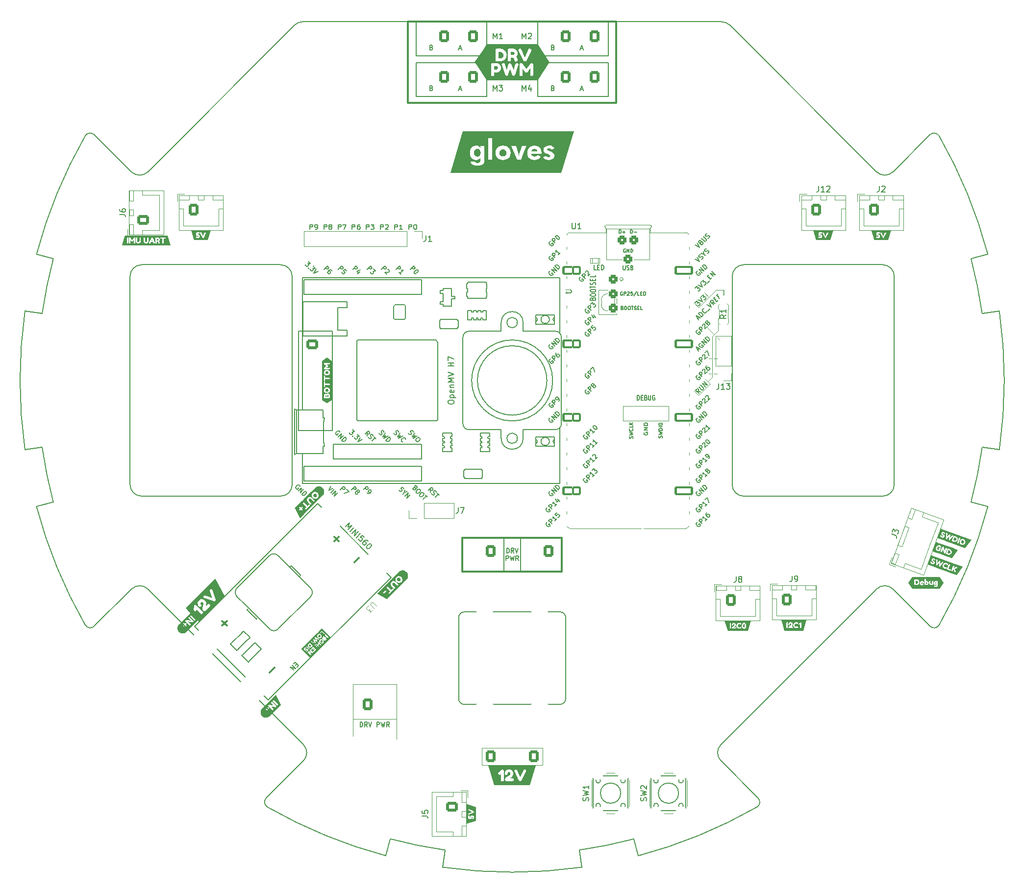
<source format=gbr>
%TF.GenerationSoftware,KiCad,Pcbnew,8.0.3*%
%TF.CreationDate,2024-06-17T20:38:05+08:00*%
%TF.ProjectId,top-rounded,746f702d-726f-4756-9e64-65642e6b6963,1.0.0*%
%TF.SameCoordinates,Original*%
%TF.FileFunction,Legend,Top*%
%TF.FilePolarity,Positive*%
%FSLAX46Y46*%
G04 Gerber Fmt 4.6, Leading zero omitted, Abs format (unit mm)*
G04 Created by KiCad (PCBNEW 8.0.3) date 2024-06-17 20:38:05*
%MOMM*%
%LPD*%
G01*
G04 APERTURE LIST*
G04 Aperture macros list*
%AMRoundRect*
0 Rectangle with rounded corners*
0 $1 Rounding radius*
0 $2 $3 $4 $5 $6 $7 $8 $9 X,Y pos of 4 corners*
0 Add a 4 corners polygon primitive as box body*
4,1,4,$2,$3,$4,$5,$6,$7,$8,$9,$2,$3,0*
0 Add four circle primitives for the rounded corners*
1,1,$1+$1,$2,$3*
1,1,$1+$1,$4,$5*
1,1,$1+$1,$6,$7*
1,1,$1+$1,$8,$9*
0 Add four rect primitives between the rounded corners*
20,1,$1+$1,$2,$3,$4,$5,0*
20,1,$1+$1,$4,$5,$6,$7,0*
20,1,$1+$1,$6,$7,$8,$9,0*
20,1,$1+$1,$8,$9,$2,$3,0*%
%AMHorizOval*
0 Thick line with rounded ends*
0 $1 width*
0 $2 $3 position (X,Y) of the first rounded end (center of the circle)*
0 $4 $5 position (X,Y) of the second rounded end (center of the circle)*
0 Add line between two ends*
20,1,$1,$2,$3,$4,$5,0*
0 Add two circle primitives to create the rounded ends*
1,1,$1,$2,$3*
1,1,$1,$4,$5*%
%AMRotRect*
0 Rectangle, with rotation*
0 The origin of the aperture is its center*
0 $1 length*
0 $2 width*
0 $3 Rotation angle, in degrees counterclockwise*
0 Add horizontal line*
21,1,$1,$2,0,0,$3*%
%AMOutline5P*
0 Free polygon, 5 corners , with rotation*
0 The origin of the aperture is its center*
0 number of corners: always 5*
0 $1 to $10 corner X, Y*
0 $11 Rotation angle, in degrees counterclockwise*
0 create outline with 5 corners*
4,1,5,$1,$2,$3,$4,$5,$6,$7,$8,$9,$10,$1,$2,$11*%
%AMOutline6P*
0 Free polygon, 6 corners , with rotation*
0 The origin of the aperture is its center*
0 number of corners: always 6*
0 $1 to $12 corner X, Y*
0 $13 Rotation angle, in degrees counterclockwise*
0 create outline with 6 corners*
4,1,6,$1,$2,$3,$4,$5,$6,$7,$8,$9,$10,$11,$12,$1,$2,$13*%
%AMOutline7P*
0 Free polygon, 7 corners , with rotation*
0 The origin of the aperture is its center*
0 number of corners: always 7*
0 $1 to $14 corner X, Y*
0 $15 Rotation angle, in degrees counterclockwise*
0 create outline with 7 corners*
4,1,7,$1,$2,$3,$4,$5,$6,$7,$8,$9,$10,$11,$12,$13,$14,$1,$2,$15*%
%AMOutline8P*
0 Free polygon, 8 corners , with rotation*
0 The origin of the aperture is its center*
0 number of corners: always 8*
0 $1 to $16 corner X, Y*
0 $17 Rotation angle, in degrees counterclockwise*
0 create outline with 8 corners*
4,1,8,$1,$2,$3,$4,$5,$6,$7,$8,$9,$10,$11,$12,$13,$14,$15,$16,$1,$2,$17*%
%AMFreePoly0*
4,1,26,1.935306,0.780194,1.989950,0.741421,2.341421,0.389950,2.388777,0.314585,2.400000,0.248529,2.400000,-0.248529,2.380194,-0.335306,2.341421,-0.389950,1.989950,-0.741421,1.914585,-0.788777,1.848529,-0.800000,0.000000,-0.800000,-0.248529,-0.800000,-0.335306,-0.780194,-0.389950,-0.741421,-0.741421,-0.389950,-0.788777,-0.314585,-0.800000,-0.248529,-0.800000,0.248529,-0.780194,0.335306,
-0.741421,0.389950,-0.389950,0.741421,-0.314585,0.788777,-0.248529,0.800000,1.848529,0.800000,1.935306,0.780194,1.935306,0.780194,$1*%
%AMFreePoly1*
4,1,26,0.335306,0.780194,0.389950,0.741421,0.741421,0.389950,0.788777,0.314585,0.800000,0.248529,0.800000,-0.248529,0.780194,-0.335306,0.741421,-0.389950,0.389950,-0.741421,0.314585,-0.788777,0.248529,-0.800000,0.000000,-0.800000,-0.248529,-0.800000,-0.335306,-0.780194,-0.389950,-0.741421,-0.741421,-0.389950,-0.788777,-0.314585,-0.800000,-0.248529,-0.800000,0.248529,-0.780194,0.335306,
-0.741421,0.389950,-0.389950,0.741421,-0.314585,0.788777,-0.248529,0.800000,0.248529,0.800000,0.335306,0.780194,0.335306,0.780194,$1*%
G04 Aperture macros list end*
%ADD10C,0.200000*%
%ADD11C,0.100000*%
%ADD12C,0.300000*%
%ADD13C,0.150000*%
%ADD14C,0.175000*%
%ADD15C,0.120000*%
%ADD16C,0.000000*%
%ADD17RoundRect,0.250000X-0.600000X-0.750000X0.600000X-0.750000X0.600000X0.750000X-0.600000X0.750000X0*%
%ADD18O,1.700000X2.000000*%
%ADD19C,0.800000*%
%ADD20C,6.400000*%
%ADD21C,5.600000*%
%ADD22C,1.524000*%
%ADD23Outline8P,-0.762000X0.381000X-0.381000X0.762000X0.381000X0.762000X0.762000X0.381000X0.762000X-0.381000X0.381000X-0.762000X-0.381000X-0.762000X-0.762000X-0.381000X270.000000*%
%ADD24R,1.524000X1.524000*%
%ADD25C,5.400000*%
%ADD26RoundRect,0.250000X0.750000X-0.600000X0.750000X0.600000X-0.750000X0.600000X-0.750000X-0.600000X0*%
%ADD27O,2.000000X1.700000*%
%ADD28R,1.700000X1.700000*%
%ADD29O,1.700000X1.700000*%
%ADD30C,2.000000*%
%ADD31FreePoly0,0.000000*%
%ADD32FreePoly1,0.000000*%
%ADD33O,3.200000X1.600000*%
%ADD34C,1.600000*%
%ADD35RoundRect,0.200000X-1.400000X-0.600000X1.400000X-0.600000X1.400000X0.600000X-1.400000X0.600000X0*%
%ADD36RoundRect,0.200000X-0.600000X-0.600000X0.600000X-0.600000X0.600000X0.600000X-0.600000X0.600000X0*%
%ADD37C,1.574800*%
%ADD38R,1.574800X1.574800*%
%ADD39RoundRect,0.300000X-0.450000X-0.450000X0.450000X-0.450000X0.450000X0.450000X-0.450000X0.450000X0*%
%ADD40RoundRect,0.250000X0.476065X-0.811780X0.886489X0.315851X-0.476065X0.811780X-0.886489X-0.315851X0*%
%ADD41HorizOval,1.700000X-0.117462X0.042753X0.117462X-0.042753X0*%
%ADD42RotRect,4.528000X5.544000X315.000000*%
%ADD43RotRect,1.700000X1.700000X315.000000*%
%ADD44RoundRect,1.132000X-1.960100X-0.359210X-0.359210X-1.960100X1.960100X0.359210X0.359210X1.960100X0*%
%ADD45C,1.700000*%
%ADD46RoundRect,0.250000X-0.750000X0.600000X-0.750000X-0.600000X0.750000X-0.600000X0.750000X0.600000X0*%
%ADD47C,1.400000*%
%ADD48O,1.400000X1.400000*%
%ADD49C,0.900000*%
%ADD50C,12.800000*%
%ADD51RoundRect,0.250000X0.600000X0.725000X-0.600000X0.725000X-0.600000X-0.725000X0.600000X-0.725000X0*%
%ADD52O,1.700000X1.950000*%
%ADD53RoundRect,0.250000X-0.725000X0.600000X-0.725000X-0.600000X0.725000X-0.600000X0.725000X0.600000X0*%
%ADD54O,1.950000X1.700000*%
%ADD55RoundRect,0.250000X0.600000X0.750000X-0.600000X0.750000X-0.600000X-0.750000X0.600000X-0.750000X0*%
G04 APERTURE END LIST*
D10*
X88500000Y-139000000D02*
G75*
G02*
X85500000Y-139000000I-1500000J0D01*
G01*
X85500000Y-139000000D02*
G75*
G02*
X88500000Y-139000000I1500000J0D01*
G01*
X119550002Y-173491199D02*
G75*
G02*
X118750002Y-173491199I-400000J0D01*
G01*
X118750002Y-173491199D02*
G75*
G02*
X119550002Y-173491199I400000J0D01*
G01*
X27827107Y-142474408D02*
X34239068Y-136062447D01*
X162932506Y-63937556D02*
X137575484Y-38580534D01*
X84873700Y-50921187D02*
X85171551Y-50921187D01*
X140000000Y-120000000D02*
X164000000Y-120000000D01*
X34239071Y-63937556D02*
X27827115Y-57525600D01*
X91413200Y-127171393D02*
X91413200Y-131489393D01*
X116000002Y-168341199D02*
X114100000Y-168341199D01*
X63937525Y-162932475D02*
G75*
G02*
X63937524Y-165760926I-1414225J-1414225D01*
G01*
X63098639Y-91454227D02*
X63098639Y-92914727D01*
X48725613Y-142509668D02*
G75*
G02*
X47225613Y-142509668I-750000J0D01*
G01*
X47225613Y-142509668D02*
G75*
G02*
X48725613Y-142509668I750000J0D01*
G01*
X129550002Y-173491199D02*
G75*
G02*
X128750002Y-173491199I-400000J0D01*
G01*
X128750002Y-173491199D02*
G75*
G02*
X129550002Y-173491199I400000J0D01*
G01*
X162925547Y-63930597D02*
X137580736Y-38585786D01*
X117500000Y-158000000D02*
G75*
G02*
X114500000Y-158000000I-1500000J0D01*
G01*
X114500000Y-158000000D02*
G75*
G02*
X117500000Y-158000000I1500000J0D01*
G01*
X26252389Y-57735477D02*
G75*
G02*
X27827107Y-57525608I867611J-497223D01*
G01*
X182157013Y-121799657D02*
X179257357Y-121030258D01*
X78200343Y-182157012D02*
G75*
G02*
X57735471Y-173747621I21799557J82156912D01*
G01*
X184148677Y-88000000D02*
X181178727Y-88423529D01*
X63809839Y-108627827D02*
X64622639Y-108627827D01*
X17842987Y-78200344D02*
X20742647Y-78969744D01*
X116586800Y-50209987D02*
X116586800Y-49397187D01*
X83413200Y-38079187D02*
X83413200Y-42397187D01*
X175600000Y-85000000D02*
G75*
G02*
X172400000Y-85000000I-1600000J0D01*
G01*
X172400000Y-85000000D02*
G75*
G02*
X175600000Y-85000000I1600000J0D01*
G01*
X146147727Y-75251263D02*
G75*
G02*
X142947727Y-75251263I-1600000J0D01*
G01*
X142947727Y-75251263D02*
G75*
G02*
X146147727Y-75251263I1600000J0D01*
G01*
X105800000Y-137700000D02*
G75*
G02*
X103700000Y-137700000I-1050000J0D01*
G01*
X103700000Y-137700000D02*
G75*
G02*
X105800000Y-137700000I1050000J0D01*
G01*
X138000000Y-82000000D02*
X138000000Y-118000000D01*
X95586800Y-38079187D02*
X83413200Y-38079187D01*
X34000000Y-82000000D02*
X34000000Y-118000000D01*
X83413200Y-43921187D02*
X84873700Y-43921187D01*
X138000000Y-118000000D02*
X138000000Y-82000000D01*
X114100000Y-174341199D02*
G75*
G02*
X114000001Y-174241200I0J99999D01*
G01*
X57735477Y-173747611D02*
G75*
G02*
X57525608Y-172172893I497223J867611D01*
G01*
X79000000Y-167000000D02*
G75*
G02*
X73000000Y-167000000I-3000000J0D01*
G01*
X73000000Y-167000000D02*
G75*
G02*
X79000000Y-167000000I3000000J0D01*
G01*
X120000002Y-174241200D02*
G75*
G02*
X119900000Y-174341202I-100002J0D01*
G01*
X164000000Y-80000000D02*
G75*
G02*
X166000000Y-82000000I0J-2000000D01*
G01*
X115250002Y-173491199D02*
G75*
G02*
X114450002Y-173491199I-400000J0D01*
G01*
X114450002Y-173491199D02*
G75*
G02*
X115250002Y-173491199I400000J0D01*
G01*
D11*
X134000000Y-98800000D02*
X134400000Y-98800000D01*
D10*
X181178724Y-111576471D02*
G75*
G02*
X179257350Y-121030255I-81178524J11576471D01*
G01*
X63937524Y-165760925D02*
X63937542Y-165760943D01*
X15851323Y-112000000D02*
X18821279Y-111576470D01*
X95586800Y-49397187D02*
X95586800Y-45079187D01*
X15851323Y-112000000D02*
G75*
G02*
X15851323Y-88000000I84148577J12000000D01*
G01*
X57875108Y-155237590D02*
X45147186Y-142509668D01*
X88500000Y-167000000D02*
G75*
G02*
X85500000Y-167000000I-1500000J0D01*
G01*
X85500000Y-167000000D02*
G75*
G02*
X88500000Y-167000000I1500000J0D01*
G01*
X108586800Y-133013393D02*
X108586800Y-132302193D01*
X136166500Y-38000000D02*
X63833478Y-38000000D01*
X90750000Y-141000000D02*
G75*
G02*
X91750000Y-140000000I1000000J0D01*
G01*
X117500000Y-158000000D02*
G75*
G02*
X114500000Y-158000000I-1500000J0D01*
G01*
X114500000Y-158000000D02*
G75*
G02*
X117500000Y-158000000I1500000J0D01*
G01*
X166000000Y-118000000D02*
G75*
G02*
X164000000Y-120000000I-2000000J0D01*
G01*
X34000000Y-82000000D02*
G75*
G02*
X36000000Y-80000000I2000000J0D01*
G01*
X101413200Y-127171393D02*
X101413200Y-131489393D01*
X26252389Y-142264523D02*
G75*
G02*
X17842989Y-121799657I73747501J42264463D01*
G01*
X165760929Y-63937556D02*
G75*
G02*
X162925546Y-63930598I-1414229J1414256D01*
G01*
X63937525Y-162932475D02*
G75*
G02*
X63937524Y-165760926I-1414225J-1414225D01*
G01*
D11*
X136400000Y-85200000D02*
X136600000Y-85200000D01*
D10*
X114100000Y-174341199D02*
G75*
G02*
X114000001Y-174241200I0J99999D01*
G01*
X116586800Y-43209987D02*
X116586800Y-42397187D01*
X114828449Y-43921187D02*
X115126300Y-43921187D01*
X138000000Y-82000000D02*
G75*
G02*
X140000000Y-80000000I2000000J0D01*
G01*
X79100000Y-122500000D02*
G75*
G02*
X75900000Y-122500000I-1600000J0D01*
G01*
X75900000Y-122500000D02*
G75*
G02*
X79100000Y-122500000I1600000J0D01*
G01*
X172172893Y-57525592D02*
G75*
G02*
X173747621Y-57735471I707107J-707108D01*
G01*
X116000002Y-174341199D02*
X118000002Y-174341199D01*
X114828449Y-50921187D02*
X115126300Y-50921187D01*
X114000002Y-168441200D02*
G75*
G02*
X114100000Y-168341202I99998J0D01*
G01*
X95586800Y-50921187D02*
X95586800Y-50209987D01*
X101413200Y-131489393D02*
X101413200Y-132302193D01*
X109250000Y-141000000D02*
X109250000Y-155000000D01*
X63937542Y-165760943D02*
X57525600Y-172172885D01*
D11*
X134000000Y-100800000D02*
X134200000Y-100600000D01*
D10*
X101550000Y-178000000D02*
G75*
G02*
X98450000Y-178000000I-1550000J0D01*
G01*
X98450000Y-178000000D02*
G75*
G02*
X101550000Y-178000000I1550000J0D01*
G01*
X83413200Y-43209987D02*
X83413200Y-43921187D01*
X90750000Y-141000000D02*
G75*
G02*
X91750000Y-140000000I1000000J0D01*
G01*
X17842987Y-78200344D02*
G75*
G02*
X26252389Y-57735477I82156933J-21799616D01*
G01*
X106171551Y-43921187D02*
X107626300Y-43921187D01*
X109250000Y-155000000D02*
G75*
G02*
X108250000Y-156000000I-1000000J0D01*
G01*
X91750000Y-140000000D02*
X108250000Y-140000000D01*
X91413200Y-131489393D02*
X91413200Y-132302193D01*
X76851263Y-55452273D02*
G75*
G02*
X73651263Y-55452273I-1600000J0D01*
G01*
X73651263Y-55452273D02*
G75*
G02*
X76851263Y-55452273I1600000J0D01*
G01*
X34239075Y-63937524D02*
X34239057Y-63937542D01*
X181178724Y-111576471D02*
X184148676Y-112000000D01*
X27600000Y-115000000D02*
G75*
G02*
X24400000Y-115000000I-1600000J0D01*
G01*
X24400000Y-115000000D02*
G75*
G02*
X27600000Y-115000000I1600000J0D01*
G01*
X162932504Y-136062446D02*
G75*
G02*
X165760932Y-136062445I1414214J-1414211D01*
G01*
X136166500Y-38000000D02*
G75*
G02*
X137575504Y-38580514I0J-2000200D01*
G01*
X62419275Y-38585775D02*
G75*
G02*
X63833478Y-38000025I1414125J-1414125D01*
G01*
X113373700Y-50921187D02*
X114828449Y-50921187D01*
X62000000Y-118000000D02*
G75*
G02*
X60000000Y-120000000I-2000000J0D01*
G01*
D11*
X94750000Y-163500000D02*
X105250000Y-163500000D01*
X105250000Y-166500000D01*
X94750000Y-166500000D01*
X94750000Y-163500000D01*
D10*
X136069403Y-162925547D02*
X162932504Y-136062446D01*
X108586800Y-132302193D02*
X108586800Y-131489393D01*
X107626300Y-50921187D02*
X113373700Y-50921187D01*
X83413200Y-50921187D02*
X84873700Y-50921187D01*
X27600000Y-115000000D02*
G75*
G02*
X24400000Y-115000000I-1600000J0D01*
G01*
X24400000Y-115000000D02*
G75*
G02*
X27600000Y-115000000I1600000J0D01*
G01*
X114500000Y-139000000D02*
G75*
G02*
X111500000Y-139000000I-1500000J0D01*
G01*
X111500000Y-139000000D02*
G75*
G02*
X114500000Y-139000000I1500000J0D01*
G01*
X166000000Y-82000000D02*
X166000000Y-118000000D01*
X164000000Y-80000000D02*
G75*
G02*
X166000000Y-82000000I0J-2000000D01*
G01*
X108250000Y-140000000D02*
G75*
G02*
X109250000Y-141000000I0J-1000000D01*
G01*
D11*
X72500000Y-158500000D02*
X72500000Y-161500000D01*
D10*
X101550000Y-178000000D02*
G75*
G02*
X98450000Y-178000000I-1550000J0D01*
G01*
X98450000Y-178000000D02*
G75*
G02*
X101550000Y-178000000I1550000J0D01*
G01*
X92373700Y-43921187D02*
X93828449Y-43921187D01*
X162932504Y-136062446D02*
G75*
G02*
X165760932Y-136062445I1414214J-1414211D01*
G01*
X57052273Y-75251263D02*
G75*
G02*
X53852273Y-75251263I-1600000J0D01*
G01*
X53852273Y-75251263D02*
G75*
G02*
X57052273Y-75251263I1600000J0D01*
G01*
X27600000Y-100000000D02*
G75*
G02*
X24400000Y-100000000I-1600000J0D01*
G01*
X24400000Y-100000000D02*
G75*
G02*
X27600000Y-100000000I1600000J0D01*
G01*
D12*
X82000000Y-38000000D02*
X118000000Y-38000000D01*
X118000000Y-52000000D01*
X82000000Y-52000000D01*
X82000000Y-38000000D01*
D10*
X60000000Y-120000000D02*
X36000000Y-120000000D01*
X120000002Y-174241200D02*
G75*
G02*
X119900000Y-174341202I-100002J0D01*
G01*
X78200344Y-182157012D02*
X78969744Y-179257355D01*
X175600000Y-115000000D02*
G75*
G02*
X172400000Y-115000000I-1600000J0D01*
G01*
X172400000Y-115000000D02*
G75*
G02*
X175600000Y-115000000I1600000J0D01*
G01*
X128750002Y-171341199D02*
G75*
G02*
X125250002Y-171341199I-1750000J0D01*
G01*
X125250002Y-171341199D02*
G75*
G02*
X128750002Y-171341199I1750000J0D01*
G01*
X62419275Y-38585775D02*
X37067494Y-63937556D01*
X129900000Y-168341199D02*
X124100000Y-168341199D01*
X88423529Y-181178724D02*
X88000001Y-184148675D01*
X116586800Y-42397187D02*
X116586800Y-38079187D01*
X63937524Y-165760925D02*
X63937542Y-165760943D01*
X76851263Y-55452273D02*
G75*
G02*
X73651263Y-55452273I-1600000J0D01*
G01*
X73651263Y-55452273D02*
G75*
G02*
X76851263Y-55452273I1600000J0D01*
G01*
X104413200Y-42397187D02*
X104413200Y-43209987D01*
X93828449Y-43921187D02*
X94126300Y-43921187D01*
X96300000Y-137700000D02*
G75*
G02*
X94200000Y-137700000I-1050000J0D01*
G01*
X94200000Y-137700000D02*
G75*
G02*
X96300000Y-137700000I1050000J0D01*
G01*
X182157012Y-121799657D02*
X179257352Y-121030256D01*
X184148677Y-88000000D02*
G75*
G02*
X184148677Y-112000000I-84148577J-12000000D01*
G01*
X90750000Y-155000000D02*
X90750000Y-141000000D01*
X166000000Y-118000000D02*
G75*
G02*
X164000000Y-120000000I-2000000J0D01*
G01*
X124100000Y-174341199D02*
X129900000Y-174341199D01*
X146147727Y-124748737D02*
G75*
G02*
X142947727Y-124748737I-1600000J0D01*
G01*
X142947727Y-124748737D02*
G75*
G02*
X146147727Y-124748737I1600000J0D01*
G01*
D11*
X133800000Y-85800000D02*
X135200000Y-84400000D01*
D10*
X120000002Y-174241200D02*
X120000002Y-168441200D01*
X64622639Y-108627827D02*
X68940639Y-108627827D01*
X114000002Y-168441200D02*
X114000002Y-174241200D01*
X125250002Y-173491199D02*
G75*
G02*
X124450002Y-173491199I-400000J0D01*
G01*
X124450002Y-173491199D02*
G75*
G02*
X125250002Y-173491199I400000J0D01*
G01*
X173747611Y-142264523D02*
G75*
G02*
X172172893Y-142474392I-867611J497223D01*
G01*
X27827107Y-142474408D02*
G75*
G02*
X26252379Y-142264529I-707107J707108D01*
G01*
X116586800Y-38079187D02*
X104413200Y-38079187D01*
X26252389Y-142264523D02*
G75*
G02*
X17842989Y-121799657I73747501J42264463D01*
G01*
X181178724Y-111576471D02*
X184148677Y-112000000D01*
X62000000Y-118000000D02*
X62000000Y-82000000D01*
X175600000Y-100000000D02*
G75*
G02*
X172400000Y-100000000I-1600000J0D01*
G01*
X172400000Y-100000000D02*
G75*
G02*
X175600000Y-100000000I1600000J0D01*
G01*
X91750000Y-156000000D02*
X108250000Y-156000000D01*
X124000002Y-168441200D02*
G75*
G02*
X124100000Y-168341202I99998J0D01*
G01*
D11*
X134600000Y-92400000D02*
X135600000Y-91400000D01*
D10*
X142474408Y-172172893D02*
X136062457Y-165760942D01*
X104413200Y-45079187D02*
X104413200Y-49397187D01*
X108250000Y-156000000D02*
X91750000Y-156000000D01*
X103171551Y-133013393D02*
X106828449Y-133013393D01*
D11*
X131400000Y-101800000D02*
X132200000Y-102600000D01*
X80000000Y-158500000D02*
X80000000Y-162000000D01*
D10*
X179257354Y-78969743D02*
G75*
G02*
X181178733Y-88423528I-79257454J-21030357D01*
G01*
X27600000Y-100000000D02*
G75*
G02*
X24400000Y-100000000I-1600000J0D01*
G01*
X24400000Y-100000000D02*
G75*
G02*
X27600000Y-100000000I1600000J0D01*
G01*
X85171551Y-43921187D02*
X86626300Y-43921187D01*
X136166500Y-38000000D02*
X63833478Y-38000000D01*
X91413200Y-132302193D02*
X91413200Y-133013393D01*
X79100000Y-65500000D02*
G75*
G02*
X75900000Y-65500000I-1600000J0D01*
G01*
X75900000Y-65500000D02*
G75*
G02*
X79100000Y-65500000I1600000J0D01*
G01*
X27827107Y-142474408D02*
G75*
G02*
X26252379Y-142264529I-707107J707108D01*
G01*
X146147727Y-75251263D02*
G75*
G02*
X142947727Y-75251263I-1600000J0D01*
G01*
X142947727Y-75251263D02*
G75*
G02*
X146147727Y-75251263I1600000J0D01*
G01*
X172172893Y-57525592D02*
G75*
G02*
X173747621Y-57735471I707107J-707108D01*
G01*
X173870341Y-70780686D02*
G75*
G02*
X170770341Y-70780686I-1550000J0D01*
G01*
X170770341Y-70780686D02*
G75*
G02*
X173870341Y-70780686I1550000J0D01*
G01*
X27600000Y-85000000D02*
G75*
G02*
X24400000Y-85000000I-1600000J0D01*
G01*
X24400000Y-85000000D02*
G75*
G02*
X27600000Y-85000000I1600000J0D01*
G01*
X91750000Y-156000000D02*
G75*
G02*
X90750000Y-155000000I0J1000000D01*
G01*
D11*
X134000000Y-85600000D02*
X133200000Y-84800000D01*
D10*
X115126300Y-43921187D02*
X116586800Y-43921187D01*
D11*
X135800000Y-93000000D02*
X135400000Y-92600000D01*
D10*
X27600000Y-85000000D02*
G75*
G02*
X24400000Y-85000000I-1600000J0D01*
G01*
X24400000Y-85000000D02*
G75*
G02*
X27600000Y-85000000I1600000J0D01*
G01*
X37067496Y-136062446D02*
X63937525Y-162932475D01*
X107126300Y-133013393D02*
X108586800Y-133013393D01*
X109250000Y-155000000D02*
X109250000Y-141000000D01*
X95586800Y-45079187D02*
X83413200Y-45079187D01*
X146147727Y-124748737D02*
G75*
G02*
X142947727Y-124748737I-1600000J0D01*
G01*
X142947727Y-124748737D02*
G75*
G02*
X146147727Y-124748737I1600000J0D01*
G01*
X172172893Y-57525592D02*
X165760929Y-63937556D01*
X175600000Y-100000000D02*
G75*
G02*
X172400000Y-100000000I-1600000J0D01*
G01*
X172400000Y-100000000D02*
G75*
G02*
X175600000Y-100000000I1600000J0D01*
G01*
X63098639Y-106869476D02*
X63098639Y-107167327D01*
X68940639Y-91454227D02*
X64622639Y-91454227D01*
X165760931Y-136062446D02*
X172172885Y-142474400D01*
X63098639Y-94667327D02*
X63098639Y-105414727D01*
X77009885Y-134024387D02*
G75*
G02*
X75509885Y-134024387I-750000J0D01*
G01*
X75509885Y-134024387D02*
G75*
G02*
X77009885Y-134024387I750000J0D01*
G01*
X62000000Y-82000000D02*
X62000000Y-118000000D01*
X164000000Y-120000000D02*
X140000000Y-120000000D01*
X109250000Y-155000000D02*
G75*
G02*
X108250000Y-156000000I-1000000J0D01*
G01*
X116586800Y-43921187D02*
X116586800Y-43209987D01*
X184148677Y-88000000D02*
G75*
G02*
X184148677Y-112000000I-84148577J-12000000D01*
G01*
X97126300Y-133013393D02*
X98586800Y-133013393D01*
X105800000Y-137700000D02*
G75*
G02*
X103700000Y-137700000I-1050000J0D01*
G01*
X103700000Y-137700000D02*
G75*
G02*
X105800000Y-137700000I1050000J0D01*
G01*
D11*
X134200000Y-100600000D02*
X133400000Y-99800000D01*
D10*
X129550002Y-169191199D02*
G75*
G02*
X128750002Y-169191199I-400000J0D01*
G01*
X128750002Y-169191199D02*
G75*
G02*
X129550002Y-169191199I400000J0D01*
G01*
X181178724Y-111576471D02*
G75*
G02*
X179257361Y-121030259I-81180024J11576671D01*
G01*
X125250002Y-169191199D02*
G75*
G02*
X124450002Y-169191199I-400000J0D01*
G01*
X124450002Y-169191199D02*
G75*
G02*
X125250002Y-169191199I400000J0D01*
G01*
X92373700Y-50921187D02*
X93828449Y-50921187D01*
X88423530Y-181178724D02*
X88000000Y-184148672D01*
X124100000Y-65500000D02*
G75*
G02*
X120900000Y-65500000I-1600000J0D01*
G01*
X120900000Y-65500000D02*
G75*
G02*
X124100000Y-65500000I1600000J0D01*
G01*
X140000000Y-120000000D02*
G75*
G02*
X138000000Y-118000000I0J2000000D01*
G01*
X63937542Y-165760943D02*
X57525600Y-172172885D01*
X18821275Y-88423529D02*
X15851324Y-88000000D01*
D11*
X134800000Y-96200000D02*
X135400000Y-96200000D01*
X136400000Y-84400000D02*
X136400000Y-85200000D01*
D10*
X142474408Y-172172893D02*
X136062457Y-165760942D01*
X94126300Y-43921187D02*
X95586800Y-43921187D01*
X60000000Y-80000000D02*
G75*
G02*
X62000000Y-82000000I0J-2000000D01*
G01*
X124000002Y-168441200D02*
X124000002Y-174241200D01*
X76851263Y-144547727D02*
G75*
G02*
X73651263Y-144547727I-1600000J0D01*
G01*
X73651263Y-144547727D02*
G75*
G02*
X76851263Y-144547727I1600000J0D01*
G01*
D11*
X136600000Y-84400000D02*
X136400000Y-84400000D01*
D10*
X140000000Y-80000000D02*
X164000000Y-80000000D01*
X136062457Y-165760942D02*
G75*
G02*
X136069402Y-162925546I1414243J1414242D01*
G01*
D11*
X131400000Y-86600000D02*
X132200000Y-87400000D01*
D10*
X121030256Y-179257353D02*
G75*
G02*
X111576471Y-181178727I-21030256J79257153D01*
G01*
X112000000Y-184148677D02*
X111576471Y-181178727D01*
X112000000Y-184148677D02*
G75*
G02*
X88000001Y-184148677I-12000000J84148477D01*
G01*
X68906441Y-125920943D02*
G75*
G02*
X67406441Y-125920943I-750000J0D01*
G01*
X67406441Y-125920943D02*
G75*
G02*
X68906441Y-125920943I750000J0D01*
G01*
X18821275Y-88423529D02*
G75*
G02*
X20742654Y-78969745I81178825J-11576571D01*
G01*
X37067525Y-63937525D02*
G75*
G02*
X34239088Y-63937538I-1414225J1414225D01*
G01*
X124100000Y-65500000D02*
G75*
G02*
X120900000Y-65500000I-1600000J0D01*
G01*
X120900000Y-65500000D02*
G75*
G02*
X124100000Y-65500000I1600000J0D01*
G01*
X93828449Y-50921187D02*
X94126300Y-50921187D01*
X20742646Y-121030257D02*
X17842988Y-121799657D01*
X136069403Y-162925547D02*
X162932504Y-136062446D01*
X57735477Y-173747611D02*
G75*
G02*
X57525608Y-172172893I497223J867611D01*
G01*
X86626300Y-50921187D02*
X92373700Y-50921187D01*
X57052273Y-124748737D02*
G75*
G02*
X53852273Y-124748737I-1600000J0D01*
G01*
X53852273Y-124748737D02*
G75*
G02*
X57052273Y-124748737I1600000J0D01*
G01*
X142264523Y-173747611D02*
G75*
G02*
X121799653Y-182157001I-42264423J73747511D01*
G01*
X121030256Y-179257353D02*
X121799656Y-182157012D01*
X114500000Y-139000000D02*
G75*
G02*
X111500000Y-139000000I-1500000J0D01*
G01*
X111500000Y-139000000D02*
G75*
G02*
X114500000Y-139000000I1500000J0D01*
G01*
X75213833Y-132228335D02*
G75*
G02*
X73713833Y-132228335I-750000J0D01*
G01*
X73713833Y-132228335D02*
G75*
G02*
X75213833Y-132228335I750000J0D01*
G01*
X18821275Y-88423529D02*
X15851323Y-88000000D01*
X114000002Y-168441200D02*
X114000002Y-174241200D01*
X104413200Y-50209987D02*
X104413200Y-50921187D01*
X126348737Y-144547727D02*
G75*
G02*
X123148737Y-144547727I-1600000J0D01*
G01*
X123148737Y-144547727D02*
G75*
G02*
X126348737Y-144547727I1600000J0D01*
G01*
X130000002Y-174241200D02*
X130000002Y-168441200D01*
X124100000Y-174341199D02*
G75*
G02*
X124000001Y-174241200I0J99999D01*
G01*
X137575484Y-38580534D02*
X137580736Y-38585786D01*
X20742646Y-121030257D02*
X17842988Y-121799657D01*
X95586800Y-42397187D02*
X95586800Y-38079187D01*
X164000000Y-80000000D02*
X140000000Y-80000000D01*
X104413200Y-43209987D02*
X104413200Y-43921187D01*
X96828449Y-133013393D02*
X97126300Y-133013393D01*
X130000002Y-174241200D02*
G75*
G02*
X129900000Y-174341202I-100002J0D01*
G01*
X58625108Y-152409163D02*
G75*
G02*
X57125108Y-152409163I-750000J0D01*
G01*
X57125108Y-152409163D02*
G75*
G02*
X58625108Y-152409163I750000J0D01*
G01*
X34239068Y-136062447D02*
G75*
G02*
X37067513Y-136062428I1414232J-1414253D01*
G01*
X90750000Y-141000000D02*
X90750000Y-155000000D01*
X124100000Y-122500000D02*
G75*
G02*
X120900000Y-122500000I-1600000J0D01*
G01*
X120900000Y-122500000D02*
G75*
G02*
X124100000Y-122500000I1600000J0D01*
G01*
X119900000Y-168341199D02*
X114100000Y-168341199D01*
X126348737Y-55452273D02*
G75*
G02*
X123148737Y-55452273I-1600000J0D01*
G01*
X123148737Y-55452273D02*
G75*
G02*
X126348737Y-55452273I1600000J0D01*
G01*
X88423530Y-181178724D02*
G75*
G02*
X78969744Y-179257357I11576570J81179324D01*
G01*
X98586800Y-132302193D02*
X98586800Y-131489393D01*
X175600000Y-115000000D02*
G75*
G02*
X172400000Y-115000000I-1600000J0D01*
G01*
X172400000Y-115000000D02*
G75*
G02*
X175600000Y-115000000I1600000J0D01*
G01*
X85171551Y-50921187D02*
X86626300Y-50921187D01*
X29229659Y-70780686D02*
G75*
G02*
X26129659Y-70780686I-1550000J0D01*
G01*
X26129659Y-70780686D02*
G75*
G02*
X29229659Y-70780686I1550000J0D01*
G01*
X63098639Y-92914727D02*
X63098639Y-93212578D01*
X114100000Y-174341199D02*
X116000002Y-174341199D01*
X118750002Y-171341199D02*
G75*
G02*
X115250002Y-171341199I-1750000J0D01*
G01*
X115250002Y-171341199D02*
G75*
G02*
X118750002Y-171341199I1750000J0D01*
G01*
X63098639Y-108627827D02*
X63809839Y-108627827D01*
X29229659Y-70780686D02*
G75*
G02*
X26129659Y-70780686I-1550000J0D01*
G01*
X26129659Y-70780686D02*
G75*
G02*
X29229659Y-70780686I1550000J0D01*
G01*
X121030257Y-179257353D02*
X121799657Y-182157012D01*
X63098639Y-93212578D02*
X63098639Y-94667327D01*
X67110390Y-124124892D02*
G75*
G02*
X65610390Y-124124892I-750000J0D01*
G01*
X65610390Y-124124892D02*
G75*
G02*
X67110390Y-124124892I750000J0D01*
G01*
X106828449Y-133013393D02*
X107126300Y-133013393D01*
X98586800Y-133013393D02*
X98586800Y-132302193D01*
X105800000Y-158300000D02*
G75*
G02*
X103700000Y-158300000I-1050000J0D01*
G01*
X103700000Y-158300000D02*
G75*
G02*
X105800000Y-158300000I1050000J0D01*
G01*
X106171551Y-50921187D02*
X107626300Y-50921187D01*
X182157013Y-121799657D02*
G75*
G02*
X173747601Y-142264517I-82156913J21799657D01*
G01*
X26252389Y-57735477D02*
G75*
G02*
X27827107Y-57525608I867611J-497223D01*
G01*
X179257354Y-78969743D02*
X182157012Y-78200343D01*
X86626300Y-43921187D02*
X92373700Y-43921187D01*
D11*
X133800000Y-91000000D02*
X134800000Y-92000000D01*
D10*
X15851323Y-112000000D02*
G75*
G02*
X15851323Y-88000000I84148577J12000000D01*
G01*
X36000000Y-120000000D02*
G75*
G02*
X34000000Y-118000000I0J2000000D01*
G01*
X60000000Y-80000000D02*
X36000000Y-80000000D01*
X108250000Y-140000000D02*
X91750000Y-140000000D01*
X95586800Y-43921187D02*
X95586800Y-43209987D01*
X136166500Y-38000000D02*
G75*
G02*
X137580745Y-38585777I0J-2000100D01*
G01*
X116586800Y-45079187D02*
X104413200Y-45079187D01*
X20742646Y-121030257D02*
G75*
G02*
X18821274Y-111576471I79257754J21030357D01*
G01*
X95586800Y-43209987D02*
X95586800Y-42397187D01*
X18821275Y-88423529D02*
G75*
G02*
X20742649Y-78969745I81179025J-11576571D01*
G01*
X179257353Y-78969743D02*
X182157012Y-78200343D01*
X56829057Y-150613112D02*
G75*
G02*
X55329057Y-150613112I-750000J0D01*
G01*
X55329057Y-150613112D02*
G75*
G02*
X56829057Y-150613112I750000J0D01*
G01*
X78200344Y-182157012D02*
G75*
G02*
X57735471Y-173747621I21799556J82156912D01*
G01*
X36000000Y-120000000D02*
G75*
G02*
X34000000Y-118000000I0J2000000D01*
G01*
X116586800Y-50921187D02*
X116586800Y-50209987D01*
X116586800Y-49397187D02*
X116586800Y-45079187D01*
X95586800Y-50209987D02*
X95586800Y-49397187D01*
X34000000Y-82000000D02*
G75*
G02*
X36000000Y-80000000I2000000J0D01*
G01*
D11*
X132200000Y-87400000D02*
X133800000Y-85800000D01*
D10*
X142474408Y-172172893D02*
G75*
G02*
X142264529Y-173747621I-707108J-707107D01*
G01*
X37067494Y-63937556D02*
G75*
G02*
X34239075Y-63937524I-1414194J1414156D01*
G01*
X120000002Y-174241200D02*
X120000002Y-168441200D01*
X142264523Y-173747611D02*
G75*
G02*
X121799654Y-182157000I-42264423J73747511D01*
G01*
X62419275Y-38585775D02*
G75*
G02*
X63833478Y-38000025I1414125J-1414125D01*
G01*
D12*
X91413200Y-127171393D02*
X108586800Y-127171393D01*
X108586800Y-133013393D01*
X91413200Y-133013393D01*
X91413200Y-127171393D01*
D10*
X115250002Y-169191199D02*
G75*
G02*
X114450002Y-169191199I-400000J0D01*
G01*
X114450002Y-169191199D02*
G75*
G02*
X115250002Y-169191199I400000J0D01*
G01*
X104413200Y-49397187D02*
X104413200Y-50209987D01*
X119900000Y-168341199D02*
G75*
G02*
X120000001Y-168441200I0J-100001D01*
G01*
X165760942Y-63937543D02*
G75*
G02*
X162932489Y-63937574I-1414242J1414243D01*
G01*
X66360390Y-121296465D02*
X79088312Y-134024387D01*
X79000000Y-167000000D02*
G75*
G02*
X73000000Y-167000000I-3000000J0D01*
G01*
X73000000Y-167000000D02*
G75*
G02*
X79000000Y-167000000I3000000J0D01*
G01*
X83413200Y-42397187D02*
X83413200Y-43209987D01*
X34239057Y-63937542D02*
X27827115Y-57525600D01*
X172172893Y-57525592D02*
X165760942Y-63937543D01*
X101413200Y-133013393D02*
X102873700Y-133013393D01*
X96300000Y-137700000D02*
G75*
G02*
X94200000Y-137700000I-1050000J0D01*
G01*
X94200000Y-137700000D02*
G75*
G02*
X96300000Y-137700000I1050000J0D01*
G01*
X121030257Y-179257353D02*
G75*
G02*
X111576470Y-181178721I-21030157J79256953D01*
G01*
X45147186Y-142509668D02*
X66360390Y-121296465D01*
X83413200Y-49397187D02*
X83413200Y-50209987D01*
D11*
X136600000Y-85200000D02*
X136600000Y-84400000D01*
D10*
X173747611Y-57735477D02*
G75*
G02*
X182157000Y-78200346I-73747511J-42264423D01*
G01*
X128750002Y-171341199D02*
G75*
G02*
X125250002Y-171341199I-1750000J0D01*
G01*
X125250002Y-171341199D02*
G75*
G02*
X128750002Y-171341199I1750000J0D01*
G01*
X114000002Y-168441200D02*
G75*
G02*
X114100000Y-168341202I99998J0D01*
G01*
X79100000Y-122500000D02*
G75*
G02*
X75900000Y-122500000I-1600000J0D01*
G01*
X75900000Y-122500000D02*
G75*
G02*
X79100000Y-122500000I1600000J0D01*
G01*
X64622639Y-91454227D02*
X63809839Y-91454227D01*
X60000000Y-80000000D02*
G75*
G02*
X62000000Y-82000000I0J-2000000D01*
G01*
X108586800Y-131489393D02*
X108586800Y-127171393D01*
X101413200Y-132302193D02*
X101413200Y-133013393D01*
X91413200Y-133013393D02*
X92873700Y-133013393D01*
X34000000Y-118000000D02*
X34000000Y-82000000D01*
X15851323Y-112000000D02*
X18821272Y-111576471D01*
X179257353Y-78969743D02*
G75*
G02*
X181178721Y-88423530I-79256953J-21030157D01*
G01*
X140000000Y-120000000D02*
G75*
G02*
X138000000Y-118000000I0J2000000D01*
G01*
D11*
X134000000Y-96200000D02*
X134400000Y-96200000D01*
D10*
X98586800Y-131489393D02*
X98586800Y-127171393D01*
X94126300Y-50921187D02*
X95586800Y-50921187D01*
D11*
X135200000Y-84400000D02*
X136400000Y-84400000D01*
D10*
X173870341Y-70780686D02*
G75*
G02*
X170770341Y-70780686I-1550000J0D01*
G01*
X170770341Y-70780686D02*
G75*
G02*
X173870341Y-70780686I1550000J0D01*
G01*
X118000002Y-168341199D02*
X116000002Y-168341199D01*
X79100000Y-65500000D02*
G75*
G02*
X75900000Y-65500000I-1600000J0D01*
G01*
X75900000Y-65500000D02*
G75*
G02*
X79100000Y-65500000I1600000J0D01*
G01*
X62000000Y-118000000D02*
G75*
G02*
X60000000Y-120000000I-2000000J0D01*
G01*
X62419275Y-38585775D02*
X37067525Y-63937525D01*
X118000002Y-174341199D02*
X119900000Y-174341199D01*
X104413200Y-50921187D02*
X105873700Y-50921187D01*
X88500000Y-139000000D02*
G75*
G02*
X85500000Y-139000000I-1500000J0D01*
G01*
X85500000Y-139000000D02*
G75*
G02*
X88500000Y-139000000I1500000J0D01*
G01*
X17842987Y-78200343D02*
X20742648Y-78969743D01*
X57052273Y-124748737D02*
G75*
G02*
X53852273Y-124748737I-1600000J0D01*
G01*
X53852273Y-124748737D02*
G75*
G02*
X57052273Y-124748737I1600000J0D01*
G01*
X138000000Y-82000000D02*
G75*
G02*
X140000000Y-80000000I2000000J0D01*
G01*
X37074596Y-136069546D02*
X63937525Y-162932475D01*
X175600000Y-85000000D02*
G75*
G02*
X172400000Y-85000000I-1600000J0D01*
G01*
X172400000Y-85000000D02*
G75*
G02*
X175600000Y-85000000I1600000J0D01*
G01*
X63809839Y-91454227D02*
X63098639Y-91454227D01*
D11*
X135600000Y-91400000D02*
X135600000Y-90200000D01*
D10*
X36000000Y-80000000D02*
X60000000Y-80000000D01*
X27827107Y-142474408D02*
X34239068Y-136062447D01*
X136062457Y-165760942D02*
G75*
G02*
X136069402Y-162925546I1414243J1414242D01*
G01*
X92873700Y-133013393D02*
X93171551Y-133013393D01*
X104413200Y-38079187D02*
X104413200Y-42397187D01*
X104413200Y-43921187D02*
X105873700Y-43921187D01*
X118750002Y-171341199D02*
G75*
G02*
X115250002Y-171341199I-1750000J0D01*
G01*
X115250002Y-171341199D02*
G75*
G02*
X118750002Y-171341199I1750000J0D01*
G01*
X105873700Y-43921187D02*
X106171551Y-43921187D01*
X105800000Y-158300000D02*
G75*
G02*
X103700000Y-158300000I-1050000J0D01*
G01*
X103700000Y-158300000D02*
G75*
G02*
X105800000Y-158300000I1050000J0D01*
G01*
X34239068Y-136062447D02*
G75*
G02*
X37074596Y-136069546I1414232J-1414253D01*
G01*
X182157012Y-121799657D02*
G75*
G02*
X173747612Y-142264524I-82156902J21799597D01*
G01*
X68940639Y-108627827D02*
X68940639Y-91454227D01*
X96300000Y-158300000D02*
G75*
G02*
X94200000Y-158300000I-1050000J0D01*
G01*
X94200000Y-158300000D02*
G75*
G02*
X96300000Y-158300000I1050000J0D01*
G01*
X36000000Y-120000000D02*
X60000000Y-120000000D01*
X84873700Y-43921187D02*
X85171551Y-43921187D01*
X57052273Y-75251263D02*
G75*
G02*
X53852273Y-75251263I-1600000J0D01*
G01*
X53852273Y-75251263D02*
G75*
G02*
X57052273Y-75251263I1600000J0D01*
G01*
X129900000Y-168341199D02*
G75*
G02*
X130000001Y-168441200I0J-100001D01*
G01*
X63098639Y-107167327D02*
X63098639Y-108627827D01*
X113373700Y-43921187D02*
X114828449Y-43921187D01*
X76851263Y-144547727D02*
G75*
G02*
X73651263Y-144547727I-1600000J0D01*
G01*
X73651263Y-144547727D02*
G75*
G02*
X76851263Y-144547727I1600000J0D01*
G01*
X126348737Y-55452273D02*
G75*
G02*
X123148737Y-55452273I-1600000J0D01*
G01*
X123148737Y-55452273D02*
G75*
G02*
X126348737Y-55452273I1600000J0D01*
G01*
X108250000Y-140000000D02*
G75*
G02*
X109250000Y-141000000I0J-1000000D01*
G01*
X96300000Y-158300000D02*
G75*
G02*
X94200000Y-158300000I-1050000J0D01*
G01*
X94200000Y-158300000D02*
G75*
G02*
X96300000Y-158300000I1050000J0D01*
G01*
X107626300Y-43921187D02*
X113373700Y-43921187D01*
X20742646Y-121030257D02*
G75*
G02*
X18821273Y-111576471I79255754J21029957D01*
G01*
X108586800Y-127171393D02*
X101413200Y-127171393D01*
X105873700Y-50921187D02*
X106171551Y-50921187D01*
X83413200Y-45079187D02*
X83413200Y-49397187D01*
X88500000Y-167000000D02*
G75*
G02*
X85500000Y-167000000I-1500000J0D01*
G01*
X85500000Y-167000000D02*
G75*
G02*
X88500000Y-167000000I1500000J0D01*
G01*
X93171551Y-133013393D02*
X96828449Y-133013393D01*
X111999999Y-184148675D02*
X111576471Y-181178726D01*
X119550002Y-169191199D02*
G75*
G02*
X118750002Y-169191199I-400000J0D01*
G01*
X118750002Y-169191199D02*
G75*
G02*
X119550002Y-169191199I400000J0D01*
G01*
X184148677Y-88000000D02*
X181178726Y-88423529D01*
X17842987Y-78200343D02*
G75*
G02*
X26252389Y-57735477I82156953J-21799627D01*
G01*
D11*
X132200000Y-102600000D02*
X134000000Y-100800000D01*
X134600000Y-99400000D02*
X134600000Y-92400000D01*
D10*
X83413200Y-50209987D02*
X83413200Y-50921187D01*
X50521665Y-144305719D02*
G75*
G02*
X49021665Y-144305719I-750000J0D01*
G01*
X49021665Y-144305719D02*
G75*
G02*
X50521665Y-144305719I750000J0D01*
G01*
X63098639Y-105414727D02*
X63098639Y-106869476D01*
X98586800Y-127171393D02*
X91413200Y-127171393D01*
X142474408Y-172172893D02*
G75*
G02*
X142264529Y-173747621I-707108J-707107D01*
G01*
X91750000Y-156000000D02*
G75*
G02*
X90750000Y-155000000I0J1000000D01*
G01*
X126348737Y-144547727D02*
G75*
G02*
X123148737Y-144547727I-1600000J0D01*
G01*
X123148737Y-144547727D02*
G75*
G02*
X126348737Y-144547727I1600000J0D01*
G01*
X173747611Y-57735477D02*
G75*
G02*
X182157000Y-78200346I-73747511J-42264423D01*
G01*
X79088312Y-134024387D02*
X57875108Y-155237590D01*
X119900000Y-168341199D02*
G75*
G02*
X120000001Y-168441200I0J-100001D01*
G01*
X115126300Y-50921187D02*
X116586800Y-50921187D01*
D11*
X133800000Y-100200000D02*
X134600000Y-99400000D01*
D10*
X173747611Y-142264523D02*
G75*
G02*
X172172893Y-142474392I-867611J497223D01*
G01*
X111999999Y-184148675D02*
G75*
G02*
X88000000Y-184148675I-11999999J84148275D01*
G01*
X78200343Y-182157012D02*
X78969744Y-179257352D01*
X88423529Y-181178724D02*
G75*
G02*
X78969745Y-179257350I11576471J81178524D01*
G01*
X119900000Y-168341199D02*
X118000002Y-168341199D01*
D11*
X134800000Y-98800000D02*
X135400000Y-98800000D01*
D10*
X102873700Y-133013393D02*
X103171551Y-133013393D01*
X165760931Y-136062446D02*
X172172885Y-142474400D01*
D11*
X72500000Y-152500000D02*
X80000000Y-152500000D01*
X80000000Y-158500000D01*
X72500000Y-158500000D01*
X72500000Y-152500000D01*
D10*
X114100000Y-174341199D02*
X119900000Y-174341199D01*
X166000000Y-118000000D02*
X166000000Y-82000000D01*
X124100000Y-122500000D02*
G75*
G02*
X120900000Y-122500000I-1600000J0D01*
G01*
X120900000Y-122500000D02*
G75*
G02*
X124100000Y-122500000I1600000J0D01*
G01*
D13*
X90809523Y-42633723D02*
X91190476Y-42633723D01*
X90733333Y-42862295D02*
X91000000Y-42062295D01*
X91000000Y-42062295D02*
X91266666Y-42862295D01*
X86057142Y-49443247D02*
X86171428Y-49481342D01*
X86171428Y-49481342D02*
X86209523Y-49519438D01*
X86209523Y-49519438D02*
X86247619Y-49595628D01*
X86247619Y-49595628D02*
X86247619Y-49709914D01*
X86247619Y-49709914D02*
X86209523Y-49786104D01*
X86209523Y-49786104D02*
X86171428Y-49824200D01*
X86171428Y-49824200D02*
X86095238Y-49862295D01*
X86095238Y-49862295D02*
X85790476Y-49862295D01*
X85790476Y-49862295D02*
X85790476Y-49062295D01*
X85790476Y-49062295D02*
X86057142Y-49062295D01*
X86057142Y-49062295D02*
X86133333Y-49100390D01*
X86133333Y-49100390D02*
X86171428Y-49138485D01*
X86171428Y-49138485D02*
X86209523Y-49214676D01*
X86209523Y-49214676D02*
X86209523Y-49290866D01*
X86209523Y-49290866D02*
X86171428Y-49367057D01*
X86171428Y-49367057D02*
X86133333Y-49405152D01*
X86133333Y-49405152D02*
X86057142Y-49443247D01*
X86057142Y-49443247D02*
X85790476Y-49443247D01*
X65035714Y-73862295D02*
X65035714Y-73062295D01*
X65035714Y-73062295D02*
X65378571Y-73062295D01*
X65378571Y-73062295D02*
X65464286Y-73100390D01*
X65464286Y-73100390D02*
X65507143Y-73138485D01*
X65507143Y-73138485D02*
X65550000Y-73214676D01*
X65550000Y-73214676D02*
X65550000Y-73328961D01*
X65550000Y-73328961D02*
X65507143Y-73405152D01*
X65507143Y-73405152D02*
X65464286Y-73443247D01*
X65464286Y-73443247D02*
X65378571Y-73481342D01*
X65378571Y-73481342D02*
X65035714Y-73481342D01*
X65978571Y-73862295D02*
X66150000Y-73862295D01*
X66150000Y-73862295D02*
X66235714Y-73824200D01*
X66235714Y-73824200D02*
X66278571Y-73786104D01*
X66278571Y-73786104D02*
X66364286Y-73671819D01*
X66364286Y-73671819D02*
X66407143Y-73519438D01*
X66407143Y-73519438D02*
X66407143Y-73214676D01*
X66407143Y-73214676D02*
X66364286Y-73138485D01*
X66364286Y-73138485D02*
X66321429Y-73100390D01*
X66321429Y-73100390D02*
X66235714Y-73062295D01*
X66235714Y-73062295D02*
X66064286Y-73062295D01*
X66064286Y-73062295D02*
X65978571Y-73100390D01*
X65978571Y-73100390D02*
X65935714Y-73138485D01*
X65935714Y-73138485D02*
X65892857Y-73214676D01*
X65892857Y-73214676D02*
X65892857Y-73405152D01*
X65892857Y-73405152D02*
X65935714Y-73481342D01*
X65935714Y-73481342D02*
X65978571Y-73519438D01*
X65978571Y-73519438D02*
X66064286Y-73557533D01*
X66064286Y-73557533D02*
X66235714Y-73557533D01*
X66235714Y-73557533D02*
X66321429Y-73519438D01*
X66321429Y-73519438D02*
X66364286Y-73481342D01*
X66364286Y-73481342D02*
X66407143Y-73405152D01*
X67478571Y-73862295D02*
X67478571Y-73062295D01*
X67478571Y-73062295D02*
X67821428Y-73062295D01*
X67821428Y-73062295D02*
X67907143Y-73100390D01*
X67907143Y-73100390D02*
X67950000Y-73138485D01*
X67950000Y-73138485D02*
X67992857Y-73214676D01*
X67992857Y-73214676D02*
X67992857Y-73328961D01*
X67992857Y-73328961D02*
X67950000Y-73405152D01*
X67950000Y-73405152D02*
X67907143Y-73443247D01*
X67907143Y-73443247D02*
X67821428Y-73481342D01*
X67821428Y-73481342D02*
X67478571Y-73481342D01*
X68507143Y-73405152D02*
X68421428Y-73367057D01*
X68421428Y-73367057D02*
X68378571Y-73328961D01*
X68378571Y-73328961D02*
X68335714Y-73252771D01*
X68335714Y-73252771D02*
X68335714Y-73214676D01*
X68335714Y-73214676D02*
X68378571Y-73138485D01*
X68378571Y-73138485D02*
X68421428Y-73100390D01*
X68421428Y-73100390D02*
X68507143Y-73062295D01*
X68507143Y-73062295D02*
X68678571Y-73062295D01*
X68678571Y-73062295D02*
X68764286Y-73100390D01*
X68764286Y-73100390D02*
X68807143Y-73138485D01*
X68807143Y-73138485D02*
X68850000Y-73214676D01*
X68850000Y-73214676D02*
X68850000Y-73252771D01*
X68850000Y-73252771D02*
X68807143Y-73328961D01*
X68807143Y-73328961D02*
X68764286Y-73367057D01*
X68764286Y-73367057D02*
X68678571Y-73405152D01*
X68678571Y-73405152D02*
X68507143Y-73405152D01*
X68507143Y-73405152D02*
X68421428Y-73443247D01*
X68421428Y-73443247D02*
X68378571Y-73481342D01*
X68378571Y-73481342D02*
X68335714Y-73557533D01*
X68335714Y-73557533D02*
X68335714Y-73709914D01*
X68335714Y-73709914D02*
X68378571Y-73786104D01*
X68378571Y-73786104D02*
X68421428Y-73824200D01*
X68421428Y-73824200D02*
X68507143Y-73862295D01*
X68507143Y-73862295D02*
X68678571Y-73862295D01*
X68678571Y-73862295D02*
X68764286Y-73824200D01*
X68764286Y-73824200D02*
X68807143Y-73786104D01*
X68807143Y-73786104D02*
X68850000Y-73709914D01*
X68850000Y-73709914D02*
X68850000Y-73557533D01*
X68850000Y-73557533D02*
X68807143Y-73481342D01*
X68807143Y-73481342D02*
X68764286Y-73443247D01*
X68764286Y-73443247D02*
X68678571Y-73405152D01*
X69921428Y-73862295D02*
X69921428Y-73062295D01*
X69921428Y-73062295D02*
X70264285Y-73062295D01*
X70264285Y-73062295D02*
X70350000Y-73100390D01*
X70350000Y-73100390D02*
X70392857Y-73138485D01*
X70392857Y-73138485D02*
X70435714Y-73214676D01*
X70435714Y-73214676D02*
X70435714Y-73328961D01*
X70435714Y-73328961D02*
X70392857Y-73405152D01*
X70392857Y-73405152D02*
X70350000Y-73443247D01*
X70350000Y-73443247D02*
X70264285Y-73481342D01*
X70264285Y-73481342D02*
X69921428Y-73481342D01*
X70735714Y-73062295D02*
X71335714Y-73062295D01*
X71335714Y-73062295D02*
X70950000Y-73862295D01*
X72364285Y-73862295D02*
X72364285Y-73062295D01*
X72364285Y-73062295D02*
X72707142Y-73062295D01*
X72707142Y-73062295D02*
X72792857Y-73100390D01*
X72792857Y-73100390D02*
X72835714Y-73138485D01*
X72835714Y-73138485D02*
X72878571Y-73214676D01*
X72878571Y-73214676D02*
X72878571Y-73328961D01*
X72878571Y-73328961D02*
X72835714Y-73405152D01*
X72835714Y-73405152D02*
X72792857Y-73443247D01*
X72792857Y-73443247D02*
X72707142Y-73481342D01*
X72707142Y-73481342D02*
X72364285Y-73481342D01*
X73650000Y-73062295D02*
X73478571Y-73062295D01*
X73478571Y-73062295D02*
X73392857Y-73100390D01*
X73392857Y-73100390D02*
X73350000Y-73138485D01*
X73350000Y-73138485D02*
X73264285Y-73252771D01*
X73264285Y-73252771D02*
X73221428Y-73405152D01*
X73221428Y-73405152D02*
X73221428Y-73709914D01*
X73221428Y-73709914D02*
X73264285Y-73786104D01*
X73264285Y-73786104D02*
X73307142Y-73824200D01*
X73307142Y-73824200D02*
X73392857Y-73862295D01*
X73392857Y-73862295D02*
X73564285Y-73862295D01*
X73564285Y-73862295D02*
X73650000Y-73824200D01*
X73650000Y-73824200D02*
X73692857Y-73786104D01*
X73692857Y-73786104D02*
X73735714Y-73709914D01*
X73735714Y-73709914D02*
X73735714Y-73519438D01*
X73735714Y-73519438D02*
X73692857Y-73443247D01*
X73692857Y-73443247D02*
X73650000Y-73405152D01*
X73650000Y-73405152D02*
X73564285Y-73367057D01*
X73564285Y-73367057D02*
X73392857Y-73367057D01*
X73392857Y-73367057D02*
X73307142Y-73405152D01*
X73307142Y-73405152D02*
X73264285Y-73443247D01*
X73264285Y-73443247D02*
X73221428Y-73519438D01*
X74807142Y-73862295D02*
X74807142Y-73062295D01*
X74807142Y-73062295D02*
X75149999Y-73062295D01*
X75149999Y-73062295D02*
X75235714Y-73100390D01*
X75235714Y-73100390D02*
X75278571Y-73138485D01*
X75278571Y-73138485D02*
X75321428Y-73214676D01*
X75321428Y-73214676D02*
X75321428Y-73328961D01*
X75321428Y-73328961D02*
X75278571Y-73405152D01*
X75278571Y-73405152D02*
X75235714Y-73443247D01*
X75235714Y-73443247D02*
X75149999Y-73481342D01*
X75149999Y-73481342D02*
X74807142Y-73481342D01*
X75621428Y-73062295D02*
X76178571Y-73062295D01*
X76178571Y-73062295D02*
X75878571Y-73367057D01*
X75878571Y-73367057D02*
X76007142Y-73367057D01*
X76007142Y-73367057D02*
X76092857Y-73405152D01*
X76092857Y-73405152D02*
X76135714Y-73443247D01*
X76135714Y-73443247D02*
X76178571Y-73519438D01*
X76178571Y-73519438D02*
X76178571Y-73709914D01*
X76178571Y-73709914D02*
X76135714Y-73786104D01*
X76135714Y-73786104D02*
X76092857Y-73824200D01*
X76092857Y-73824200D02*
X76007142Y-73862295D01*
X76007142Y-73862295D02*
X75749999Y-73862295D01*
X75749999Y-73862295D02*
X75664285Y-73824200D01*
X75664285Y-73824200D02*
X75621428Y-73786104D01*
X77249999Y-73862295D02*
X77249999Y-73062295D01*
X77249999Y-73062295D02*
X77592856Y-73062295D01*
X77592856Y-73062295D02*
X77678571Y-73100390D01*
X77678571Y-73100390D02*
X77721428Y-73138485D01*
X77721428Y-73138485D02*
X77764285Y-73214676D01*
X77764285Y-73214676D02*
X77764285Y-73328961D01*
X77764285Y-73328961D02*
X77721428Y-73405152D01*
X77721428Y-73405152D02*
X77678571Y-73443247D01*
X77678571Y-73443247D02*
X77592856Y-73481342D01*
X77592856Y-73481342D02*
X77249999Y-73481342D01*
X78107142Y-73138485D02*
X78149999Y-73100390D01*
X78149999Y-73100390D02*
X78235714Y-73062295D01*
X78235714Y-73062295D02*
X78449999Y-73062295D01*
X78449999Y-73062295D02*
X78535714Y-73100390D01*
X78535714Y-73100390D02*
X78578571Y-73138485D01*
X78578571Y-73138485D02*
X78621428Y-73214676D01*
X78621428Y-73214676D02*
X78621428Y-73290866D01*
X78621428Y-73290866D02*
X78578571Y-73405152D01*
X78578571Y-73405152D02*
X78064285Y-73862295D01*
X78064285Y-73862295D02*
X78621428Y-73862295D01*
X79692856Y-73862295D02*
X79692856Y-73062295D01*
X79692856Y-73062295D02*
X80035713Y-73062295D01*
X80035713Y-73062295D02*
X80121428Y-73100390D01*
X80121428Y-73100390D02*
X80164285Y-73138485D01*
X80164285Y-73138485D02*
X80207142Y-73214676D01*
X80207142Y-73214676D02*
X80207142Y-73328961D01*
X80207142Y-73328961D02*
X80164285Y-73405152D01*
X80164285Y-73405152D02*
X80121428Y-73443247D01*
X80121428Y-73443247D02*
X80035713Y-73481342D01*
X80035713Y-73481342D02*
X79692856Y-73481342D01*
X81064285Y-73862295D02*
X80549999Y-73862295D01*
X80807142Y-73862295D02*
X80807142Y-73062295D01*
X80807142Y-73062295D02*
X80721428Y-73176580D01*
X80721428Y-73176580D02*
X80635713Y-73252771D01*
X80635713Y-73252771D02*
X80549999Y-73290866D01*
X82135713Y-73862295D02*
X82135713Y-73062295D01*
X82135713Y-73062295D02*
X82478570Y-73062295D01*
X82478570Y-73062295D02*
X82564285Y-73100390D01*
X82564285Y-73100390D02*
X82607142Y-73138485D01*
X82607142Y-73138485D02*
X82649999Y-73214676D01*
X82649999Y-73214676D02*
X82649999Y-73328961D01*
X82649999Y-73328961D02*
X82607142Y-73405152D01*
X82607142Y-73405152D02*
X82564285Y-73443247D01*
X82564285Y-73443247D02*
X82478570Y-73481342D01*
X82478570Y-73481342D02*
X82135713Y-73481342D01*
X83207142Y-73062295D02*
X83292856Y-73062295D01*
X83292856Y-73062295D02*
X83378570Y-73100390D01*
X83378570Y-73100390D02*
X83421428Y-73138485D01*
X83421428Y-73138485D02*
X83464285Y-73214676D01*
X83464285Y-73214676D02*
X83507142Y-73367057D01*
X83507142Y-73367057D02*
X83507142Y-73557533D01*
X83507142Y-73557533D02*
X83464285Y-73709914D01*
X83464285Y-73709914D02*
X83421428Y-73786104D01*
X83421428Y-73786104D02*
X83378570Y-73824200D01*
X83378570Y-73824200D02*
X83292856Y-73862295D01*
X83292856Y-73862295D02*
X83207142Y-73862295D01*
X83207142Y-73862295D02*
X83121428Y-73824200D01*
X83121428Y-73824200D02*
X83078570Y-73786104D01*
X83078570Y-73786104D02*
X83035713Y-73709914D01*
X83035713Y-73709914D02*
X82992856Y-73557533D01*
X82992856Y-73557533D02*
X82992856Y-73367057D01*
X82992856Y-73367057D02*
X83035713Y-73214676D01*
X83035713Y-73214676D02*
X83078570Y-73138485D01*
X83078570Y-73138485D02*
X83121428Y-73100390D01*
X83121428Y-73100390D02*
X83207142Y-73062295D01*
X96690476Y-49954819D02*
X96690476Y-48954819D01*
X96690476Y-48954819D02*
X97023809Y-49669104D01*
X97023809Y-49669104D02*
X97357142Y-48954819D01*
X97357142Y-48954819D02*
X97357142Y-49954819D01*
X97738095Y-48954819D02*
X98357142Y-48954819D01*
X98357142Y-48954819D02*
X98023809Y-49335771D01*
X98023809Y-49335771D02*
X98166666Y-49335771D01*
X98166666Y-49335771D02*
X98261904Y-49383390D01*
X98261904Y-49383390D02*
X98309523Y-49431009D01*
X98309523Y-49431009D02*
X98357142Y-49526247D01*
X98357142Y-49526247D02*
X98357142Y-49764342D01*
X98357142Y-49764342D02*
X98309523Y-49859580D01*
X98309523Y-49859580D02*
X98261904Y-49907200D01*
X98261904Y-49907200D02*
X98166666Y-49954819D01*
X98166666Y-49954819D02*
X97880952Y-49954819D01*
X97880952Y-49954819D02*
X97785714Y-49907200D01*
X97785714Y-49907200D02*
X97738095Y-49859580D01*
X99047619Y-129810718D02*
X99047619Y-129010718D01*
X99047619Y-129010718D02*
X99238095Y-129010718D01*
X99238095Y-129010718D02*
X99352381Y-129048813D01*
X99352381Y-129048813D02*
X99428571Y-129125003D01*
X99428571Y-129125003D02*
X99466666Y-129201194D01*
X99466666Y-129201194D02*
X99504762Y-129353575D01*
X99504762Y-129353575D02*
X99504762Y-129467861D01*
X99504762Y-129467861D02*
X99466666Y-129620242D01*
X99466666Y-129620242D02*
X99428571Y-129696432D01*
X99428571Y-129696432D02*
X99352381Y-129772623D01*
X99352381Y-129772623D02*
X99238095Y-129810718D01*
X99238095Y-129810718D02*
X99047619Y-129810718D01*
X100304762Y-129810718D02*
X100038095Y-129429765D01*
X99847619Y-129810718D02*
X99847619Y-129010718D01*
X99847619Y-129010718D02*
X100152381Y-129010718D01*
X100152381Y-129010718D02*
X100228571Y-129048813D01*
X100228571Y-129048813D02*
X100266666Y-129086908D01*
X100266666Y-129086908D02*
X100304762Y-129163099D01*
X100304762Y-129163099D02*
X100304762Y-129277384D01*
X100304762Y-129277384D02*
X100266666Y-129353575D01*
X100266666Y-129353575D02*
X100228571Y-129391670D01*
X100228571Y-129391670D02*
X100152381Y-129429765D01*
X100152381Y-129429765D02*
X99847619Y-129429765D01*
X100533333Y-129010718D02*
X100800000Y-129810718D01*
X100800000Y-129810718D02*
X101066666Y-129010718D01*
X98933333Y-131098673D02*
X98933333Y-130298673D01*
X98933333Y-130298673D02*
X99238095Y-130298673D01*
X99238095Y-130298673D02*
X99314285Y-130336768D01*
X99314285Y-130336768D02*
X99352380Y-130374863D01*
X99352380Y-130374863D02*
X99390476Y-130451054D01*
X99390476Y-130451054D02*
X99390476Y-130565339D01*
X99390476Y-130565339D02*
X99352380Y-130641530D01*
X99352380Y-130641530D02*
X99314285Y-130679625D01*
X99314285Y-130679625D02*
X99238095Y-130717720D01*
X99238095Y-130717720D02*
X98933333Y-130717720D01*
X99657142Y-130298673D02*
X99847618Y-131098673D01*
X99847618Y-131098673D02*
X99999999Y-130527244D01*
X99999999Y-130527244D02*
X100152380Y-131098673D01*
X100152380Y-131098673D02*
X100342857Y-130298673D01*
X101104762Y-131098673D02*
X100838095Y-130717720D01*
X100647619Y-131098673D02*
X100647619Y-130298673D01*
X100647619Y-130298673D02*
X100952381Y-130298673D01*
X100952381Y-130298673D02*
X101028571Y-130336768D01*
X101028571Y-130336768D02*
X101066666Y-130374863D01*
X101066666Y-130374863D02*
X101104762Y-130451054D01*
X101104762Y-130451054D02*
X101104762Y-130565339D01*
X101104762Y-130565339D02*
X101066666Y-130641530D01*
X101066666Y-130641530D02*
X101028571Y-130679625D01*
X101028571Y-130679625D02*
X100952381Y-130717720D01*
X100952381Y-130717720D02*
X100647619Y-130717720D01*
X101690476Y-40954819D02*
X101690476Y-39954819D01*
X101690476Y-39954819D02*
X102023809Y-40669104D01*
X102023809Y-40669104D02*
X102357142Y-39954819D01*
X102357142Y-39954819D02*
X102357142Y-40954819D01*
X102785714Y-40050057D02*
X102833333Y-40002438D01*
X102833333Y-40002438D02*
X102928571Y-39954819D01*
X102928571Y-39954819D02*
X103166666Y-39954819D01*
X103166666Y-39954819D02*
X103261904Y-40002438D01*
X103261904Y-40002438D02*
X103309523Y-40050057D01*
X103309523Y-40050057D02*
X103357142Y-40145295D01*
X103357142Y-40145295D02*
X103357142Y-40240533D01*
X103357142Y-40240533D02*
X103309523Y-40383390D01*
X103309523Y-40383390D02*
X102738095Y-40954819D01*
X102738095Y-40954819D02*
X103357142Y-40954819D01*
X111809523Y-49633723D02*
X112190476Y-49633723D01*
X111733333Y-49862295D02*
X112000000Y-49062295D01*
X112000000Y-49062295D02*
X112266666Y-49862295D01*
X96690476Y-40954819D02*
X96690476Y-39954819D01*
X96690476Y-39954819D02*
X97023809Y-40669104D01*
X97023809Y-40669104D02*
X97357142Y-39954819D01*
X97357142Y-39954819D02*
X97357142Y-40954819D01*
X98357142Y-40954819D02*
X97785714Y-40954819D01*
X98071428Y-40954819D02*
X98071428Y-39954819D01*
X98071428Y-39954819D02*
X97976190Y-40097676D01*
X97976190Y-40097676D02*
X97880952Y-40192914D01*
X97880952Y-40192914D02*
X97785714Y-40240533D01*
X107057142Y-42443247D02*
X107171428Y-42481342D01*
X107171428Y-42481342D02*
X107209523Y-42519438D01*
X107209523Y-42519438D02*
X107247619Y-42595628D01*
X107247619Y-42595628D02*
X107247619Y-42709914D01*
X107247619Y-42709914D02*
X107209523Y-42786104D01*
X107209523Y-42786104D02*
X107171428Y-42824200D01*
X107171428Y-42824200D02*
X107095238Y-42862295D01*
X107095238Y-42862295D02*
X106790476Y-42862295D01*
X106790476Y-42862295D02*
X106790476Y-42062295D01*
X106790476Y-42062295D02*
X107057142Y-42062295D01*
X107057142Y-42062295D02*
X107133333Y-42100390D01*
X107133333Y-42100390D02*
X107171428Y-42138485D01*
X107171428Y-42138485D02*
X107209523Y-42214676D01*
X107209523Y-42214676D02*
X107209523Y-42290866D01*
X107209523Y-42290866D02*
X107171428Y-42367057D01*
X107171428Y-42367057D02*
X107133333Y-42405152D01*
X107133333Y-42405152D02*
X107057142Y-42443247D01*
X107057142Y-42443247D02*
X106790476Y-42443247D01*
X73735714Y-159862295D02*
X73735714Y-159062295D01*
X73735714Y-159062295D02*
X73926190Y-159062295D01*
X73926190Y-159062295D02*
X74040476Y-159100390D01*
X74040476Y-159100390D02*
X74116666Y-159176580D01*
X74116666Y-159176580D02*
X74154761Y-159252771D01*
X74154761Y-159252771D02*
X74192857Y-159405152D01*
X74192857Y-159405152D02*
X74192857Y-159519438D01*
X74192857Y-159519438D02*
X74154761Y-159671819D01*
X74154761Y-159671819D02*
X74116666Y-159748009D01*
X74116666Y-159748009D02*
X74040476Y-159824200D01*
X74040476Y-159824200D02*
X73926190Y-159862295D01*
X73926190Y-159862295D02*
X73735714Y-159862295D01*
X74992857Y-159862295D02*
X74726190Y-159481342D01*
X74535714Y-159862295D02*
X74535714Y-159062295D01*
X74535714Y-159062295D02*
X74840476Y-159062295D01*
X74840476Y-159062295D02*
X74916666Y-159100390D01*
X74916666Y-159100390D02*
X74954761Y-159138485D01*
X74954761Y-159138485D02*
X74992857Y-159214676D01*
X74992857Y-159214676D02*
X74992857Y-159328961D01*
X74992857Y-159328961D02*
X74954761Y-159405152D01*
X74954761Y-159405152D02*
X74916666Y-159443247D01*
X74916666Y-159443247D02*
X74840476Y-159481342D01*
X74840476Y-159481342D02*
X74535714Y-159481342D01*
X75221428Y-159062295D02*
X75488095Y-159862295D01*
X75488095Y-159862295D02*
X75754761Y-159062295D01*
X76630952Y-159862295D02*
X76630952Y-159062295D01*
X76630952Y-159062295D02*
X76935714Y-159062295D01*
X76935714Y-159062295D02*
X77011904Y-159100390D01*
X77011904Y-159100390D02*
X77049999Y-159138485D01*
X77049999Y-159138485D02*
X77088095Y-159214676D01*
X77088095Y-159214676D02*
X77088095Y-159328961D01*
X77088095Y-159328961D02*
X77049999Y-159405152D01*
X77049999Y-159405152D02*
X77011904Y-159443247D01*
X77011904Y-159443247D02*
X76935714Y-159481342D01*
X76935714Y-159481342D02*
X76630952Y-159481342D01*
X77354761Y-159062295D02*
X77545237Y-159862295D01*
X77545237Y-159862295D02*
X77697618Y-159290866D01*
X77697618Y-159290866D02*
X77849999Y-159862295D01*
X77849999Y-159862295D02*
X78040476Y-159062295D01*
X78802381Y-159862295D02*
X78535714Y-159481342D01*
X78345238Y-159862295D02*
X78345238Y-159062295D01*
X78345238Y-159062295D02*
X78650000Y-159062295D01*
X78650000Y-159062295D02*
X78726190Y-159100390D01*
X78726190Y-159100390D02*
X78764285Y-159138485D01*
X78764285Y-159138485D02*
X78802381Y-159214676D01*
X78802381Y-159214676D02*
X78802381Y-159328961D01*
X78802381Y-159328961D02*
X78764285Y-159405152D01*
X78764285Y-159405152D02*
X78726190Y-159443247D01*
X78726190Y-159443247D02*
X78650000Y-159481342D01*
X78650000Y-159481342D02*
X78345238Y-159481342D01*
X86057142Y-42443247D02*
X86171428Y-42481342D01*
X86171428Y-42481342D02*
X86209523Y-42519438D01*
X86209523Y-42519438D02*
X86247619Y-42595628D01*
X86247619Y-42595628D02*
X86247619Y-42709914D01*
X86247619Y-42709914D02*
X86209523Y-42786104D01*
X86209523Y-42786104D02*
X86171428Y-42824200D01*
X86171428Y-42824200D02*
X86095238Y-42862295D01*
X86095238Y-42862295D02*
X85790476Y-42862295D01*
X85790476Y-42862295D02*
X85790476Y-42062295D01*
X85790476Y-42062295D02*
X86057142Y-42062295D01*
X86057142Y-42062295D02*
X86133333Y-42100390D01*
X86133333Y-42100390D02*
X86171428Y-42138485D01*
X86171428Y-42138485D02*
X86209523Y-42214676D01*
X86209523Y-42214676D02*
X86209523Y-42290866D01*
X86209523Y-42290866D02*
X86171428Y-42367057D01*
X86171428Y-42367057D02*
X86133333Y-42405152D01*
X86133333Y-42405152D02*
X86057142Y-42443247D01*
X86057142Y-42443247D02*
X85790476Y-42443247D01*
X90809523Y-49633723D02*
X91190476Y-49633723D01*
X90733333Y-49862295D02*
X91000000Y-49062295D01*
X91000000Y-49062295D02*
X91266666Y-49862295D01*
X101690476Y-49954819D02*
X101690476Y-48954819D01*
X101690476Y-48954819D02*
X102023809Y-49669104D01*
X102023809Y-49669104D02*
X102357142Y-48954819D01*
X102357142Y-48954819D02*
X102357142Y-49954819D01*
X103261904Y-49288152D02*
X103261904Y-49954819D01*
X103023809Y-48907200D02*
X102785714Y-49621485D01*
X102785714Y-49621485D02*
X103404761Y-49621485D01*
X107057142Y-49443247D02*
X107171428Y-49481342D01*
X107171428Y-49481342D02*
X107209523Y-49519438D01*
X107209523Y-49519438D02*
X107247619Y-49595628D01*
X107247619Y-49595628D02*
X107247619Y-49709914D01*
X107247619Y-49709914D02*
X107209523Y-49786104D01*
X107209523Y-49786104D02*
X107171428Y-49824200D01*
X107171428Y-49824200D02*
X107095238Y-49862295D01*
X107095238Y-49862295D02*
X106790476Y-49862295D01*
X106790476Y-49862295D02*
X106790476Y-49062295D01*
X106790476Y-49062295D02*
X107057142Y-49062295D01*
X107057142Y-49062295D02*
X107133333Y-49100390D01*
X107133333Y-49100390D02*
X107171428Y-49138485D01*
X107171428Y-49138485D02*
X107209523Y-49214676D01*
X107209523Y-49214676D02*
X107209523Y-49290866D01*
X107209523Y-49290866D02*
X107171428Y-49367057D01*
X107171428Y-49367057D02*
X107133333Y-49405152D01*
X107133333Y-49405152D02*
X107057142Y-49443247D01*
X107057142Y-49443247D02*
X106790476Y-49443247D01*
X111809523Y-42633723D02*
X112190476Y-42633723D01*
X111733333Y-42862295D02*
X112000000Y-42062295D01*
X112000000Y-42062295D02*
X112266666Y-42862295D01*
X138666666Y-133879819D02*
X138666666Y-134594104D01*
X138666666Y-134594104D02*
X138619047Y-134736961D01*
X138619047Y-134736961D02*
X138523809Y-134832200D01*
X138523809Y-134832200D02*
X138380952Y-134879819D01*
X138380952Y-134879819D02*
X138285714Y-134879819D01*
X139285714Y-134308390D02*
X139190476Y-134260771D01*
X139190476Y-134260771D02*
X139142857Y-134213152D01*
X139142857Y-134213152D02*
X139095238Y-134117914D01*
X139095238Y-134117914D02*
X139095238Y-134070295D01*
X139095238Y-134070295D02*
X139142857Y-133975057D01*
X139142857Y-133975057D02*
X139190476Y-133927438D01*
X139190476Y-133927438D02*
X139285714Y-133879819D01*
X139285714Y-133879819D02*
X139476190Y-133879819D01*
X139476190Y-133879819D02*
X139571428Y-133927438D01*
X139571428Y-133927438D02*
X139619047Y-133975057D01*
X139619047Y-133975057D02*
X139666666Y-134070295D01*
X139666666Y-134070295D02*
X139666666Y-134117914D01*
X139666666Y-134117914D02*
X139619047Y-134213152D01*
X139619047Y-134213152D02*
X139571428Y-134260771D01*
X139571428Y-134260771D02*
X139476190Y-134308390D01*
X139476190Y-134308390D02*
X139285714Y-134308390D01*
X139285714Y-134308390D02*
X139190476Y-134356009D01*
X139190476Y-134356009D02*
X139142857Y-134403628D01*
X139142857Y-134403628D02*
X139095238Y-134498866D01*
X139095238Y-134498866D02*
X139095238Y-134689342D01*
X139095238Y-134689342D02*
X139142857Y-134784580D01*
X139142857Y-134784580D02*
X139190476Y-134832200D01*
X139190476Y-134832200D02*
X139285714Y-134879819D01*
X139285714Y-134879819D02*
X139476190Y-134879819D01*
X139476190Y-134879819D02*
X139571428Y-134832200D01*
X139571428Y-134832200D02*
X139619047Y-134784580D01*
X139619047Y-134784580D02*
X139666666Y-134689342D01*
X139666666Y-134689342D02*
X139666666Y-134498866D01*
X139666666Y-134498866D02*
X139619047Y-134403628D01*
X139619047Y-134403628D02*
X139571428Y-134356009D01*
X139571428Y-134356009D02*
X139476190Y-134308390D01*
X163416666Y-66404819D02*
X163416666Y-67119104D01*
X163416666Y-67119104D02*
X163369047Y-67261961D01*
X163369047Y-67261961D02*
X163273809Y-67357200D01*
X163273809Y-67357200D02*
X163130952Y-67404819D01*
X163130952Y-67404819D02*
X163035714Y-67404819D01*
X163845238Y-66500057D02*
X163892857Y-66452438D01*
X163892857Y-66452438D02*
X163988095Y-66404819D01*
X163988095Y-66404819D02*
X164226190Y-66404819D01*
X164226190Y-66404819D02*
X164321428Y-66452438D01*
X164321428Y-66452438D02*
X164369047Y-66500057D01*
X164369047Y-66500057D02*
X164416666Y-66595295D01*
X164416666Y-66595295D02*
X164416666Y-66690533D01*
X164416666Y-66690533D02*
X164369047Y-66833390D01*
X164369047Y-66833390D02*
X163797619Y-67404819D01*
X163797619Y-67404819D02*
X164416666Y-67404819D01*
X109224819Y-84886904D02*
X110034342Y-84886904D01*
X110034342Y-84886904D02*
X110129580Y-84839285D01*
X110129580Y-84839285D02*
X110177200Y-84791666D01*
X110177200Y-84791666D02*
X110224819Y-84696428D01*
X110224819Y-84696428D02*
X110224819Y-84505952D01*
X110224819Y-84505952D02*
X110177200Y-84410714D01*
X110177200Y-84410714D02*
X110129580Y-84363095D01*
X110129580Y-84363095D02*
X110034342Y-84315476D01*
X110034342Y-84315476D02*
X109224819Y-84315476D01*
X109320057Y-83886904D02*
X109272438Y-83839285D01*
X109272438Y-83839285D02*
X109224819Y-83744047D01*
X109224819Y-83744047D02*
X109224819Y-83505952D01*
X109224819Y-83505952D02*
X109272438Y-83410714D01*
X109272438Y-83410714D02*
X109320057Y-83363095D01*
X109320057Y-83363095D02*
X109415295Y-83315476D01*
X109415295Y-83315476D02*
X109510533Y-83315476D01*
X109510533Y-83315476D02*
X109653390Y-83363095D01*
X109653390Y-83363095D02*
X110224819Y-83934523D01*
X110224819Y-83934523D02*
X110224819Y-83315476D01*
X72414444Y-108515436D02*
X72764630Y-108865622D01*
X72764630Y-108865622D02*
X72360569Y-108892560D01*
X72360569Y-108892560D02*
X72441382Y-108973372D01*
X72441382Y-108973372D02*
X72468319Y-109054184D01*
X72468319Y-109054184D02*
X72468319Y-109108059D01*
X72468319Y-109108059D02*
X72441382Y-109188871D01*
X72441382Y-109188871D02*
X72306695Y-109323558D01*
X72306695Y-109323558D02*
X72225882Y-109350496D01*
X72225882Y-109350496D02*
X72172008Y-109350496D01*
X72172008Y-109350496D02*
X72091195Y-109323558D01*
X72091195Y-109323558D02*
X71929571Y-109161934D01*
X71929571Y-109161934D02*
X71902634Y-109081122D01*
X71902634Y-109081122D02*
X71902634Y-109027247D01*
X72495257Y-109619870D02*
X72495257Y-109673745D01*
X72495257Y-109673745D02*
X72441382Y-109673745D01*
X72441382Y-109673745D02*
X72441382Y-109619870D01*
X72441382Y-109619870D02*
X72495257Y-109619870D01*
X72495257Y-109619870D02*
X72441382Y-109673745D01*
X73222566Y-109323558D02*
X73572752Y-109673744D01*
X73572752Y-109673744D02*
X73168691Y-109700682D01*
X73168691Y-109700682D02*
X73249503Y-109781494D01*
X73249503Y-109781494D02*
X73276441Y-109862306D01*
X73276441Y-109862306D02*
X73276441Y-109916181D01*
X73276441Y-109916181D02*
X73249503Y-109996993D01*
X73249503Y-109996993D02*
X73114816Y-110131680D01*
X73114816Y-110131680D02*
X73034004Y-110158617D01*
X73034004Y-110158617D02*
X72980129Y-110158617D01*
X72980129Y-110158617D02*
X72899317Y-110131680D01*
X72899317Y-110131680D02*
X72737693Y-109970056D01*
X72737693Y-109970056D02*
X72710755Y-109889243D01*
X72710755Y-109889243D02*
X72710755Y-109835369D01*
X73734377Y-109835369D02*
X73357253Y-110589616D01*
X73357253Y-110589616D02*
X74111500Y-110212492D01*
X82426289Y-80788651D02*
X82991974Y-80222966D01*
X82991974Y-80222966D02*
X83207473Y-80438465D01*
X83207473Y-80438465D02*
X83234411Y-80519277D01*
X83234411Y-80519277D02*
X83234411Y-80573152D01*
X83234411Y-80573152D02*
X83207473Y-80653964D01*
X83207473Y-80653964D02*
X83126661Y-80734777D01*
X83126661Y-80734777D02*
X83045849Y-80761714D01*
X83045849Y-80761714D02*
X82991974Y-80761714D01*
X82991974Y-80761714D02*
X82911162Y-80734777D01*
X82911162Y-80734777D02*
X82695663Y-80519277D01*
X83665409Y-80896401D02*
X83719284Y-80950276D01*
X83719284Y-80950276D02*
X83746221Y-81031088D01*
X83746221Y-81031088D02*
X83746221Y-81084963D01*
X83746221Y-81084963D02*
X83719284Y-81165775D01*
X83719284Y-81165775D02*
X83638472Y-81300462D01*
X83638472Y-81300462D02*
X83503785Y-81435149D01*
X83503785Y-81435149D02*
X83369098Y-81515961D01*
X83369098Y-81515961D02*
X83288285Y-81542899D01*
X83288285Y-81542899D02*
X83234411Y-81542899D01*
X83234411Y-81542899D02*
X83153598Y-81515961D01*
X83153598Y-81515961D02*
X83099724Y-81462087D01*
X83099724Y-81462087D02*
X83072786Y-81381274D01*
X83072786Y-81381274D02*
X83072786Y-81327399D01*
X83072786Y-81327399D02*
X83099724Y-81246587D01*
X83099724Y-81246587D02*
X83180536Y-81111900D01*
X83180536Y-81111900D02*
X83315223Y-80977213D01*
X83315223Y-80977213D02*
X83449910Y-80896401D01*
X83449910Y-80896401D02*
X83530722Y-80869464D01*
X83530722Y-80869464D02*
X83584597Y-80869464D01*
X83584597Y-80869464D02*
X83665409Y-80896401D01*
X79938240Y-80788651D02*
X80503925Y-80222966D01*
X80503925Y-80222966D02*
X80719424Y-80438465D01*
X80719424Y-80438465D02*
X80746362Y-80519277D01*
X80746362Y-80519277D02*
X80746362Y-80573152D01*
X80746362Y-80573152D02*
X80719424Y-80653964D01*
X80719424Y-80653964D02*
X80638612Y-80734777D01*
X80638612Y-80734777D02*
X80557800Y-80761714D01*
X80557800Y-80761714D02*
X80503925Y-80761714D01*
X80503925Y-80761714D02*
X80423113Y-80734777D01*
X80423113Y-80734777D02*
X80207614Y-80519277D01*
X80800236Y-81650648D02*
X80476988Y-81327399D01*
X80638612Y-81489024D02*
X81204297Y-80923338D01*
X81204297Y-80923338D02*
X81069610Y-80950276D01*
X81069610Y-80950276D02*
X80961861Y-80950276D01*
X80961861Y-80950276D02*
X80881049Y-80923338D01*
X72266290Y-118888651D02*
X72831975Y-118322966D01*
X72831975Y-118322966D02*
X73047474Y-118538465D01*
X73047474Y-118538465D02*
X73074412Y-118619277D01*
X73074412Y-118619277D02*
X73074412Y-118673152D01*
X73074412Y-118673152D02*
X73047474Y-118753964D01*
X73047474Y-118753964D02*
X72966662Y-118834777D01*
X72966662Y-118834777D02*
X72885850Y-118861714D01*
X72885850Y-118861714D02*
X72831975Y-118861714D01*
X72831975Y-118861714D02*
X72751163Y-118834777D01*
X72751163Y-118834777D02*
X72535664Y-118619277D01*
X73236036Y-119211900D02*
X73209099Y-119131088D01*
X73209099Y-119131088D02*
X73209099Y-119077213D01*
X73209099Y-119077213D02*
X73236036Y-118996401D01*
X73236036Y-118996401D02*
X73262973Y-118969464D01*
X73262973Y-118969464D02*
X73343786Y-118942526D01*
X73343786Y-118942526D02*
X73397660Y-118942526D01*
X73397660Y-118942526D02*
X73478473Y-118969464D01*
X73478473Y-118969464D02*
X73586222Y-119077213D01*
X73586222Y-119077213D02*
X73613160Y-119158025D01*
X73613160Y-119158025D02*
X73613160Y-119211900D01*
X73613160Y-119211900D02*
X73586222Y-119292712D01*
X73586222Y-119292712D02*
X73559285Y-119319650D01*
X73559285Y-119319650D02*
X73478473Y-119346587D01*
X73478473Y-119346587D02*
X73424598Y-119346587D01*
X73424598Y-119346587D02*
X73343786Y-119319650D01*
X73343786Y-119319650D02*
X73236036Y-119211900D01*
X73236036Y-119211900D02*
X73155224Y-119184963D01*
X73155224Y-119184963D02*
X73101349Y-119184963D01*
X73101349Y-119184963D02*
X73020537Y-119211900D01*
X73020537Y-119211900D02*
X72912787Y-119319650D01*
X72912787Y-119319650D02*
X72885850Y-119400462D01*
X72885850Y-119400462D02*
X72885850Y-119454337D01*
X72885850Y-119454337D02*
X72912787Y-119535149D01*
X72912787Y-119535149D02*
X73020537Y-119642899D01*
X73020537Y-119642899D02*
X73101349Y-119669836D01*
X73101349Y-119669836D02*
X73155224Y-119669836D01*
X73155224Y-119669836D02*
X73236036Y-119642899D01*
X73236036Y-119642899D02*
X73343786Y-119535149D01*
X73343786Y-119535149D02*
X73370723Y-119454337D01*
X73370723Y-119454337D02*
X73370723Y-119400462D01*
X73370723Y-119400462D02*
X73343786Y-119319650D01*
X74962142Y-80788651D02*
X75527827Y-80222966D01*
X75527827Y-80222966D02*
X75743326Y-80438465D01*
X75743326Y-80438465D02*
X75770264Y-80519277D01*
X75770264Y-80519277D02*
X75770264Y-80573152D01*
X75770264Y-80573152D02*
X75743326Y-80653964D01*
X75743326Y-80653964D02*
X75662514Y-80734777D01*
X75662514Y-80734777D02*
X75581702Y-80761714D01*
X75581702Y-80761714D02*
X75527827Y-80761714D01*
X75527827Y-80761714D02*
X75447015Y-80734777D01*
X75447015Y-80734777D02*
X75231516Y-80519277D01*
X76039638Y-80734777D02*
X76389824Y-81084963D01*
X76389824Y-81084963D02*
X75985763Y-81111900D01*
X75985763Y-81111900D02*
X76066575Y-81192712D01*
X76066575Y-81192712D02*
X76093512Y-81273525D01*
X76093512Y-81273525D02*
X76093512Y-81327399D01*
X76093512Y-81327399D02*
X76066575Y-81408212D01*
X76066575Y-81408212D02*
X75931888Y-81542899D01*
X75931888Y-81542899D02*
X75851076Y-81569836D01*
X75851076Y-81569836D02*
X75797201Y-81569836D01*
X75797201Y-81569836D02*
X75716389Y-81542899D01*
X75716389Y-81542899D02*
X75554764Y-81381274D01*
X75554764Y-81381274D02*
X75527827Y-81300462D01*
X75527827Y-81300462D02*
X75527827Y-81246587D01*
X70326289Y-118888651D02*
X70891974Y-118322966D01*
X70891974Y-118322966D02*
X71107473Y-118538465D01*
X71107473Y-118538465D02*
X71134411Y-118619277D01*
X71134411Y-118619277D02*
X71134411Y-118673152D01*
X71134411Y-118673152D02*
X71107473Y-118753964D01*
X71107473Y-118753964D02*
X71026661Y-118834777D01*
X71026661Y-118834777D02*
X70945849Y-118861714D01*
X70945849Y-118861714D02*
X70891974Y-118861714D01*
X70891974Y-118861714D02*
X70811162Y-118834777D01*
X70811162Y-118834777D02*
X70595663Y-118619277D01*
X71403785Y-118834777D02*
X71780908Y-119211900D01*
X71780908Y-119211900D02*
X70972786Y-119535149D01*
X85834038Y-119346401D02*
X85914850Y-118888465D01*
X85510789Y-119023152D02*
X86076475Y-118457467D01*
X86076475Y-118457467D02*
X86291974Y-118672966D01*
X86291974Y-118672966D02*
X86318911Y-118753778D01*
X86318911Y-118753778D02*
X86318911Y-118807653D01*
X86318911Y-118807653D02*
X86291974Y-118888465D01*
X86291974Y-118888465D02*
X86211162Y-118969277D01*
X86211162Y-118969277D02*
X86130350Y-118996215D01*
X86130350Y-118996215D02*
X86076475Y-118996215D01*
X86076475Y-118996215D02*
X85995663Y-118969277D01*
X85995663Y-118969277D02*
X85780163Y-118753778D01*
X86076475Y-119534963D02*
X86130350Y-119642712D01*
X86130350Y-119642712D02*
X86265037Y-119777399D01*
X86265037Y-119777399D02*
X86345849Y-119804337D01*
X86345849Y-119804337D02*
X86399724Y-119804337D01*
X86399724Y-119804337D02*
X86480536Y-119777399D01*
X86480536Y-119777399D02*
X86534411Y-119723525D01*
X86534411Y-119723525D02*
X86561348Y-119642712D01*
X86561348Y-119642712D02*
X86561348Y-119588838D01*
X86561348Y-119588838D02*
X86534411Y-119508025D01*
X86534411Y-119508025D02*
X86453598Y-119373338D01*
X86453598Y-119373338D02*
X86426661Y-119292526D01*
X86426661Y-119292526D02*
X86426661Y-119238651D01*
X86426661Y-119238651D02*
X86453598Y-119157839D01*
X86453598Y-119157839D02*
X86507473Y-119103964D01*
X86507473Y-119103964D02*
X86588285Y-119077027D01*
X86588285Y-119077027D02*
X86642160Y-119077027D01*
X86642160Y-119077027D02*
X86722972Y-119103964D01*
X86722972Y-119103964D02*
X86857659Y-119238651D01*
X86857659Y-119238651D02*
X86911534Y-119346401D01*
X87100096Y-119481088D02*
X87423345Y-119804337D01*
X86696035Y-120208398D02*
X87261721Y-119642713D01*
X79563040Y-109121528D02*
X79616915Y-109229277D01*
X79616915Y-109229277D02*
X79751602Y-109363964D01*
X79751602Y-109363964D02*
X79832414Y-109390902D01*
X79832414Y-109390902D02*
X79886289Y-109390902D01*
X79886289Y-109390902D02*
X79967101Y-109363964D01*
X79967101Y-109363964D02*
X80020976Y-109310090D01*
X80020976Y-109310090D02*
X80047913Y-109229277D01*
X80047913Y-109229277D02*
X80047913Y-109175403D01*
X80047913Y-109175403D02*
X80020976Y-109094590D01*
X80020976Y-109094590D02*
X79940163Y-108959903D01*
X79940163Y-108959903D02*
X79913226Y-108879091D01*
X79913226Y-108879091D02*
X79913226Y-108825216D01*
X79913226Y-108825216D02*
X79940163Y-108744404D01*
X79940163Y-108744404D02*
X79994038Y-108690529D01*
X79994038Y-108690529D02*
X80074850Y-108663592D01*
X80074850Y-108663592D02*
X80128725Y-108663592D01*
X80128725Y-108663592D02*
X80209537Y-108690529D01*
X80209537Y-108690529D02*
X80344224Y-108825216D01*
X80344224Y-108825216D02*
X80398099Y-108932966D01*
X80613599Y-109094591D02*
X80182600Y-109794963D01*
X80182600Y-109794963D02*
X80694411Y-109498652D01*
X80694411Y-109498652D02*
X80398099Y-110010462D01*
X80398099Y-110010462D02*
X81098472Y-109579464D01*
X81125409Y-110630023D02*
X81071535Y-110630023D01*
X81071535Y-110630023D02*
X80963785Y-110576148D01*
X80963785Y-110576148D02*
X80909910Y-110522273D01*
X80909910Y-110522273D02*
X80856035Y-110414523D01*
X80856035Y-110414523D02*
X80856035Y-110306774D01*
X80856035Y-110306774D02*
X80882973Y-110225962D01*
X80882973Y-110225962D02*
X80963785Y-110091275D01*
X80963785Y-110091275D02*
X81044597Y-110010462D01*
X81044597Y-110010462D02*
X81179284Y-109929650D01*
X81179284Y-109929650D02*
X81260096Y-109902713D01*
X81260096Y-109902713D02*
X81367846Y-109902713D01*
X81367846Y-109902713D02*
X81475596Y-109956588D01*
X81475596Y-109956588D02*
X81529470Y-110010462D01*
X81529470Y-110010462D02*
X81583345Y-110118212D01*
X81583345Y-110118212D02*
X81583345Y-110172087D01*
X77023040Y-109121528D02*
X77076915Y-109229277D01*
X77076915Y-109229277D02*
X77211602Y-109363964D01*
X77211602Y-109363964D02*
X77292414Y-109390902D01*
X77292414Y-109390902D02*
X77346289Y-109390902D01*
X77346289Y-109390902D02*
X77427101Y-109363964D01*
X77427101Y-109363964D02*
X77480976Y-109310090D01*
X77480976Y-109310090D02*
X77507913Y-109229277D01*
X77507913Y-109229277D02*
X77507913Y-109175403D01*
X77507913Y-109175403D02*
X77480976Y-109094590D01*
X77480976Y-109094590D02*
X77400163Y-108959903D01*
X77400163Y-108959903D02*
X77373226Y-108879091D01*
X77373226Y-108879091D02*
X77373226Y-108825216D01*
X77373226Y-108825216D02*
X77400163Y-108744404D01*
X77400163Y-108744404D02*
X77454038Y-108690529D01*
X77454038Y-108690529D02*
X77534850Y-108663592D01*
X77534850Y-108663592D02*
X77588725Y-108663592D01*
X77588725Y-108663592D02*
X77669537Y-108690529D01*
X77669537Y-108690529D02*
X77804224Y-108825216D01*
X77804224Y-108825216D02*
X77858099Y-108932966D01*
X78073599Y-109094591D02*
X77642600Y-109794963D01*
X77642600Y-109794963D02*
X78154411Y-109498652D01*
X78154411Y-109498652D02*
X77858099Y-110010462D01*
X77858099Y-110010462D02*
X78558472Y-109579464D01*
X78208286Y-110360649D02*
X78773971Y-109794963D01*
X78773971Y-109794963D02*
X78908658Y-109929650D01*
X78908658Y-109929650D02*
X78962533Y-110037400D01*
X78962533Y-110037400D02*
X78962533Y-110145149D01*
X78962533Y-110145149D02*
X78935596Y-110225962D01*
X78935596Y-110225962D02*
X78854783Y-110360649D01*
X78854783Y-110360649D02*
X78773971Y-110441461D01*
X78773971Y-110441461D02*
X78639284Y-110522273D01*
X78639284Y-110522273D02*
X78558472Y-110549210D01*
X78558472Y-110549210D02*
X78450722Y-110549210D01*
X78450722Y-110549210D02*
X78342973Y-110495336D01*
X78342973Y-110495336D02*
X78208286Y-110360649D01*
X72474093Y-80788651D02*
X73039778Y-80222966D01*
X73039778Y-80222966D02*
X73255277Y-80438465D01*
X73255277Y-80438465D02*
X73282215Y-80519277D01*
X73282215Y-80519277D02*
X73282215Y-80573152D01*
X73282215Y-80573152D02*
X73255277Y-80653964D01*
X73255277Y-80653964D02*
X73174465Y-80734777D01*
X73174465Y-80734777D02*
X73093653Y-80761714D01*
X73093653Y-80761714D02*
X73039778Y-80761714D01*
X73039778Y-80761714D02*
X72958966Y-80734777D01*
X72958966Y-80734777D02*
X72743467Y-80519277D01*
X73659338Y-81219650D02*
X73282215Y-81596774D01*
X73740150Y-80869464D02*
X73201402Y-81138838D01*
X73201402Y-81138838D02*
X73551589Y-81489024D01*
X64794444Y-79441781D02*
X65144630Y-79791967D01*
X65144630Y-79791967D02*
X64740569Y-79818905D01*
X64740569Y-79818905D02*
X64821382Y-79899717D01*
X64821382Y-79899717D02*
X64848319Y-79980529D01*
X64848319Y-79980529D02*
X64848319Y-80034404D01*
X64848319Y-80034404D02*
X64821382Y-80115216D01*
X64821382Y-80115216D02*
X64686695Y-80249903D01*
X64686695Y-80249903D02*
X64605882Y-80276841D01*
X64605882Y-80276841D02*
X64552008Y-80276841D01*
X64552008Y-80276841D02*
X64471195Y-80249903D01*
X64471195Y-80249903D02*
X64309571Y-80088279D01*
X64309571Y-80088279D02*
X64282634Y-80007467D01*
X64282634Y-80007467D02*
X64282634Y-79953592D01*
X64875257Y-80546215D02*
X64875257Y-80600090D01*
X64875257Y-80600090D02*
X64821382Y-80600090D01*
X64821382Y-80600090D02*
X64821382Y-80546215D01*
X64821382Y-80546215D02*
X64875257Y-80546215D01*
X64875257Y-80546215D02*
X64821382Y-80600090D01*
X65602566Y-80249903D02*
X65952752Y-80600089D01*
X65952752Y-80600089D02*
X65548691Y-80627027D01*
X65548691Y-80627027D02*
X65629503Y-80707839D01*
X65629503Y-80707839D02*
X65656441Y-80788651D01*
X65656441Y-80788651D02*
X65656441Y-80842526D01*
X65656441Y-80842526D02*
X65629503Y-80923338D01*
X65629503Y-80923338D02*
X65494816Y-81058025D01*
X65494816Y-81058025D02*
X65414004Y-81084962D01*
X65414004Y-81084962D02*
X65360129Y-81084962D01*
X65360129Y-81084962D02*
X65279317Y-81058025D01*
X65279317Y-81058025D02*
X65117693Y-80896401D01*
X65117693Y-80896401D02*
X65090755Y-80815588D01*
X65090755Y-80815588D02*
X65090755Y-80761714D01*
X66114377Y-80761714D02*
X65737253Y-81515961D01*
X65737253Y-81515961D02*
X66491500Y-81138837D01*
X83272414Y-118592154D02*
X83326288Y-118699903D01*
X83326288Y-118699903D02*
X83326288Y-118753778D01*
X83326288Y-118753778D02*
X83299351Y-118834590D01*
X83299351Y-118834590D02*
X83218539Y-118915402D01*
X83218539Y-118915402D02*
X83137727Y-118942340D01*
X83137727Y-118942340D02*
X83083852Y-118942340D01*
X83083852Y-118942340D02*
X83003040Y-118915402D01*
X83003040Y-118915402D02*
X82787540Y-118699903D01*
X82787540Y-118699903D02*
X83353226Y-118134218D01*
X83353226Y-118134218D02*
X83541788Y-118322780D01*
X83541788Y-118322780D02*
X83568725Y-118403592D01*
X83568725Y-118403592D02*
X83568725Y-118457467D01*
X83568725Y-118457467D02*
X83541788Y-118538279D01*
X83541788Y-118538279D02*
X83487913Y-118592154D01*
X83487913Y-118592154D02*
X83407101Y-118619091D01*
X83407101Y-118619091D02*
X83353226Y-118619091D01*
X83353226Y-118619091D02*
X83272414Y-118592154D01*
X83272414Y-118592154D02*
X83083852Y-118403592D01*
X84026661Y-118807653D02*
X84134410Y-118915402D01*
X84134410Y-118915402D02*
X84161348Y-118996215D01*
X84161348Y-118996215D02*
X84161348Y-119103964D01*
X84161348Y-119103964D02*
X84080536Y-119238651D01*
X84080536Y-119238651D02*
X83891974Y-119427213D01*
X83891974Y-119427213D02*
X83757287Y-119508025D01*
X83757287Y-119508025D02*
X83649537Y-119508025D01*
X83649537Y-119508025D02*
X83568725Y-119481088D01*
X83568725Y-119481088D02*
X83460975Y-119373338D01*
X83460975Y-119373338D02*
X83434038Y-119292526D01*
X83434038Y-119292526D02*
X83434038Y-119184776D01*
X83434038Y-119184776D02*
X83514850Y-119050089D01*
X83514850Y-119050089D02*
X83703412Y-118861528D01*
X83703412Y-118861528D02*
X83838099Y-118780715D01*
X83838099Y-118780715D02*
X83945849Y-118780715D01*
X83945849Y-118780715D02*
X84026661Y-118807653D01*
X84619284Y-119400276D02*
X84727033Y-119508025D01*
X84727033Y-119508025D02*
X84753971Y-119588837D01*
X84753971Y-119588837D02*
X84753971Y-119696587D01*
X84753971Y-119696587D02*
X84673158Y-119831274D01*
X84673158Y-119831274D02*
X84484597Y-120019836D01*
X84484597Y-120019836D02*
X84349910Y-120100648D01*
X84349910Y-120100648D02*
X84242160Y-120100648D01*
X84242160Y-120100648D02*
X84161348Y-120073711D01*
X84161348Y-120073711D02*
X84053598Y-119965961D01*
X84053598Y-119965961D02*
X84026661Y-119885149D01*
X84026661Y-119885149D02*
X84026661Y-119777399D01*
X84026661Y-119777399D02*
X84107473Y-119642712D01*
X84107473Y-119642712D02*
X84296035Y-119454150D01*
X84296035Y-119454150D02*
X84430722Y-119373338D01*
X84430722Y-119373338D02*
X84538471Y-119373338D01*
X84538471Y-119373338D02*
X84619284Y-119400276D01*
X85023344Y-119804336D02*
X85346593Y-120127585D01*
X84619283Y-120531646D02*
X85184969Y-119965961D01*
X77450191Y-80788651D02*
X78015876Y-80222966D01*
X78015876Y-80222966D02*
X78231375Y-80438465D01*
X78231375Y-80438465D02*
X78258313Y-80519277D01*
X78258313Y-80519277D02*
X78258313Y-80573152D01*
X78258313Y-80573152D02*
X78231375Y-80653964D01*
X78231375Y-80653964D02*
X78150563Y-80734777D01*
X78150563Y-80734777D02*
X78069751Y-80761714D01*
X78069751Y-80761714D02*
X78015876Y-80761714D01*
X78015876Y-80761714D02*
X77935064Y-80734777D01*
X77935064Y-80734777D02*
X77719565Y-80519277D01*
X78500749Y-80815589D02*
X78554624Y-80815589D01*
X78554624Y-80815589D02*
X78635436Y-80842526D01*
X78635436Y-80842526D02*
X78770123Y-80977213D01*
X78770123Y-80977213D02*
X78797061Y-81058025D01*
X78797061Y-81058025D02*
X78797061Y-81111900D01*
X78797061Y-81111900D02*
X78770123Y-81192712D01*
X78770123Y-81192712D02*
X78716248Y-81246587D01*
X78716248Y-81246587D02*
X78608499Y-81300462D01*
X78608499Y-81300462D02*
X77962001Y-81300462D01*
X77962001Y-81300462D02*
X78312187Y-81650648D01*
X70251568Y-108946435D02*
X70224631Y-108865623D01*
X70224631Y-108865623D02*
X70143819Y-108784811D01*
X70143819Y-108784811D02*
X70036069Y-108730936D01*
X70036069Y-108730936D02*
X69928319Y-108730936D01*
X69928319Y-108730936D02*
X69847507Y-108757873D01*
X69847507Y-108757873D02*
X69712820Y-108838685D01*
X69712820Y-108838685D02*
X69632008Y-108919498D01*
X69632008Y-108919498D02*
X69551196Y-109054185D01*
X69551196Y-109054185D02*
X69524258Y-109134997D01*
X69524258Y-109134997D02*
X69524258Y-109242746D01*
X69524258Y-109242746D02*
X69578133Y-109350496D01*
X69578133Y-109350496D02*
X69632008Y-109404371D01*
X69632008Y-109404371D02*
X69739758Y-109458246D01*
X69739758Y-109458246D02*
X69793632Y-109458246D01*
X69793632Y-109458246D02*
X69982194Y-109269684D01*
X69982194Y-109269684D02*
X69874445Y-109161934D01*
X69982194Y-109754557D02*
X70547880Y-109188872D01*
X70547880Y-109188872D02*
X70305443Y-110077806D01*
X70305443Y-110077806D02*
X70871128Y-109512120D01*
X70574817Y-110347180D02*
X71140502Y-109781494D01*
X71140502Y-109781494D02*
X71275189Y-109916181D01*
X71275189Y-109916181D02*
X71329064Y-110023931D01*
X71329064Y-110023931D02*
X71329064Y-110131680D01*
X71329064Y-110131680D02*
X71302127Y-110212493D01*
X71302127Y-110212493D02*
X71221314Y-110347180D01*
X71221314Y-110347180D02*
X71140502Y-110427992D01*
X71140502Y-110427992D02*
X71005815Y-110508804D01*
X71005815Y-110508804D02*
X70925003Y-110535741D01*
X70925003Y-110535741D02*
X70817253Y-110535741D01*
X70817253Y-110535741D02*
X70709504Y-110481867D01*
X70709504Y-110481867D02*
X70574817Y-110347180D01*
X69986044Y-80788651D02*
X70551729Y-80222966D01*
X70551729Y-80222966D02*
X70767228Y-80438465D01*
X70767228Y-80438465D02*
X70794166Y-80519277D01*
X70794166Y-80519277D02*
X70794166Y-80573152D01*
X70794166Y-80573152D02*
X70767228Y-80653964D01*
X70767228Y-80653964D02*
X70686416Y-80734777D01*
X70686416Y-80734777D02*
X70605604Y-80761714D01*
X70605604Y-80761714D02*
X70551729Y-80761714D01*
X70551729Y-80761714D02*
X70470917Y-80734777D01*
X70470917Y-80734777D02*
X70255418Y-80519277D01*
X71386788Y-81058025D02*
X71117414Y-80788651D01*
X71117414Y-80788651D02*
X70821103Y-81031088D01*
X70821103Y-81031088D02*
X70874978Y-81031088D01*
X70874978Y-81031088D02*
X70955790Y-81058025D01*
X70955790Y-81058025D02*
X71090477Y-81192712D01*
X71090477Y-81192712D02*
X71117414Y-81273525D01*
X71117414Y-81273525D02*
X71117414Y-81327399D01*
X71117414Y-81327399D02*
X71090477Y-81408212D01*
X71090477Y-81408212D02*
X70955790Y-81542899D01*
X70955790Y-81542899D02*
X70874978Y-81569836D01*
X70874978Y-81569836D02*
X70821103Y-81569836D01*
X70821103Y-81569836D02*
X70740291Y-81542899D01*
X70740291Y-81542899D02*
X70605604Y-81408212D01*
X70605604Y-81408212D02*
X70578666Y-81327399D01*
X70578666Y-81327399D02*
X70578666Y-81273525D01*
X74914038Y-109606401D02*
X74994850Y-109148465D01*
X74590789Y-109283152D02*
X75156475Y-108717467D01*
X75156475Y-108717467D02*
X75371974Y-108932966D01*
X75371974Y-108932966D02*
X75398911Y-109013778D01*
X75398911Y-109013778D02*
X75398911Y-109067653D01*
X75398911Y-109067653D02*
X75371974Y-109148465D01*
X75371974Y-109148465D02*
X75291162Y-109229277D01*
X75291162Y-109229277D02*
X75210350Y-109256215D01*
X75210350Y-109256215D02*
X75156475Y-109256215D01*
X75156475Y-109256215D02*
X75075663Y-109229277D01*
X75075663Y-109229277D02*
X74860163Y-109013778D01*
X75156475Y-109794963D02*
X75210350Y-109902712D01*
X75210350Y-109902712D02*
X75345037Y-110037399D01*
X75345037Y-110037399D02*
X75425849Y-110064337D01*
X75425849Y-110064337D02*
X75479724Y-110064337D01*
X75479724Y-110064337D02*
X75560536Y-110037399D01*
X75560536Y-110037399D02*
X75614411Y-109983525D01*
X75614411Y-109983525D02*
X75641348Y-109902712D01*
X75641348Y-109902712D02*
X75641348Y-109848838D01*
X75641348Y-109848838D02*
X75614411Y-109768025D01*
X75614411Y-109768025D02*
X75533598Y-109633338D01*
X75533598Y-109633338D02*
X75506661Y-109552526D01*
X75506661Y-109552526D02*
X75506661Y-109498651D01*
X75506661Y-109498651D02*
X75533598Y-109417839D01*
X75533598Y-109417839D02*
X75587473Y-109363964D01*
X75587473Y-109363964D02*
X75668285Y-109337027D01*
X75668285Y-109337027D02*
X75722160Y-109337027D01*
X75722160Y-109337027D02*
X75802972Y-109363964D01*
X75802972Y-109363964D02*
X75937659Y-109498651D01*
X75937659Y-109498651D02*
X75991534Y-109606401D01*
X76180096Y-109741088D02*
X76503345Y-110064337D01*
X75776035Y-110468398D02*
X76341721Y-109902713D01*
X68689944Y-118242154D02*
X68312820Y-118996401D01*
X68312820Y-118996401D02*
X69067068Y-118619278D01*
X68689944Y-119373525D02*
X69255629Y-118807839D01*
X68959317Y-119642898D02*
X69525003Y-119077213D01*
X69525003Y-119077213D02*
X69282566Y-119966147D01*
X69282566Y-119966147D02*
X69848252Y-119400462D01*
X82089571Y-109108059D02*
X82143446Y-109215808D01*
X82143446Y-109215808D02*
X82278133Y-109350495D01*
X82278133Y-109350495D02*
X82358945Y-109377433D01*
X82358945Y-109377433D02*
X82412820Y-109377433D01*
X82412820Y-109377433D02*
X82493632Y-109350495D01*
X82493632Y-109350495D02*
X82547507Y-109296621D01*
X82547507Y-109296621D02*
X82574444Y-109215808D01*
X82574444Y-109215808D02*
X82574444Y-109161934D01*
X82574444Y-109161934D02*
X82547507Y-109081121D01*
X82547507Y-109081121D02*
X82466694Y-108946434D01*
X82466694Y-108946434D02*
X82439757Y-108865622D01*
X82439757Y-108865622D02*
X82439757Y-108811747D01*
X82439757Y-108811747D02*
X82466694Y-108730935D01*
X82466694Y-108730935D02*
X82520569Y-108677060D01*
X82520569Y-108677060D02*
X82601381Y-108650123D01*
X82601381Y-108650123D02*
X82655256Y-108650123D01*
X82655256Y-108650123D02*
X82736068Y-108677060D01*
X82736068Y-108677060D02*
X82870755Y-108811747D01*
X82870755Y-108811747D02*
X82924630Y-108919497D01*
X83140130Y-109081122D02*
X82709131Y-109781494D01*
X82709131Y-109781494D02*
X83220942Y-109485183D01*
X83220942Y-109485183D02*
X82924630Y-109996993D01*
X82924630Y-109996993D02*
X83625003Y-109565995D01*
X83948252Y-109889244D02*
X84056001Y-109996993D01*
X84056001Y-109996993D02*
X84082939Y-110077806D01*
X84082939Y-110077806D02*
X84082939Y-110185555D01*
X84082939Y-110185555D02*
X84002127Y-110320242D01*
X84002127Y-110320242D02*
X83813565Y-110508804D01*
X83813565Y-110508804D02*
X83678878Y-110589616D01*
X83678878Y-110589616D02*
X83571128Y-110589616D01*
X83571128Y-110589616D02*
X83490316Y-110562679D01*
X83490316Y-110562679D02*
X83382566Y-110454929D01*
X83382566Y-110454929D02*
X83355629Y-110374117D01*
X83355629Y-110374117D02*
X83355629Y-110266367D01*
X83355629Y-110266367D02*
X83436441Y-110131680D01*
X83436441Y-110131680D02*
X83625003Y-109943119D01*
X83625003Y-109943119D02*
X83759690Y-109862306D01*
X83759690Y-109862306D02*
X83867440Y-109862306D01*
X83867440Y-109862306D02*
X83948252Y-109889244D01*
X67497995Y-80788651D02*
X68063680Y-80222966D01*
X68063680Y-80222966D02*
X68279179Y-80438465D01*
X68279179Y-80438465D02*
X68306117Y-80519277D01*
X68306117Y-80519277D02*
X68306117Y-80573152D01*
X68306117Y-80573152D02*
X68279179Y-80653964D01*
X68279179Y-80653964D02*
X68198367Y-80734777D01*
X68198367Y-80734777D02*
X68117555Y-80761714D01*
X68117555Y-80761714D02*
X68063680Y-80761714D01*
X68063680Y-80761714D02*
X67982868Y-80734777D01*
X67982868Y-80734777D02*
X67767369Y-80519277D01*
X68871802Y-81031088D02*
X68764052Y-80923338D01*
X68764052Y-80923338D02*
X68683240Y-80896401D01*
X68683240Y-80896401D02*
X68629365Y-80896401D01*
X68629365Y-80896401D02*
X68494678Y-80923338D01*
X68494678Y-80923338D02*
X68359991Y-81004151D01*
X68359991Y-81004151D02*
X68144492Y-81219650D01*
X68144492Y-81219650D02*
X68117555Y-81300462D01*
X68117555Y-81300462D02*
X68117555Y-81354337D01*
X68117555Y-81354337D02*
X68144492Y-81435149D01*
X68144492Y-81435149D02*
X68252242Y-81542899D01*
X68252242Y-81542899D02*
X68333054Y-81569836D01*
X68333054Y-81569836D02*
X68386929Y-81569836D01*
X68386929Y-81569836D02*
X68467741Y-81542899D01*
X68467741Y-81542899D02*
X68602428Y-81408212D01*
X68602428Y-81408212D02*
X68629365Y-81327399D01*
X68629365Y-81327399D02*
X68629365Y-81273525D01*
X68629365Y-81273525D02*
X68602428Y-81192712D01*
X68602428Y-81192712D02*
X68494678Y-81084963D01*
X68494678Y-81084963D02*
X68413866Y-81058025D01*
X68413866Y-81058025D02*
X68359991Y-81058025D01*
X68359991Y-81058025D02*
X68279179Y-81084963D01*
X88954819Y-103809523D02*
X88954819Y-103619047D01*
X88954819Y-103619047D02*
X89002438Y-103523809D01*
X89002438Y-103523809D02*
X89097676Y-103428571D01*
X89097676Y-103428571D02*
X89288152Y-103380952D01*
X89288152Y-103380952D02*
X89621485Y-103380952D01*
X89621485Y-103380952D02*
X89811961Y-103428571D01*
X89811961Y-103428571D02*
X89907200Y-103523809D01*
X89907200Y-103523809D02*
X89954819Y-103619047D01*
X89954819Y-103619047D02*
X89954819Y-103809523D01*
X89954819Y-103809523D02*
X89907200Y-103904761D01*
X89907200Y-103904761D02*
X89811961Y-103999999D01*
X89811961Y-103999999D02*
X89621485Y-104047618D01*
X89621485Y-104047618D02*
X89288152Y-104047618D01*
X89288152Y-104047618D02*
X89097676Y-103999999D01*
X89097676Y-103999999D02*
X89002438Y-103904761D01*
X89002438Y-103904761D02*
X88954819Y-103809523D01*
X89288152Y-102952380D02*
X90288152Y-102952380D01*
X89335771Y-102952380D02*
X89288152Y-102857142D01*
X89288152Y-102857142D02*
X89288152Y-102666666D01*
X89288152Y-102666666D02*
X89335771Y-102571428D01*
X89335771Y-102571428D02*
X89383390Y-102523809D01*
X89383390Y-102523809D02*
X89478628Y-102476190D01*
X89478628Y-102476190D02*
X89764342Y-102476190D01*
X89764342Y-102476190D02*
X89859580Y-102523809D01*
X89859580Y-102523809D02*
X89907200Y-102571428D01*
X89907200Y-102571428D02*
X89954819Y-102666666D01*
X89954819Y-102666666D02*
X89954819Y-102857142D01*
X89954819Y-102857142D02*
X89907200Y-102952380D01*
X89907200Y-101666666D02*
X89954819Y-101761904D01*
X89954819Y-101761904D02*
X89954819Y-101952380D01*
X89954819Y-101952380D02*
X89907200Y-102047618D01*
X89907200Y-102047618D02*
X89811961Y-102095237D01*
X89811961Y-102095237D02*
X89431009Y-102095237D01*
X89431009Y-102095237D02*
X89335771Y-102047618D01*
X89335771Y-102047618D02*
X89288152Y-101952380D01*
X89288152Y-101952380D02*
X89288152Y-101761904D01*
X89288152Y-101761904D02*
X89335771Y-101666666D01*
X89335771Y-101666666D02*
X89431009Y-101619047D01*
X89431009Y-101619047D02*
X89526247Y-101619047D01*
X89526247Y-101619047D02*
X89621485Y-102095237D01*
X89288152Y-101190475D02*
X89954819Y-101190475D01*
X89383390Y-101190475D02*
X89335771Y-101142856D01*
X89335771Y-101142856D02*
X89288152Y-101047618D01*
X89288152Y-101047618D02*
X89288152Y-100904761D01*
X89288152Y-100904761D02*
X89335771Y-100809523D01*
X89335771Y-100809523D02*
X89431009Y-100761904D01*
X89431009Y-100761904D02*
X89954819Y-100761904D01*
X89954819Y-100285713D02*
X88954819Y-100285713D01*
X88954819Y-100285713D02*
X89669104Y-99952380D01*
X89669104Y-99952380D02*
X88954819Y-99619047D01*
X88954819Y-99619047D02*
X89954819Y-99619047D01*
X88954819Y-99285713D02*
X89954819Y-98952380D01*
X89954819Y-98952380D02*
X88954819Y-98619047D01*
X89954819Y-97523808D02*
X88954819Y-97523808D01*
X89431009Y-97523808D02*
X89431009Y-96952380D01*
X89954819Y-96952380D02*
X88954819Y-96952380D01*
X88954819Y-96571427D02*
X88954819Y-95904761D01*
X88954819Y-95904761D02*
X89954819Y-96333332D01*
X74326289Y-118838651D02*
X74891974Y-118272966D01*
X74891974Y-118272966D02*
X75107473Y-118488465D01*
X75107473Y-118488465D02*
X75134411Y-118569277D01*
X75134411Y-118569277D02*
X75134411Y-118623152D01*
X75134411Y-118623152D02*
X75107473Y-118703964D01*
X75107473Y-118703964D02*
X75026661Y-118784777D01*
X75026661Y-118784777D02*
X74945849Y-118811714D01*
X74945849Y-118811714D02*
X74891974Y-118811714D01*
X74891974Y-118811714D02*
X74811162Y-118784777D01*
X74811162Y-118784777D02*
X74595663Y-118569277D01*
X74918911Y-119431274D02*
X75026661Y-119539024D01*
X75026661Y-119539024D02*
X75107473Y-119565961D01*
X75107473Y-119565961D02*
X75161348Y-119565961D01*
X75161348Y-119565961D02*
X75296035Y-119539024D01*
X75296035Y-119539024D02*
X75430722Y-119458212D01*
X75430722Y-119458212D02*
X75646221Y-119242712D01*
X75646221Y-119242712D02*
X75673159Y-119161900D01*
X75673159Y-119161900D02*
X75673159Y-119108025D01*
X75673159Y-119108025D02*
X75646221Y-119027213D01*
X75646221Y-119027213D02*
X75538472Y-118919464D01*
X75538472Y-118919464D02*
X75457659Y-118892526D01*
X75457659Y-118892526D02*
X75403785Y-118892526D01*
X75403785Y-118892526D02*
X75322972Y-118919464D01*
X75322972Y-118919464D02*
X75188285Y-119054151D01*
X75188285Y-119054151D02*
X75161348Y-119134963D01*
X75161348Y-119134963D02*
X75161348Y-119188838D01*
X75161348Y-119188838D02*
X75188285Y-119269650D01*
X75188285Y-119269650D02*
X75296035Y-119377399D01*
X75296035Y-119377399D02*
X75376847Y-119404337D01*
X75376847Y-119404337D02*
X75430722Y-119404337D01*
X75430722Y-119404337D02*
X75511534Y-119377399D01*
X63351568Y-118286435D02*
X63324631Y-118205623D01*
X63324631Y-118205623D02*
X63243819Y-118124811D01*
X63243819Y-118124811D02*
X63136069Y-118070936D01*
X63136069Y-118070936D02*
X63028319Y-118070936D01*
X63028319Y-118070936D02*
X62947507Y-118097873D01*
X62947507Y-118097873D02*
X62812820Y-118178685D01*
X62812820Y-118178685D02*
X62732008Y-118259498D01*
X62732008Y-118259498D02*
X62651196Y-118394185D01*
X62651196Y-118394185D02*
X62624258Y-118474997D01*
X62624258Y-118474997D02*
X62624258Y-118582746D01*
X62624258Y-118582746D02*
X62678133Y-118690496D01*
X62678133Y-118690496D02*
X62732008Y-118744371D01*
X62732008Y-118744371D02*
X62839758Y-118798246D01*
X62839758Y-118798246D02*
X62893632Y-118798246D01*
X62893632Y-118798246D02*
X63082194Y-118609684D01*
X63082194Y-118609684D02*
X62974445Y-118501934D01*
X63082194Y-119094557D02*
X63647880Y-118528872D01*
X63647880Y-118528872D02*
X63405443Y-119417806D01*
X63405443Y-119417806D02*
X63971128Y-118852120D01*
X63674817Y-119687180D02*
X64240502Y-119121494D01*
X64240502Y-119121494D02*
X64375189Y-119256181D01*
X64375189Y-119256181D02*
X64429064Y-119363931D01*
X64429064Y-119363931D02*
X64429064Y-119471680D01*
X64429064Y-119471680D02*
X64402127Y-119552493D01*
X64402127Y-119552493D02*
X64321314Y-119687180D01*
X64321314Y-119687180D02*
X64240502Y-119767992D01*
X64240502Y-119767992D02*
X64105815Y-119848804D01*
X64105815Y-119848804D02*
X64025003Y-119875741D01*
X64025003Y-119875741D02*
X63917253Y-119875741D01*
X63917253Y-119875741D02*
X63809504Y-119821867D01*
X63809504Y-119821867D02*
X63674817Y-119687180D01*
X80470383Y-118928871D02*
X80524258Y-119036621D01*
X80524258Y-119036621D02*
X80658945Y-119171308D01*
X80658945Y-119171308D02*
X80739757Y-119198245D01*
X80739757Y-119198245D02*
X80793632Y-119198245D01*
X80793632Y-119198245D02*
X80874444Y-119171308D01*
X80874444Y-119171308D02*
X80928319Y-119117433D01*
X80928319Y-119117433D02*
X80955256Y-119036621D01*
X80955256Y-119036621D02*
X80955256Y-118982746D01*
X80955256Y-118982746D02*
X80928319Y-118901934D01*
X80928319Y-118901934D02*
X80847507Y-118767247D01*
X80847507Y-118767247D02*
X80820569Y-118686435D01*
X80820569Y-118686435D02*
X80820569Y-118632560D01*
X80820569Y-118632560D02*
X80847507Y-118551748D01*
X80847507Y-118551748D02*
X80901382Y-118497873D01*
X80901382Y-118497873D02*
X80982194Y-118470935D01*
X80982194Y-118470935D02*
X81036069Y-118470935D01*
X81036069Y-118470935D02*
X81116881Y-118497873D01*
X81116881Y-118497873D02*
X81251568Y-118632560D01*
X81251568Y-118632560D02*
X81305443Y-118740309D01*
X81386255Y-119359870D02*
X81116881Y-119629244D01*
X81494005Y-118874997D02*
X81386255Y-119359870D01*
X81386255Y-119359870D02*
X81871128Y-119252120D01*
X81494004Y-120006367D02*
X82059690Y-119440682D01*
X82059690Y-119440682D02*
X81817253Y-120329616D01*
X81817253Y-120329616D02*
X82382939Y-119763931D01*
X148329883Y-133779547D02*
X148329883Y-134493832D01*
X148329883Y-134493832D02*
X148282264Y-134636689D01*
X148282264Y-134636689D02*
X148187026Y-134731928D01*
X148187026Y-134731928D02*
X148044169Y-134779547D01*
X148044169Y-134779547D02*
X147948931Y-134779547D01*
X148853693Y-134779547D02*
X149044169Y-134779547D01*
X149044169Y-134779547D02*
X149139407Y-134731928D01*
X149139407Y-134731928D02*
X149187026Y-134684308D01*
X149187026Y-134684308D02*
X149282264Y-134541451D01*
X149282264Y-134541451D02*
X149329883Y-134350975D01*
X149329883Y-134350975D02*
X149329883Y-133970023D01*
X149329883Y-133970023D02*
X149282264Y-133874785D01*
X149282264Y-133874785D02*
X149234645Y-133827166D01*
X149234645Y-133827166D02*
X149139407Y-133779547D01*
X149139407Y-133779547D02*
X148948931Y-133779547D01*
X148948931Y-133779547D02*
X148853693Y-133827166D01*
X148853693Y-133827166D02*
X148806074Y-133874785D01*
X148806074Y-133874785D02*
X148758455Y-133970023D01*
X148758455Y-133970023D02*
X148758455Y-134208118D01*
X148758455Y-134208118D02*
X148806074Y-134303356D01*
X148806074Y-134303356D02*
X148853693Y-134350975D01*
X148853693Y-134350975D02*
X148948931Y-134398594D01*
X148948931Y-134398594D02*
X149139407Y-134398594D01*
X149139407Y-134398594D02*
X149234645Y-134350975D01*
X149234645Y-134350975D02*
X149282264Y-134303356D01*
X149282264Y-134303356D02*
X149329883Y-134208118D01*
X32204819Y-71309585D02*
X32919104Y-71309585D01*
X32919104Y-71309585D02*
X33061961Y-71357204D01*
X33061961Y-71357204D02*
X33157200Y-71452442D01*
X33157200Y-71452442D02*
X33204819Y-71595299D01*
X33204819Y-71595299D02*
X33204819Y-71690537D01*
X32204819Y-70404823D02*
X32204819Y-70595299D01*
X32204819Y-70595299D02*
X32252438Y-70690537D01*
X32252438Y-70690537D02*
X32300057Y-70738156D01*
X32300057Y-70738156D02*
X32442914Y-70833394D01*
X32442914Y-70833394D02*
X32633390Y-70881013D01*
X32633390Y-70881013D02*
X33014342Y-70881013D01*
X33014342Y-70881013D02*
X33109580Y-70833394D01*
X33109580Y-70833394D02*
X33157200Y-70785775D01*
X33157200Y-70785775D02*
X33204819Y-70690537D01*
X33204819Y-70690537D02*
X33204819Y-70500061D01*
X33204819Y-70500061D02*
X33157200Y-70404823D01*
X33157200Y-70404823D02*
X33109580Y-70357204D01*
X33109580Y-70357204D02*
X33014342Y-70309585D01*
X33014342Y-70309585D02*
X32776247Y-70309585D01*
X32776247Y-70309585D02*
X32681009Y-70357204D01*
X32681009Y-70357204D02*
X32633390Y-70404823D01*
X32633390Y-70404823D02*
X32585771Y-70500061D01*
X32585771Y-70500061D02*
X32585771Y-70690537D01*
X32585771Y-70690537D02*
X32633390Y-70785775D01*
X32633390Y-70785775D02*
X32681009Y-70833394D01*
X32681009Y-70833394D02*
X32776247Y-70881013D01*
X85096666Y-74954819D02*
X85096666Y-75669104D01*
X85096666Y-75669104D02*
X85049047Y-75811961D01*
X85049047Y-75811961D02*
X84953809Y-75907200D01*
X84953809Y-75907200D02*
X84810952Y-75954819D01*
X84810952Y-75954819D02*
X84715714Y-75954819D01*
X86096666Y-75954819D02*
X85525238Y-75954819D01*
X85810952Y-75954819D02*
X85810952Y-74954819D01*
X85810952Y-74954819D02*
X85715714Y-75097676D01*
X85715714Y-75097676D02*
X85620476Y-75192914D01*
X85620476Y-75192914D02*
X85525238Y-75240533D01*
X123157202Y-172674531D02*
X123204821Y-172531674D01*
X123204821Y-172531674D02*
X123204821Y-172293579D01*
X123204821Y-172293579D02*
X123157202Y-172198341D01*
X123157202Y-172198341D02*
X123109582Y-172150722D01*
X123109582Y-172150722D02*
X123014344Y-172103103D01*
X123014344Y-172103103D02*
X122919106Y-172103103D01*
X122919106Y-172103103D02*
X122823868Y-172150722D01*
X122823868Y-172150722D02*
X122776249Y-172198341D01*
X122776249Y-172198341D02*
X122728630Y-172293579D01*
X122728630Y-172293579D02*
X122681011Y-172484055D01*
X122681011Y-172484055D02*
X122633392Y-172579293D01*
X122633392Y-172579293D02*
X122585773Y-172626912D01*
X122585773Y-172626912D02*
X122490535Y-172674531D01*
X122490535Y-172674531D02*
X122395297Y-172674531D01*
X122395297Y-172674531D02*
X122300059Y-172626912D01*
X122300059Y-172626912D02*
X122252440Y-172579293D01*
X122252440Y-172579293D02*
X122204821Y-172484055D01*
X122204821Y-172484055D02*
X122204821Y-172245960D01*
X122204821Y-172245960D02*
X122252440Y-172103103D01*
X122204821Y-171769769D02*
X123204821Y-171531674D01*
X123204821Y-171531674D02*
X122490535Y-171341198D01*
X122490535Y-171341198D02*
X123204821Y-171150722D01*
X123204821Y-171150722D02*
X122204821Y-170912627D01*
X122300059Y-170579293D02*
X122252440Y-170531674D01*
X122252440Y-170531674D02*
X122204821Y-170436436D01*
X122204821Y-170436436D02*
X122204821Y-170198341D01*
X122204821Y-170198341D02*
X122252440Y-170103103D01*
X122252440Y-170103103D02*
X122300059Y-170055484D01*
X122300059Y-170055484D02*
X122395297Y-170007865D01*
X122395297Y-170007865D02*
X122490535Y-170007865D01*
X122490535Y-170007865D02*
X122633392Y-170055484D01*
X122633392Y-170055484D02*
X123204821Y-170626912D01*
X123204821Y-170626912D02*
X123204821Y-170007865D01*
X90666666Y-121954819D02*
X90666666Y-122669104D01*
X90666666Y-122669104D02*
X90619047Y-122811961D01*
X90619047Y-122811961D02*
X90523809Y-122907200D01*
X90523809Y-122907200D02*
X90380952Y-122954819D01*
X90380952Y-122954819D02*
X90285714Y-122954819D01*
X91047619Y-121954819D02*
X91714285Y-121954819D01*
X91714285Y-121954819D02*
X91285714Y-122954819D01*
X110338095Y-72784819D02*
X110338095Y-73594342D01*
X110338095Y-73594342D02*
X110385714Y-73689580D01*
X110385714Y-73689580D02*
X110433333Y-73737200D01*
X110433333Y-73737200D02*
X110528571Y-73784819D01*
X110528571Y-73784819D02*
X110719047Y-73784819D01*
X110719047Y-73784819D02*
X110814285Y-73737200D01*
X110814285Y-73737200D02*
X110861904Y-73689580D01*
X110861904Y-73689580D02*
X110909523Y-73594342D01*
X110909523Y-73594342D02*
X110909523Y-72784819D01*
X111909523Y-73784819D02*
X111338095Y-73784819D01*
X111623809Y-73784819D02*
X111623809Y-72784819D01*
X111623809Y-72784819D02*
X111528571Y-72927676D01*
X111528571Y-72927676D02*
X111433333Y-73022914D01*
X111433333Y-73022914D02*
X111338095Y-73070533D01*
X132003372Y-114360868D02*
X131922559Y-114387805D01*
X131922559Y-114387805D02*
X131841747Y-114468618D01*
X131841747Y-114468618D02*
X131787872Y-114576367D01*
X131787872Y-114576367D02*
X131787872Y-114684117D01*
X131787872Y-114684117D02*
X131814810Y-114764929D01*
X131814810Y-114764929D02*
X131895622Y-114899616D01*
X131895622Y-114899616D02*
X131976434Y-114980428D01*
X131976434Y-114980428D02*
X132111121Y-115061241D01*
X132111121Y-115061241D02*
X132191934Y-115088178D01*
X132191934Y-115088178D02*
X132299683Y-115088178D01*
X132299683Y-115088178D02*
X132407433Y-115034303D01*
X132407433Y-115034303D02*
X132461308Y-114980428D01*
X132461308Y-114980428D02*
X132515182Y-114872679D01*
X132515182Y-114872679D02*
X132515182Y-114818804D01*
X132515182Y-114818804D02*
X132326621Y-114630242D01*
X132326621Y-114630242D02*
X132218871Y-114737992D01*
X132811494Y-114630242D02*
X132245808Y-114064557D01*
X132245808Y-114064557D02*
X132461308Y-113849057D01*
X132461308Y-113849057D02*
X132542120Y-113822120D01*
X132542120Y-113822120D02*
X132595995Y-113822120D01*
X132595995Y-113822120D02*
X132676807Y-113849057D01*
X132676807Y-113849057D02*
X132757619Y-113929870D01*
X132757619Y-113929870D02*
X132784556Y-114010682D01*
X132784556Y-114010682D02*
X132784556Y-114064557D01*
X132784556Y-114064557D02*
X132757619Y-114145369D01*
X132757619Y-114145369D02*
X132542120Y-114360868D01*
X133673491Y-113768245D02*
X133350242Y-114091494D01*
X133511866Y-113929870D02*
X132946181Y-113364184D01*
X132946181Y-113364184D02*
X132973118Y-113498871D01*
X132973118Y-113498871D02*
X132973118Y-113606621D01*
X132973118Y-113606621D02*
X132946181Y-113687433D01*
X133942865Y-113498871D02*
X134050614Y-113391121D01*
X134050614Y-113391121D02*
X134077552Y-113310309D01*
X134077552Y-113310309D02*
X134077552Y-113256434D01*
X134077552Y-113256434D02*
X134050614Y-113121747D01*
X134050614Y-113121747D02*
X133969802Y-112987060D01*
X133969802Y-112987060D02*
X133754303Y-112771561D01*
X133754303Y-112771561D02*
X133673491Y-112744624D01*
X133673491Y-112744624D02*
X133619616Y-112744624D01*
X133619616Y-112744624D02*
X133538804Y-112771561D01*
X133538804Y-112771561D02*
X133431054Y-112879311D01*
X133431054Y-112879311D02*
X133404117Y-112960123D01*
X133404117Y-112960123D02*
X133404117Y-113013998D01*
X133404117Y-113013998D02*
X133431054Y-113094810D01*
X133431054Y-113094810D02*
X133565741Y-113229497D01*
X133565741Y-113229497D02*
X133646553Y-113256434D01*
X133646553Y-113256434D02*
X133700428Y-113256434D01*
X133700428Y-113256434D02*
X133781240Y-113229497D01*
X133781240Y-113229497D02*
X133888990Y-113121747D01*
X133888990Y-113121747D02*
X133915927Y-113040935D01*
X133915927Y-113040935D02*
X133915927Y-112987060D01*
X133915927Y-112987060D02*
X133888990Y-112906248D01*
X119558257Y-77295542D02*
X119501115Y-77266971D01*
X119501115Y-77266971D02*
X119415400Y-77266971D01*
X119415400Y-77266971D02*
X119329686Y-77295542D01*
X119329686Y-77295542D02*
X119272543Y-77352685D01*
X119272543Y-77352685D02*
X119243972Y-77409828D01*
X119243972Y-77409828D02*
X119215400Y-77524114D01*
X119215400Y-77524114D02*
X119215400Y-77609828D01*
X119215400Y-77609828D02*
X119243972Y-77724114D01*
X119243972Y-77724114D02*
X119272543Y-77781257D01*
X119272543Y-77781257D02*
X119329686Y-77838400D01*
X119329686Y-77838400D02*
X119415400Y-77866971D01*
X119415400Y-77866971D02*
X119472543Y-77866971D01*
X119472543Y-77866971D02*
X119558257Y-77838400D01*
X119558257Y-77838400D02*
X119586829Y-77809828D01*
X119586829Y-77809828D02*
X119586829Y-77609828D01*
X119586829Y-77609828D02*
X119472543Y-77609828D01*
X119843972Y-77866971D02*
X119843972Y-77266971D01*
X119843972Y-77266971D02*
X120186829Y-77866971D01*
X120186829Y-77866971D02*
X120186829Y-77266971D01*
X120472543Y-77866971D02*
X120472543Y-77266971D01*
X120472543Y-77266971D02*
X120615400Y-77266971D01*
X120615400Y-77266971D02*
X120701114Y-77295542D01*
X120701114Y-77295542D02*
X120758257Y-77352685D01*
X120758257Y-77352685D02*
X120786828Y-77409828D01*
X120786828Y-77409828D02*
X120815400Y-77524114D01*
X120815400Y-77524114D02*
X120815400Y-77609828D01*
X120815400Y-77609828D02*
X120786828Y-77724114D01*
X120786828Y-77724114D02*
X120758257Y-77781257D01*
X120758257Y-77781257D02*
X120701114Y-77838400D01*
X120701114Y-77838400D02*
X120615400Y-77866971D01*
X120615400Y-77866971D02*
X120472543Y-77866971D01*
X132057247Y-89334049D02*
X132326621Y-89064675D01*
X132164996Y-89549549D02*
X131787873Y-88795301D01*
X131787873Y-88795301D02*
X132542120Y-89172425D01*
X132730682Y-88983863D02*
X132164996Y-88418178D01*
X132164996Y-88418178D02*
X132299683Y-88283491D01*
X132299683Y-88283491D02*
X132407433Y-88229616D01*
X132407433Y-88229616D02*
X132515182Y-88229616D01*
X132515182Y-88229616D02*
X132595995Y-88256553D01*
X132595995Y-88256553D02*
X132730682Y-88337366D01*
X132730682Y-88337366D02*
X132811494Y-88418178D01*
X132811494Y-88418178D02*
X132892306Y-88552865D01*
X132892306Y-88552865D02*
X132919243Y-88633677D01*
X132919243Y-88633677D02*
X132919243Y-88741427D01*
X132919243Y-88741427D02*
X132865369Y-88849176D01*
X132865369Y-88849176D02*
X132730682Y-88983863D01*
X133565741Y-88041054D02*
X133565741Y-88094929D01*
X133565741Y-88094929D02*
X133511866Y-88202679D01*
X133511866Y-88202679D02*
X133457991Y-88256553D01*
X133457991Y-88256553D02*
X133350242Y-88310428D01*
X133350242Y-88310428D02*
X133242492Y-88310428D01*
X133242492Y-88310428D02*
X133161680Y-88283491D01*
X133161680Y-88283491D02*
X133026993Y-88202679D01*
X133026993Y-88202679D02*
X132946181Y-88121866D01*
X132946181Y-88121866D02*
X132865369Y-87987179D01*
X132865369Y-87987179D02*
X132838431Y-87906367D01*
X132838431Y-87906367D02*
X132838431Y-87798618D01*
X132838431Y-87798618D02*
X132892306Y-87690868D01*
X132892306Y-87690868D02*
X132946181Y-87636993D01*
X132946181Y-87636993D02*
X133053930Y-87583118D01*
X133053930Y-87583118D02*
X133107805Y-87583118D01*
X133781240Y-88041054D02*
X134212239Y-87610056D01*
X133646553Y-86936621D02*
X134400801Y-87313744D01*
X134400801Y-87313744D02*
X134023677Y-86559497D01*
X135101173Y-86613372D02*
X134643237Y-86532560D01*
X134777924Y-86936621D02*
X134212239Y-86370935D01*
X134212239Y-86370935D02*
X134427738Y-86155436D01*
X134427738Y-86155436D02*
X134508550Y-86128499D01*
X134508550Y-86128499D02*
X134562425Y-86128499D01*
X134562425Y-86128499D02*
X134643237Y-86155436D01*
X134643237Y-86155436D02*
X134724049Y-86236248D01*
X134724049Y-86236248D02*
X134750987Y-86317061D01*
X134750987Y-86317061D02*
X134750987Y-86370935D01*
X134750987Y-86370935D02*
X134724049Y-86451748D01*
X134724049Y-86451748D02*
X134508550Y-86667247D01*
X135047298Y-86074624D02*
X135235860Y-85886062D01*
X135612983Y-86101561D02*
X135343609Y-86370935D01*
X135343609Y-86370935D02*
X134777924Y-85805250D01*
X134777924Y-85805250D02*
X135047298Y-85535876D01*
X135747671Y-85374251D02*
X135559109Y-85562813D01*
X135855420Y-85859125D02*
X135289735Y-85293439D01*
X135289735Y-85293439D02*
X135559109Y-85024065D01*
X122812542Y-108991523D02*
X122783971Y-109067713D01*
X122783971Y-109067713D02*
X122783971Y-109181999D01*
X122783971Y-109181999D02*
X122812542Y-109296285D01*
X122812542Y-109296285D02*
X122869685Y-109372475D01*
X122869685Y-109372475D02*
X122926828Y-109410570D01*
X122926828Y-109410570D02*
X123041114Y-109448666D01*
X123041114Y-109448666D02*
X123126828Y-109448666D01*
X123126828Y-109448666D02*
X123241114Y-109410570D01*
X123241114Y-109410570D02*
X123298257Y-109372475D01*
X123298257Y-109372475D02*
X123355400Y-109296285D01*
X123355400Y-109296285D02*
X123383971Y-109181999D01*
X123383971Y-109181999D02*
X123383971Y-109105808D01*
X123383971Y-109105808D02*
X123355400Y-108991523D01*
X123355400Y-108991523D02*
X123326828Y-108953427D01*
X123326828Y-108953427D02*
X123126828Y-108953427D01*
X123126828Y-108953427D02*
X123126828Y-109105808D01*
X123383971Y-108610570D02*
X122783971Y-108610570D01*
X122783971Y-108610570D02*
X123383971Y-108153427D01*
X123383971Y-108153427D02*
X122783971Y-108153427D01*
X123383971Y-107772475D02*
X122783971Y-107772475D01*
X122783971Y-107772475D02*
X122783971Y-107581999D01*
X122783971Y-107581999D02*
X122812542Y-107467713D01*
X122812542Y-107467713D02*
X122869685Y-107391523D01*
X122869685Y-107391523D02*
X122926828Y-107353428D01*
X122926828Y-107353428D02*
X123041114Y-107315332D01*
X123041114Y-107315332D02*
X123126828Y-107315332D01*
X123126828Y-107315332D02*
X123241114Y-107353428D01*
X123241114Y-107353428D02*
X123298257Y-107391523D01*
X123298257Y-107391523D02*
X123355400Y-107467713D01*
X123355400Y-107467713D02*
X123383971Y-107581999D01*
X123383971Y-107581999D02*
X123383971Y-107772475D01*
X132003372Y-96580868D02*
X131922559Y-96607805D01*
X131922559Y-96607805D02*
X131841747Y-96688618D01*
X131841747Y-96688618D02*
X131787872Y-96796367D01*
X131787872Y-96796367D02*
X131787872Y-96904117D01*
X131787872Y-96904117D02*
X131814810Y-96984929D01*
X131814810Y-96984929D02*
X131895622Y-97119616D01*
X131895622Y-97119616D02*
X131976434Y-97200428D01*
X131976434Y-97200428D02*
X132111121Y-97281241D01*
X132111121Y-97281241D02*
X132191934Y-97308178D01*
X132191934Y-97308178D02*
X132299683Y-97308178D01*
X132299683Y-97308178D02*
X132407433Y-97254303D01*
X132407433Y-97254303D02*
X132461308Y-97200428D01*
X132461308Y-97200428D02*
X132515182Y-97092679D01*
X132515182Y-97092679D02*
X132515182Y-97038804D01*
X132515182Y-97038804D02*
X132326621Y-96850242D01*
X132326621Y-96850242D02*
X132218871Y-96957992D01*
X132811494Y-96850242D02*
X132245808Y-96284557D01*
X132245808Y-96284557D02*
X132461308Y-96069057D01*
X132461308Y-96069057D02*
X132542120Y-96042120D01*
X132542120Y-96042120D02*
X132595995Y-96042120D01*
X132595995Y-96042120D02*
X132676807Y-96069057D01*
X132676807Y-96069057D02*
X132757619Y-96149870D01*
X132757619Y-96149870D02*
X132784556Y-96230682D01*
X132784556Y-96230682D02*
X132784556Y-96284557D01*
X132784556Y-96284557D02*
X132757619Y-96365369D01*
X132757619Y-96365369D02*
X132542120Y-96580868D01*
X132838431Y-95799683D02*
X132838431Y-95745809D01*
X132838431Y-95745809D02*
X132865369Y-95664996D01*
X132865369Y-95664996D02*
X133000056Y-95530309D01*
X133000056Y-95530309D02*
X133080868Y-95503372D01*
X133080868Y-95503372D02*
X133134743Y-95503372D01*
X133134743Y-95503372D02*
X133215555Y-95530309D01*
X133215555Y-95530309D02*
X133269430Y-95584184D01*
X133269430Y-95584184D02*
X133323304Y-95691934D01*
X133323304Y-95691934D02*
X133323304Y-96338431D01*
X133323304Y-96338431D02*
X133673491Y-95988245D01*
X133296367Y-95233998D02*
X133673491Y-94856874D01*
X133673491Y-94856874D02*
X133996740Y-95664996D01*
X132003372Y-121980868D02*
X131922559Y-122007805D01*
X131922559Y-122007805D02*
X131841747Y-122088618D01*
X131841747Y-122088618D02*
X131787872Y-122196367D01*
X131787872Y-122196367D02*
X131787872Y-122304117D01*
X131787872Y-122304117D02*
X131814810Y-122384929D01*
X131814810Y-122384929D02*
X131895622Y-122519616D01*
X131895622Y-122519616D02*
X131976434Y-122600428D01*
X131976434Y-122600428D02*
X132111121Y-122681241D01*
X132111121Y-122681241D02*
X132191934Y-122708178D01*
X132191934Y-122708178D02*
X132299683Y-122708178D01*
X132299683Y-122708178D02*
X132407433Y-122654303D01*
X132407433Y-122654303D02*
X132461308Y-122600428D01*
X132461308Y-122600428D02*
X132515182Y-122492679D01*
X132515182Y-122492679D02*
X132515182Y-122438804D01*
X132515182Y-122438804D02*
X132326621Y-122250242D01*
X132326621Y-122250242D02*
X132218871Y-122357992D01*
X132811494Y-122250242D02*
X132245808Y-121684557D01*
X132245808Y-121684557D02*
X132461308Y-121469057D01*
X132461308Y-121469057D02*
X132542120Y-121442120D01*
X132542120Y-121442120D02*
X132595995Y-121442120D01*
X132595995Y-121442120D02*
X132676807Y-121469057D01*
X132676807Y-121469057D02*
X132757619Y-121549870D01*
X132757619Y-121549870D02*
X132784556Y-121630682D01*
X132784556Y-121630682D02*
X132784556Y-121684557D01*
X132784556Y-121684557D02*
X132757619Y-121765369D01*
X132757619Y-121765369D02*
X132542120Y-121980868D01*
X133673491Y-121388245D02*
X133350242Y-121711494D01*
X133511866Y-121549870D02*
X132946181Y-120984184D01*
X132946181Y-120984184D02*
X132973118Y-121118871D01*
X132973118Y-121118871D02*
X132973118Y-121226621D01*
X132973118Y-121226621D02*
X132946181Y-121307433D01*
X133296367Y-120633998D02*
X133673491Y-120256874D01*
X133673491Y-120256874D02*
X133996740Y-121064996D01*
X106549498Y-119198431D02*
X106468686Y-119225368D01*
X106468686Y-119225368D02*
X106387874Y-119306180D01*
X106387874Y-119306180D02*
X106333999Y-119413930D01*
X106333999Y-119413930D02*
X106333999Y-119521680D01*
X106333999Y-119521680D02*
X106360936Y-119602492D01*
X106360936Y-119602492D02*
X106441748Y-119737179D01*
X106441748Y-119737179D02*
X106522561Y-119817991D01*
X106522561Y-119817991D02*
X106657248Y-119898803D01*
X106657248Y-119898803D02*
X106738060Y-119925741D01*
X106738060Y-119925741D02*
X106845809Y-119925741D01*
X106845809Y-119925741D02*
X106953559Y-119871866D01*
X106953559Y-119871866D02*
X107007434Y-119817991D01*
X107007434Y-119817991D02*
X107061309Y-119710241D01*
X107061309Y-119710241D02*
X107061309Y-119656367D01*
X107061309Y-119656367D02*
X106872747Y-119467805D01*
X106872747Y-119467805D02*
X106764997Y-119575554D01*
X107357620Y-119467805D02*
X106791935Y-118902119D01*
X106791935Y-118902119D02*
X107680869Y-119144556D01*
X107680869Y-119144556D02*
X107115183Y-118578871D01*
X107950243Y-118875182D02*
X107384557Y-118309497D01*
X107384557Y-118309497D02*
X107519244Y-118174810D01*
X107519244Y-118174810D02*
X107626994Y-118120935D01*
X107626994Y-118120935D02*
X107734743Y-118120935D01*
X107734743Y-118120935D02*
X107815556Y-118147872D01*
X107815556Y-118147872D02*
X107950243Y-118228685D01*
X107950243Y-118228685D02*
X108031055Y-118309497D01*
X108031055Y-118309497D02*
X108111867Y-118444184D01*
X108111867Y-118444184D02*
X108138804Y-118524996D01*
X108138804Y-118524996D02*
X108138804Y-118632746D01*
X108138804Y-118632746D02*
X108084930Y-118740495D01*
X108084930Y-118740495D02*
X107950243Y-118875182D01*
X112543998Y-111820868D02*
X112463185Y-111847805D01*
X112463185Y-111847805D02*
X112382373Y-111928618D01*
X112382373Y-111928618D02*
X112328498Y-112036367D01*
X112328498Y-112036367D02*
X112328498Y-112144117D01*
X112328498Y-112144117D02*
X112355436Y-112224929D01*
X112355436Y-112224929D02*
X112436248Y-112359616D01*
X112436248Y-112359616D02*
X112517060Y-112440428D01*
X112517060Y-112440428D02*
X112651747Y-112521241D01*
X112651747Y-112521241D02*
X112732560Y-112548178D01*
X112732560Y-112548178D02*
X112840309Y-112548178D01*
X112840309Y-112548178D02*
X112948059Y-112494303D01*
X112948059Y-112494303D02*
X113001934Y-112440428D01*
X113001934Y-112440428D02*
X113055808Y-112332679D01*
X113055808Y-112332679D02*
X113055808Y-112278804D01*
X113055808Y-112278804D02*
X112867247Y-112090242D01*
X112867247Y-112090242D02*
X112759497Y-112197992D01*
X113352120Y-112090242D02*
X112786434Y-111524557D01*
X112786434Y-111524557D02*
X113001934Y-111309057D01*
X113001934Y-111309057D02*
X113082746Y-111282120D01*
X113082746Y-111282120D02*
X113136621Y-111282120D01*
X113136621Y-111282120D02*
X113217433Y-111309057D01*
X113217433Y-111309057D02*
X113298245Y-111389870D01*
X113298245Y-111389870D02*
X113325182Y-111470682D01*
X113325182Y-111470682D02*
X113325182Y-111524557D01*
X113325182Y-111524557D02*
X113298245Y-111605369D01*
X113298245Y-111605369D02*
X113082746Y-111820868D01*
X114214117Y-111228245D02*
X113890868Y-111551494D01*
X114052492Y-111389870D02*
X113486807Y-110824184D01*
X113486807Y-110824184D02*
X113513744Y-110958871D01*
X113513744Y-110958871D02*
X113513744Y-111066621D01*
X113513744Y-111066621D02*
X113486807Y-111147433D01*
X114752865Y-110689497D02*
X114429616Y-111012746D01*
X114591240Y-110851121D02*
X114025555Y-110285436D01*
X114025555Y-110285436D02*
X114052492Y-110420123D01*
X114052492Y-110420123D02*
X114052492Y-110527873D01*
X114052492Y-110527873D02*
X114025555Y-110608685D01*
X131599311Y-76597585D02*
X132353558Y-76974709D01*
X132353558Y-76974709D02*
X131976434Y-76220462D01*
X132622932Y-76112712D02*
X132730681Y-76058838D01*
X132730681Y-76058838D02*
X132784556Y-76058838D01*
X132784556Y-76058838D02*
X132865368Y-76085775D01*
X132865368Y-76085775D02*
X132946181Y-76166587D01*
X132946181Y-76166587D02*
X132973118Y-76247399D01*
X132973118Y-76247399D02*
X132973118Y-76301274D01*
X132973118Y-76301274D02*
X132946181Y-76382086D01*
X132946181Y-76382086D02*
X132730681Y-76597586D01*
X132730681Y-76597586D02*
X132164996Y-76031900D01*
X132164996Y-76031900D02*
X132353558Y-75843338D01*
X132353558Y-75843338D02*
X132434370Y-75816401D01*
X132434370Y-75816401D02*
X132488245Y-75816401D01*
X132488245Y-75816401D02*
X132569057Y-75843338D01*
X132569057Y-75843338D02*
X132622932Y-75897213D01*
X132622932Y-75897213D02*
X132649869Y-75978025D01*
X132649869Y-75978025D02*
X132649869Y-76031900D01*
X132649869Y-76031900D02*
X132622932Y-76112712D01*
X132622932Y-76112712D02*
X132434370Y-76301274D01*
X132730681Y-75466215D02*
X133188617Y-75924151D01*
X133188617Y-75924151D02*
X133269429Y-75951088D01*
X133269429Y-75951088D02*
X133323304Y-75951088D01*
X133323304Y-75951088D02*
X133404116Y-75924151D01*
X133404116Y-75924151D02*
X133511866Y-75816401D01*
X133511866Y-75816401D02*
X133538803Y-75735589D01*
X133538803Y-75735589D02*
X133538803Y-75681714D01*
X133538803Y-75681714D02*
X133511866Y-75600902D01*
X133511866Y-75600902D02*
X133053930Y-75142966D01*
X133835115Y-75439277D02*
X133942864Y-75385403D01*
X133942864Y-75385403D02*
X134077551Y-75250716D01*
X134077551Y-75250716D02*
X134104489Y-75169903D01*
X134104489Y-75169903D02*
X134104489Y-75116029D01*
X134104489Y-75116029D02*
X134077551Y-75035216D01*
X134077551Y-75035216D02*
X134023676Y-74981342D01*
X134023676Y-74981342D02*
X133942864Y-74954404D01*
X133942864Y-74954404D02*
X133888989Y-74954404D01*
X133888989Y-74954404D02*
X133808177Y-74981342D01*
X133808177Y-74981342D02*
X133673490Y-75062154D01*
X133673490Y-75062154D02*
X133592678Y-75089091D01*
X133592678Y-75089091D02*
X133538803Y-75089091D01*
X133538803Y-75089091D02*
X133457991Y-75062154D01*
X133457991Y-75062154D02*
X133404116Y-75008279D01*
X133404116Y-75008279D02*
X133377179Y-74927467D01*
X133377179Y-74927467D02*
X133377179Y-74873592D01*
X133377179Y-74873592D02*
X133404116Y-74792780D01*
X133404116Y-74792780D02*
X133538803Y-74658093D01*
X133538803Y-74658093D02*
X133646553Y-74604218D01*
X132003372Y-119198431D02*
X131922560Y-119225368D01*
X131922560Y-119225368D02*
X131841748Y-119306180D01*
X131841748Y-119306180D02*
X131787873Y-119413930D01*
X131787873Y-119413930D02*
X131787873Y-119521680D01*
X131787873Y-119521680D02*
X131814810Y-119602492D01*
X131814810Y-119602492D02*
X131895622Y-119737179D01*
X131895622Y-119737179D02*
X131976435Y-119817991D01*
X131976435Y-119817991D02*
X132111122Y-119898803D01*
X132111122Y-119898803D02*
X132191934Y-119925741D01*
X132191934Y-119925741D02*
X132299683Y-119925741D01*
X132299683Y-119925741D02*
X132407433Y-119871866D01*
X132407433Y-119871866D02*
X132461308Y-119817991D01*
X132461308Y-119817991D02*
X132515183Y-119710241D01*
X132515183Y-119710241D02*
X132515183Y-119656367D01*
X132515183Y-119656367D02*
X132326621Y-119467805D01*
X132326621Y-119467805D02*
X132218871Y-119575554D01*
X132811494Y-119467805D02*
X132245809Y-118902119D01*
X132245809Y-118902119D02*
X133134743Y-119144556D01*
X133134743Y-119144556D02*
X132569057Y-118578871D01*
X133404117Y-118875182D02*
X132838431Y-118309497D01*
X132838431Y-118309497D02*
X132973118Y-118174810D01*
X132973118Y-118174810D02*
X133080868Y-118120935D01*
X133080868Y-118120935D02*
X133188617Y-118120935D01*
X133188617Y-118120935D02*
X133269430Y-118147872D01*
X133269430Y-118147872D02*
X133404117Y-118228685D01*
X133404117Y-118228685D02*
X133484929Y-118309497D01*
X133484929Y-118309497D02*
X133565741Y-118444184D01*
X133565741Y-118444184D02*
X133592678Y-118524996D01*
X133592678Y-118524996D02*
X133592678Y-118632746D01*
X133592678Y-118632746D02*
X133538804Y-118740495D01*
X133538804Y-118740495D02*
X133404117Y-118875182D01*
X132003372Y-81098431D02*
X131922560Y-81125368D01*
X131922560Y-81125368D02*
X131841748Y-81206180D01*
X131841748Y-81206180D02*
X131787873Y-81313930D01*
X131787873Y-81313930D02*
X131787873Y-81421680D01*
X131787873Y-81421680D02*
X131814810Y-81502492D01*
X131814810Y-81502492D02*
X131895622Y-81637179D01*
X131895622Y-81637179D02*
X131976435Y-81717991D01*
X131976435Y-81717991D02*
X132111122Y-81798803D01*
X132111122Y-81798803D02*
X132191934Y-81825741D01*
X132191934Y-81825741D02*
X132299683Y-81825741D01*
X132299683Y-81825741D02*
X132407433Y-81771866D01*
X132407433Y-81771866D02*
X132461308Y-81717991D01*
X132461308Y-81717991D02*
X132515183Y-81610241D01*
X132515183Y-81610241D02*
X132515183Y-81556367D01*
X132515183Y-81556367D02*
X132326621Y-81367805D01*
X132326621Y-81367805D02*
X132218871Y-81475554D01*
X132811494Y-81367805D02*
X132245809Y-80802119D01*
X132245809Y-80802119D02*
X133134743Y-81044556D01*
X133134743Y-81044556D02*
X132569057Y-80478871D01*
X133404117Y-80775182D02*
X132838431Y-80209497D01*
X132838431Y-80209497D02*
X132973118Y-80074810D01*
X132973118Y-80074810D02*
X133080868Y-80020935D01*
X133080868Y-80020935D02*
X133188617Y-80020935D01*
X133188617Y-80020935D02*
X133269430Y-80047872D01*
X133269430Y-80047872D02*
X133404117Y-80128685D01*
X133404117Y-80128685D02*
X133484929Y-80209497D01*
X133484929Y-80209497D02*
X133565741Y-80344184D01*
X133565741Y-80344184D02*
X133592678Y-80424996D01*
X133592678Y-80424996D02*
X133592678Y-80532746D01*
X133592678Y-80532746D02*
X133538804Y-80640495D01*
X133538804Y-80640495D02*
X133404117Y-80775182D01*
X119010715Y-87455485D02*
X119096429Y-87484057D01*
X119096429Y-87484057D02*
X119125000Y-87512628D01*
X119125000Y-87512628D02*
X119153572Y-87569771D01*
X119153572Y-87569771D02*
X119153572Y-87655485D01*
X119153572Y-87655485D02*
X119125000Y-87712628D01*
X119125000Y-87712628D02*
X119096429Y-87741200D01*
X119096429Y-87741200D02*
X119039286Y-87769771D01*
X119039286Y-87769771D02*
X118810715Y-87769771D01*
X118810715Y-87769771D02*
X118810715Y-87169771D01*
X118810715Y-87169771D02*
X119010715Y-87169771D01*
X119010715Y-87169771D02*
X119067858Y-87198342D01*
X119067858Y-87198342D02*
X119096429Y-87226914D01*
X119096429Y-87226914D02*
X119125000Y-87284057D01*
X119125000Y-87284057D02*
X119125000Y-87341200D01*
X119125000Y-87341200D02*
X119096429Y-87398342D01*
X119096429Y-87398342D02*
X119067858Y-87426914D01*
X119067858Y-87426914D02*
X119010715Y-87455485D01*
X119010715Y-87455485D02*
X118810715Y-87455485D01*
X119525000Y-87169771D02*
X119639286Y-87169771D01*
X119639286Y-87169771D02*
X119696429Y-87198342D01*
X119696429Y-87198342D02*
X119753572Y-87255485D01*
X119753572Y-87255485D02*
X119782143Y-87369771D01*
X119782143Y-87369771D02*
X119782143Y-87569771D01*
X119782143Y-87569771D02*
X119753572Y-87684057D01*
X119753572Y-87684057D02*
X119696429Y-87741200D01*
X119696429Y-87741200D02*
X119639286Y-87769771D01*
X119639286Y-87769771D02*
X119525000Y-87769771D01*
X119525000Y-87769771D02*
X119467858Y-87741200D01*
X119467858Y-87741200D02*
X119410715Y-87684057D01*
X119410715Y-87684057D02*
X119382143Y-87569771D01*
X119382143Y-87569771D02*
X119382143Y-87369771D01*
X119382143Y-87369771D02*
X119410715Y-87255485D01*
X119410715Y-87255485D02*
X119467858Y-87198342D01*
X119467858Y-87198342D02*
X119525000Y-87169771D01*
X120153571Y-87169771D02*
X120267857Y-87169771D01*
X120267857Y-87169771D02*
X120325000Y-87198342D01*
X120325000Y-87198342D02*
X120382143Y-87255485D01*
X120382143Y-87255485D02*
X120410714Y-87369771D01*
X120410714Y-87369771D02*
X120410714Y-87569771D01*
X120410714Y-87569771D02*
X120382143Y-87684057D01*
X120382143Y-87684057D02*
X120325000Y-87741200D01*
X120325000Y-87741200D02*
X120267857Y-87769771D01*
X120267857Y-87769771D02*
X120153571Y-87769771D01*
X120153571Y-87769771D02*
X120096429Y-87741200D01*
X120096429Y-87741200D02*
X120039286Y-87684057D01*
X120039286Y-87684057D02*
X120010714Y-87569771D01*
X120010714Y-87569771D02*
X120010714Y-87369771D01*
X120010714Y-87369771D02*
X120039286Y-87255485D01*
X120039286Y-87255485D02*
X120096429Y-87198342D01*
X120096429Y-87198342D02*
X120153571Y-87169771D01*
X120582142Y-87169771D02*
X120925000Y-87169771D01*
X120753571Y-87769771D02*
X120753571Y-87169771D01*
X121096428Y-87741200D02*
X121182143Y-87769771D01*
X121182143Y-87769771D02*
X121325000Y-87769771D01*
X121325000Y-87769771D02*
X121382143Y-87741200D01*
X121382143Y-87741200D02*
X121410714Y-87712628D01*
X121410714Y-87712628D02*
X121439285Y-87655485D01*
X121439285Y-87655485D02*
X121439285Y-87598342D01*
X121439285Y-87598342D02*
X121410714Y-87541200D01*
X121410714Y-87541200D02*
X121382143Y-87512628D01*
X121382143Y-87512628D02*
X121325000Y-87484057D01*
X121325000Y-87484057D02*
X121210714Y-87455485D01*
X121210714Y-87455485D02*
X121153571Y-87426914D01*
X121153571Y-87426914D02*
X121125000Y-87398342D01*
X121125000Y-87398342D02*
X121096428Y-87341200D01*
X121096428Y-87341200D02*
X121096428Y-87284057D01*
X121096428Y-87284057D02*
X121125000Y-87226914D01*
X121125000Y-87226914D02*
X121153571Y-87198342D01*
X121153571Y-87198342D02*
X121210714Y-87169771D01*
X121210714Y-87169771D02*
X121353571Y-87169771D01*
X121353571Y-87169771D02*
X121439285Y-87198342D01*
X121696429Y-87455485D02*
X121896429Y-87455485D01*
X121982143Y-87769771D02*
X121696429Y-87769771D01*
X121696429Y-87769771D02*
X121696429Y-87169771D01*
X121696429Y-87169771D02*
X121982143Y-87169771D01*
X122525000Y-87769771D02*
X122239286Y-87769771D01*
X122239286Y-87769771D02*
X122239286Y-87169771D01*
X111813372Y-82121494D02*
X111732560Y-82148431D01*
X111732560Y-82148431D02*
X111651748Y-82229243D01*
X111651748Y-82229243D02*
X111597873Y-82336993D01*
X111597873Y-82336993D02*
X111597873Y-82444742D01*
X111597873Y-82444742D02*
X111624810Y-82525555D01*
X111624810Y-82525555D02*
X111705623Y-82660242D01*
X111705623Y-82660242D02*
X111786435Y-82741054D01*
X111786435Y-82741054D02*
X111921122Y-82821866D01*
X111921122Y-82821866D02*
X112001934Y-82848803D01*
X112001934Y-82848803D02*
X112109684Y-82848803D01*
X112109684Y-82848803D02*
X112217433Y-82794929D01*
X112217433Y-82794929D02*
X112271308Y-82741054D01*
X112271308Y-82741054D02*
X112325183Y-82633304D01*
X112325183Y-82633304D02*
X112325183Y-82579429D01*
X112325183Y-82579429D02*
X112136621Y-82390868D01*
X112136621Y-82390868D02*
X112028871Y-82498617D01*
X112621494Y-82390868D02*
X112055809Y-81825182D01*
X112055809Y-81825182D02*
X112271308Y-81609683D01*
X112271308Y-81609683D02*
X112352120Y-81582746D01*
X112352120Y-81582746D02*
X112405995Y-81582746D01*
X112405995Y-81582746D02*
X112486807Y-81609683D01*
X112486807Y-81609683D02*
X112567619Y-81690495D01*
X112567619Y-81690495D02*
X112594557Y-81771307D01*
X112594557Y-81771307D02*
X112594557Y-81825182D01*
X112594557Y-81825182D02*
X112567619Y-81905994D01*
X112567619Y-81905994D02*
X112352120Y-82121494D01*
X112648432Y-81340309D02*
X112648432Y-81286434D01*
X112648432Y-81286434D02*
X112675369Y-81205622D01*
X112675369Y-81205622D02*
X112810056Y-81070935D01*
X112810056Y-81070935D02*
X112890868Y-81043998D01*
X112890868Y-81043998D02*
X112944743Y-81043998D01*
X112944743Y-81043998D02*
X113025555Y-81070935D01*
X113025555Y-81070935D02*
X113079430Y-81124810D01*
X113079430Y-81124810D02*
X113133305Y-81232559D01*
X113133305Y-81232559D02*
X113133305Y-81879057D01*
X113133305Y-81879057D02*
X113483491Y-81528871D01*
X131626248Y-84013584D02*
X131976434Y-83663398D01*
X131976434Y-83663398D02*
X132003372Y-84067459D01*
X132003372Y-84067459D02*
X132084184Y-83986646D01*
X132084184Y-83986646D02*
X132164996Y-83959709D01*
X132164996Y-83959709D02*
X132218871Y-83959709D01*
X132218871Y-83959709D02*
X132299683Y-83986646D01*
X132299683Y-83986646D02*
X132434370Y-84121333D01*
X132434370Y-84121333D02*
X132461308Y-84202146D01*
X132461308Y-84202146D02*
X132461308Y-84256020D01*
X132461308Y-84256020D02*
X132434370Y-84336833D01*
X132434370Y-84336833D02*
X132272746Y-84498457D01*
X132272746Y-84498457D02*
X132191934Y-84525394D01*
X132191934Y-84525394D02*
X132138059Y-84525394D01*
X132138059Y-83501773D02*
X132892306Y-83878897D01*
X132892306Y-83878897D02*
X132515183Y-83124649D01*
X132649869Y-82989963D02*
X133000056Y-82639776D01*
X133000056Y-82639776D02*
X133026993Y-83043837D01*
X133026993Y-83043837D02*
X133107805Y-82963025D01*
X133107805Y-82963025D02*
X133188617Y-82936088D01*
X133188617Y-82936088D02*
X133242492Y-82936088D01*
X133242492Y-82936088D02*
X133323305Y-82963025D01*
X133323305Y-82963025D02*
X133457992Y-83097712D01*
X133457992Y-83097712D02*
X133484929Y-83178524D01*
X133484929Y-83178524D02*
X133484929Y-83232399D01*
X133484929Y-83232399D02*
X133457992Y-83313211D01*
X133457992Y-83313211D02*
X133296367Y-83474836D01*
X133296367Y-83474836D02*
X133215555Y-83501773D01*
X133215555Y-83501773D02*
X133161680Y-83501773D01*
X133727366Y-83151587D02*
X134158364Y-82720588D01*
X133942865Y-82235715D02*
X134131427Y-82047153D01*
X134508550Y-82262652D02*
X134239176Y-82532026D01*
X134239176Y-82532026D02*
X133673491Y-81966341D01*
X133673491Y-81966341D02*
X133942865Y-81696967D01*
X134750987Y-82020215D02*
X134185302Y-81454530D01*
X134185302Y-81454530D02*
X135074236Y-81696967D01*
X135074236Y-81696967D02*
X134508551Y-81131281D01*
X132003372Y-104200868D02*
X131922559Y-104227805D01*
X131922559Y-104227805D02*
X131841747Y-104308618D01*
X131841747Y-104308618D02*
X131787872Y-104416367D01*
X131787872Y-104416367D02*
X131787872Y-104524117D01*
X131787872Y-104524117D02*
X131814810Y-104604929D01*
X131814810Y-104604929D02*
X131895622Y-104739616D01*
X131895622Y-104739616D02*
X131976434Y-104820428D01*
X131976434Y-104820428D02*
X132111121Y-104901241D01*
X132111121Y-104901241D02*
X132191934Y-104928178D01*
X132191934Y-104928178D02*
X132299683Y-104928178D01*
X132299683Y-104928178D02*
X132407433Y-104874303D01*
X132407433Y-104874303D02*
X132461308Y-104820428D01*
X132461308Y-104820428D02*
X132515182Y-104712679D01*
X132515182Y-104712679D02*
X132515182Y-104658804D01*
X132515182Y-104658804D02*
X132326621Y-104470242D01*
X132326621Y-104470242D02*
X132218871Y-104577992D01*
X132811494Y-104470242D02*
X132245808Y-103904557D01*
X132245808Y-103904557D02*
X132461308Y-103689057D01*
X132461308Y-103689057D02*
X132542120Y-103662120D01*
X132542120Y-103662120D02*
X132595995Y-103662120D01*
X132595995Y-103662120D02*
X132676807Y-103689057D01*
X132676807Y-103689057D02*
X132757619Y-103769870D01*
X132757619Y-103769870D02*
X132784556Y-103850682D01*
X132784556Y-103850682D02*
X132784556Y-103904557D01*
X132784556Y-103904557D02*
X132757619Y-103985369D01*
X132757619Y-103985369D02*
X132542120Y-104200868D01*
X132838431Y-103419683D02*
X132838431Y-103365809D01*
X132838431Y-103365809D02*
X132865369Y-103284996D01*
X132865369Y-103284996D02*
X133000056Y-103150309D01*
X133000056Y-103150309D02*
X133080868Y-103123372D01*
X133080868Y-103123372D02*
X133134743Y-103123372D01*
X133134743Y-103123372D02*
X133215555Y-103150309D01*
X133215555Y-103150309D02*
X133269430Y-103204184D01*
X133269430Y-103204184D02*
X133323304Y-103311934D01*
X133323304Y-103311934D02*
X133323304Y-103958431D01*
X133323304Y-103958431D02*
X133673491Y-103608245D01*
X133377179Y-102880935D02*
X133377179Y-102827060D01*
X133377179Y-102827060D02*
X133404117Y-102746248D01*
X133404117Y-102746248D02*
X133538804Y-102611561D01*
X133538804Y-102611561D02*
X133619616Y-102584624D01*
X133619616Y-102584624D02*
X133673491Y-102584624D01*
X133673491Y-102584624D02*
X133754303Y-102611561D01*
X133754303Y-102611561D02*
X133808178Y-102665436D01*
X133808178Y-102665436D02*
X133862053Y-102773186D01*
X133862053Y-102773186D02*
X133862053Y-103419683D01*
X133862053Y-103419683D02*
X134212239Y-103069497D01*
X132057246Y-94741240D02*
X132326620Y-94471866D01*
X132164996Y-94956739D02*
X131787872Y-94202492D01*
X131787872Y-94202492D02*
X132542119Y-94579615D01*
X132488244Y-93555994D02*
X132407432Y-93582932D01*
X132407432Y-93582932D02*
X132326620Y-93663744D01*
X132326620Y-93663744D02*
X132272745Y-93771494D01*
X132272745Y-93771494D02*
X132272745Y-93879243D01*
X132272745Y-93879243D02*
X132299683Y-93960055D01*
X132299683Y-93960055D02*
X132380495Y-94094742D01*
X132380495Y-94094742D02*
X132461307Y-94175555D01*
X132461307Y-94175555D02*
X132595994Y-94256367D01*
X132595994Y-94256367D02*
X132676806Y-94283304D01*
X132676806Y-94283304D02*
X132784556Y-94283304D01*
X132784556Y-94283304D02*
X132892305Y-94229429D01*
X132892305Y-94229429D02*
X132946180Y-94175555D01*
X132946180Y-94175555D02*
X133000055Y-94067805D01*
X133000055Y-94067805D02*
X133000055Y-94013930D01*
X133000055Y-94013930D02*
X132811493Y-93825368D01*
X132811493Y-93825368D02*
X132703744Y-93933118D01*
X133296366Y-93825368D02*
X132730681Y-93259683D01*
X132730681Y-93259683D02*
X133619615Y-93502120D01*
X133619615Y-93502120D02*
X133053930Y-92936434D01*
X133888989Y-93232746D02*
X133323304Y-92667060D01*
X133323304Y-92667060D02*
X133457991Y-92532373D01*
X133457991Y-92532373D02*
X133565740Y-92478498D01*
X133565740Y-92478498D02*
X133673490Y-92478498D01*
X133673490Y-92478498D02*
X133754302Y-92505436D01*
X133754302Y-92505436D02*
X133888989Y-92586248D01*
X133888989Y-92586248D02*
X133969801Y-92667060D01*
X133969801Y-92667060D02*
X134050614Y-92801747D01*
X134050614Y-92801747D02*
X134077551Y-92882560D01*
X134077551Y-92882560D02*
X134077551Y-92990309D01*
X134077551Y-92990309D02*
X134023676Y-93098059D01*
X134023676Y-93098059D02*
X133888989Y-93232746D01*
X132003372Y-109280868D02*
X131922559Y-109307805D01*
X131922559Y-109307805D02*
X131841747Y-109388618D01*
X131841747Y-109388618D02*
X131787872Y-109496367D01*
X131787872Y-109496367D02*
X131787872Y-109604117D01*
X131787872Y-109604117D02*
X131814810Y-109684929D01*
X131814810Y-109684929D02*
X131895622Y-109819616D01*
X131895622Y-109819616D02*
X131976434Y-109900428D01*
X131976434Y-109900428D02*
X132111121Y-109981241D01*
X132111121Y-109981241D02*
X132191934Y-110008178D01*
X132191934Y-110008178D02*
X132299683Y-110008178D01*
X132299683Y-110008178D02*
X132407433Y-109954303D01*
X132407433Y-109954303D02*
X132461308Y-109900428D01*
X132461308Y-109900428D02*
X132515182Y-109792679D01*
X132515182Y-109792679D02*
X132515182Y-109738804D01*
X132515182Y-109738804D02*
X132326621Y-109550242D01*
X132326621Y-109550242D02*
X132218871Y-109657992D01*
X132811494Y-109550242D02*
X132245808Y-108984557D01*
X132245808Y-108984557D02*
X132461308Y-108769057D01*
X132461308Y-108769057D02*
X132542120Y-108742120D01*
X132542120Y-108742120D02*
X132595995Y-108742120D01*
X132595995Y-108742120D02*
X132676807Y-108769057D01*
X132676807Y-108769057D02*
X132757619Y-108849870D01*
X132757619Y-108849870D02*
X132784556Y-108930682D01*
X132784556Y-108930682D02*
X132784556Y-108984557D01*
X132784556Y-108984557D02*
X132757619Y-109065369D01*
X132757619Y-109065369D02*
X132542120Y-109280868D01*
X132838431Y-108499683D02*
X132838431Y-108445809D01*
X132838431Y-108445809D02*
X132865369Y-108364996D01*
X132865369Y-108364996D02*
X133000056Y-108230309D01*
X133000056Y-108230309D02*
X133080868Y-108203372D01*
X133080868Y-108203372D02*
X133134743Y-108203372D01*
X133134743Y-108203372D02*
X133215555Y-108230309D01*
X133215555Y-108230309D02*
X133269430Y-108284184D01*
X133269430Y-108284184D02*
X133323304Y-108391934D01*
X133323304Y-108391934D02*
X133323304Y-109038431D01*
X133323304Y-109038431D02*
X133673491Y-108688245D01*
X134212239Y-108149497D02*
X133888990Y-108472746D01*
X134050614Y-108311121D02*
X133484929Y-107745436D01*
X133484929Y-107745436D02*
X133511866Y-107880123D01*
X133511866Y-107880123D02*
X133511866Y-107987873D01*
X133511866Y-107987873D02*
X133484929Y-108068685D01*
X120815400Y-109993142D02*
X120843971Y-109907428D01*
X120843971Y-109907428D02*
X120843971Y-109764570D01*
X120843971Y-109764570D02*
X120815400Y-109707428D01*
X120815400Y-109707428D02*
X120786828Y-109678856D01*
X120786828Y-109678856D02*
X120729685Y-109650285D01*
X120729685Y-109650285D02*
X120672542Y-109650285D01*
X120672542Y-109650285D02*
X120615400Y-109678856D01*
X120615400Y-109678856D02*
X120586828Y-109707428D01*
X120586828Y-109707428D02*
X120558257Y-109764570D01*
X120558257Y-109764570D02*
X120529685Y-109878856D01*
X120529685Y-109878856D02*
X120501114Y-109935999D01*
X120501114Y-109935999D02*
X120472542Y-109964570D01*
X120472542Y-109964570D02*
X120415400Y-109993142D01*
X120415400Y-109993142D02*
X120358257Y-109993142D01*
X120358257Y-109993142D02*
X120301114Y-109964570D01*
X120301114Y-109964570D02*
X120272542Y-109935999D01*
X120272542Y-109935999D02*
X120243971Y-109878856D01*
X120243971Y-109878856D02*
X120243971Y-109735999D01*
X120243971Y-109735999D02*
X120272542Y-109650285D01*
X120243971Y-109450284D02*
X120843971Y-109307427D01*
X120843971Y-109307427D02*
X120415400Y-109193141D01*
X120415400Y-109193141D02*
X120843971Y-109078856D01*
X120843971Y-109078856D02*
X120243971Y-108935999D01*
X120786828Y-108364570D02*
X120815400Y-108393142D01*
X120815400Y-108393142D02*
X120843971Y-108478856D01*
X120843971Y-108478856D02*
X120843971Y-108535999D01*
X120843971Y-108535999D02*
X120815400Y-108621713D01*
X120815400Y-108621713D02*
X120758257Y-108678856D01*
X120758257Y-108678856D02*
X120701114Y-108707427D01*
X120701114Y-108707427D02*
X120586828Y-108735999D01*
X120586828Y-108735999D02*
X120501114Y-108735999D01*
X120501114Y-108735999D02*
X120386828Y-108707427D01*
X120386828Y-108707427D02*
X120329685Y-108678856D01*
X120329685Y-108678856D02*
X120272542Y-108621713D01*
X120272542Y-108621713D02*
X120243971Y-108535999D01*
X120243971Y-108535999D02*
X120243971Y-108478856D01*
X120243971Y-108478856D02*
X120272542Y-108393142D01*
X120272542Y-108393142D02*
X120301114Y-108364570D01*
X120843971Y-107821713D02*
X120843971Y-108107427D01*
X120843971Y-108107427D02*
X120243971Y-108107427D01*
X120843971Y-107621713D02*
X120243971Y-107621713D01*
X120843971Y-107278856D02*
X120501114Y-107535999D01*
X120243971Y-107278856D02*
X120586828Y-107621713D01*
X131626248Y-86560868D02*
X131976434Y-86210682D01*
X131976434Y-86210682D02*
X132003372Y-86614743D01*
X132003372Y-86614743D02*
X132084184Y-86533931D01*
X132084184Y-86533931D02*
X132164996Y-86506993D01*
X132164996Y-86506993D02*
X132218871Y-86506993D01*
X132218871Y-86506993D02*
X132299683Y-86533931D01*
X132299683Y-86533931D02*
X132434370Y-86668618D01*
X132434370Y-86668618D02*
X132461307Y-86749430D01*
X132461307Y-86749430D02*
X132461307Y-86803305D01*
X132461307Y-86803305D02*
X132434370Y-86884117D01*
X132434370Y-86884117D02*
X132272746Y-87045741D01*
X132272746Y-87045741D02*
X132191933Y-87072679D01*
X132191933Y-87072679D02*
X132138059Y-87072679D01*
X132138059Y-86049057D02*
X132892306Y-86426181D01*
X132892306Y-86426181D02*
X132515182Y-85671934D01*
X132649869Y-85537247D02*
X133000055Y-85187061D01*
X133000055Y-85187061D02*
X133026993Y-85591122D01*
X133026993Y-85591122D02*
X133107805Y-85510309D01*
X133107805Y-85510309D02*
X133188617Y-85483372D01*
X133188617Y-85483372D02*
X133242492Y-85483372D01*
X133242492Y-85483372D02*
X133323304Y-85510309D01*
X133323304Y-85510309D02*
X133457991Y-85644996D01*
X133457991Y-85644996D02*
X133484929Y-85725809D01*
X133484929Y-85725809D02*
X133484929Y-85779683D01*
X133484929Y-85779683D02*
X133457991Y-85860496D01*
X133457991Y-85860496D02*
X133296367Y-86022120D01*
X133296367Y-86022120D02*
X133215555Y-86049057D01*
X133215555Y-86049057D02*
X133161680Y-86049057D01*
D14*
X113932157Y-85883333D02*
X113977871Y-85783333D01*
X113977871Y-85783333D02*
X114023585Y-85749999D01*
X114023585Y-85749999D02*
X114115014Y-85716666D01*
X114115014Y-85716666D02*
X114252157Y-85716666D01*
X114252157Y-85716666D02*
X114343585Y-85749999D01*
X114343585Y-85749999D02*
X114389300Y-85783333D01*
X114389300Y-85783333D02*
X114435014Y-85849999D01*
X114435014Y-85849999D02*
X114435014Y-86116666D01*
X114435014Y-86116666D02*
X113475014Y-86116666D01*
X113475014Y-86116666D02*
X113475014Y-85883333D01*
X113475014Y-85883333D02*
X113520728Y-85816666D01*
X113520728Y-85816666D02*
X113566442Y-85783333D01*
X113566442Y-85783333D02*
X113657871Y-85749999D01*
X113657871Y-85749999D02*
X113749300Y-85749999D01*
X113749300Y-85749999D02*
X113840728Y-85783333D01*
X113840728Y-85783333D02*
X113886442Y-85816666D01*
X113886442Y-85816666D02*
X113932157Y-85883333D01*
X113932157Y-85883333D02*
X113932157Y-86116666D01*
X113475014Y-85283333D02*
X113475014Y-85149999D01*
X113475014Y-85149999D02*
X113520728Y-85083333D01*
X113520728Y-85083333D02*
X113612157Y-85016666D01*
X113612157Y-85016666D02*
X113795014Y-84983333D01*
X113795014Y-84983333D02*
X114115014Y-84983333D01*
X114115014Y-84983333D02*
X114297871Y-85016666D01*
X114297871Y-85016666D02*
X114389300Y-85083333D01*
X114389300Y-85083333D02*
X114435014Y-85149999D01*
X114435014Y-85149999D02*
X114435014Y-85283333D01*
X114435014Y-85283333D02*
X114389300Y-85349999D01*
X114389300Y-85349999D02*
X114297871Y-85416666D01*
X114297871Y-85416666D02*
X114115014Y-85449999D01*
X114115014Y-85449999D02*
X113795014Y-85449999D01*
X113795014Y-85449999D02*
X113612157Y-85416666D01*
X113612157Y-85416666D02*
X113520728Y-85349999D01*
X113520728Y-85349999D02*
X113475014Y-85283333D01*
X113475014Y-84550000D02*
X113475014Y-84416666D01*
X113475014Y-84416666D02*
X113520728Y-84350000D01*
X113520728Y-84350000D02*
X113612157Y-84283333D01*
X113612157Y-84283333D02*
X113795014Y-84250000D01*
X113795014Y-84250000D02*
X114115014Y-84250000D01*
X114115014Y-84250000D02*
X114297871Y-84283333D01*
X114297871Y-84283333D02*
X114389300Y-84350000D01*
X114389300Y-84350000D02*
X114435014Y-84416666D01*
X114435014Y-84416666D02*
X114435014Y-84550000D01*
X114435014Y-84550000D02*
X114389300Y-84616666D01*
X114389300Y-84616666D02*
X114297871Y-84683333D01*
X114297871Y-84683333D02*
X114115014Y-84716666D01*
X114115014Y-84716666D02*
X113795014Y-84716666D01*
X113795014Y-84716666D02*
X113612157Y-84683333D01*
X113612157Y-84683333D02*
X113520728Y-84616666D01*
X113520728Y-84616666D02*
X113475014Y-84550000D01*
X113475014Y-84050000D02*
X113475014Y-83650000D01*
X114435014Y-83850000D02*
X113475014Y-83850000D01*
X114389300Y-83450000D02*
X114435014Y-83350000D01*
X114435014Y-83350000D02*
X114435014Y-83183334D01*
X114435014Y-83183334D02*
X114389300Y-83116667D01*
X114389300Y-83116667D02*
X114343585Y-83083334D01*
X114343585Y-83083334D02*
X114252157Y-83050000D01*
X114252157Y-83050000D02*
X114160728Y-83050000D01*
X114160728Y-83050000D02*
X114069300Y-83083334D01*
X114069300Y-83083334D02*
X114023585Y-83116667D01*
X114023585Y-83116667D02*
X113977871Y-83183334D01*
X113977871Y-83183334D02*
X113932157Y-83316667D01*
X113932157Y-83316667D02*
X113886442Y-83383334D01*
X113886442Y-83383334D02*
X113840728Y-83416667D01*
X113840728Y-83416667D02*
X113749300Y-83450000D01*
X113749300Y-83450000D02*
X113657871Y-83450000D01*
X113657871Y-83450000D02*
X113566442Y-83416667D01*
X113566442Y-83416667D02*
X113520728Y-83383334D01*
X113520728Y-83383334D02*
X113475014Y-83316667D01*
X113475014Y-83316667D02*
X113475014Y-83150000D01*
X113475014Y-83150000D02*
X113520728Y-83050000D01*
X113932157Y-82750000D02*
X113932157Y-82516667D01*
X114435014Y-82416667D02*
X114435014Y-82750000D01*
X114435014Y-82750000D02*
X113475014Y-82750000D01*
X113475014Y-82750000D02*
X113475014Y-82416667D01*
X114435014Y-81783334D02*
X114435014Y-82116667D01*
X114435014Y-82116667D02*
X113475014Y-82116667D01*
D13*
X132003372Y-106498431D02*
X131922560Y-106525368D01*
X131922560Y-106525368D02*
X131841748Y-106606180D01*
X131841748Y-106606180D02*
X131787873Y-106713930D01*
X131787873Y-106713930D02*
X131787873Y-106821680D01*
X131787873Y-106821680D02*
X131814810Y-106902492D01*
X131814810Y-106902492D02*
X131895622Y-107037179D01*
X131895622Y-107037179D02*
X131976435Y-107117991D01*
X131976435Y-107117991D02*
X132111122Y-107198803D01*
X132111122Y-107198803D02*
X132191934Y-107225741D01*
X132191934Y-107225741D02*
X132299683Y-107225741D01*
X132299683Y-107225741D02*
X132407433Y-107171866D01*
X132407433Y-107171866D02*
X132461308Y-107117991D01*
X132461308Y-107117991D02*
X132515183Y-107010241D01*
X132515183Y-107010241D02*
X132515183Y-106956367D01*
X132515183Y-106956367D02*
X132326621Y-106767805D01*
X132326621Y-106767805D02*
X132218871Y-106875554D01*
X132811494Y-106767805D02*
X132245809Y-106202119D01*
X132245809Y-106202119D02*
X133134743Y-106444556D01*
X133134743Y-106444556D02*
X132569057Y-105878871D01*
X133404117Y-106175182D02*
X132838431Y-105609497D01*
X132838431Y-105609497D02*
X132973118Y-105474810D01*
X132973118Y-105474810D02*
X133080868Y-105420935D01*
X133080868Y-105420935D02*
X133188617Y-105420935D01*
X133188617Y-105420935D02*
X133269430Y-105447872D01*
X133269430Y-105447872D02*
X133404117Y-105528685D01*
X133404117Y-105528685D02*
X133484929Y-105609497D01*
X133484929Y-105609497D02*
X133565741Y-105744184D01*
X133565741Y-105744184D02*
X133592678Y-105824996D01*
X133592678Y-105824996D02*
X133592678Y-105932746D01*
X133592678Y-105932746D02*
X133538804Y-106040495D01*
X133538804Y-106040495D02*
X133404117Y-106175182D01*
X112543998Y-116890868D02*
X112463185Y-116917805D01*
X112463185Y-116917805D02*
X112382373Y-116998618D01*
X112382373Y-116998618D02*
X112328498Y-117106367D01*
X112328498Y-117106367D02*
X112328498Y-117214117D01*
X112328498Y-117214117D02*
X112355436Y-117294929D01*
X112355436Y-117294929D02*
X112436248Y-117429616D01*
X112436248Y-117429616D02*
X112517060Y-117510428D01*
X112517060Y-117510428D02*
X112651747Y-117591241D01*
X112651747Y-117591241D02*
X112732560Y-117618178D01*
X112732560Y-117618178D02*
X112840309Y-117618178D01*
X112840309Y-117618178D02*
X112948059Y-117564303D01*
X112948059Y-117564303D02*
X113001934Y-117510428D01*
X113001934Y-117510428D02*
X113055808Y-117402679D01*
X113055808Y-117402679D02*
X113055808Y-117348804D01*
X113055808Y-117348804D02*
X112867247Y-117160242D01*
X112867247Y-117160242D02*
X112759497Y-117267992D01*
X113352120Y-117160242D02*
X112786434Y-116594557D01*
X112786434Y-116594557D02*
X113001934Y-116379057D01*
X113001934Y-116379057D02*
X113082746Y-116352120D01*
X113082746Y-116352120D02*
X113136621Y-116352120D01*
X113136621Y-116352120D02*
X113217433Y-116379057D01*
X113217433Y-116379057D02*
X113298245Y-116459870D01*
X113298245Y-116459870D02*
X113325182Y-116540682D01*
X113325182Y-116540682D02*
X113325182Y-116594557D01*
X113325182Y-116594557D02*
X113298245Y-116675369D01*
X113298245Y-116675369D02*
X113082746Y-116890868D01*
X114214117Y-116298245D02*
X113890868Y-116621494D01*
X114052492Y-116459870D02*
X113486807Y-115894184D01*
X113486807Y-115894184D02*
X113513744Y-116028871D01*
X113513744Y-116028871D02*
X113513744Y-116136621D01*
X113513744Y-116136621D02*
X113486807Y-116217433D01*
X113836993Y-115543998D02*
X114187179Y-115193812D01*
X114187179Y-115193812D02*
X114214117Y-115597873D01*
X114214117Y-115597873D02*
X114294929Y-115517060D01*
X114294929Y-115517060D02*
X114375741Y-115490123D01*
X114375741Y-115490123D02*
X114429616Y-115490123D01*
X114429616Y-115490123D02*
X114510428Y-115517060D01*
X114510428Y-115517060D02*
X114645115Y-115651747D01*
X114645115Y-115651747D02*
X114672053Y-115732560D01*
X114672053Y-115732560D02*
X114672053Y-115786434D01*
X114672053Y-115786434D02*
X114645115Y-115867247D01*
X114645115Y-115867247D02*
X114483491Y-116028871D01*
X114483491Y-116028871D02*
X114402679Y-116055808D01*
X114402679Y-116055808D02*
X114348804Y-116055808D01*
X125895400Y-109907428D02*
X125923971Y-109821714D01*
X125923971Y-109821714D02*
X125923971Y-109678856D01*
X125923971Y-109678856D02*
X125895400Y-109621714D01*
X125895400Y-109621714D02*
X125866828Y-109593142D01*
X125866828Y-109593142D02*
X125809685Y-109564571D01*
X125809685Y-109564571D02*
X125752542Y-109564571D01*
X125752542Y-109564571D02*
X125695400Y-109593142D01*
X125695400Y-109593142D02*
X125666828Y-109621714D01*
X125666828Y-109621714D02*
X125638257Y-109678856D01*
X125638257Y-109678856D02*
X125609685Y-109793142D01*
X125609685Y-109793142D02*
X125581114Y-109850285D01*
X125581114Y-109850285D02*
X125552542Y-109878856D01*
X125552542Y-109878856D02*
X125495400Y-109907428D01*
X125495400Y-109907428D02*
X125438257Y-109907428D01*
X125438257Y-109907428D02*
X125381114Y-109878856D01*
X125381114Y-109878856D02*
X125352542Y-109850285D01*
X125352542Y-109850285D02*
X125323971Y-109793142D01*
X125323971Y-109793142D02*
X125323971Y-109650285D01*
X125323971Y-109650285D02*
X125352542Y-109564571D01*
X125323971Y-109364570D02*
X125923971Y-109221713D01*
X125923971Y-109221713D02*
X125495400Y-109107427D01*
X125495400Y-109107427D02*
X125923971Y-108993142D01*
X125923971Y-108993142D02*
X125323971Y-108850285D01*
X125923971Y-108621713D02*
X125323971Y-108621713D01*
X125323971Y-108621713D02*
X125323971Y-108478856D01*
X125323971Y-108478856D02*
X125352542Y-108393142D01*
X125352542Y-108393142D02*
X125409685Y-108335999D01*
X125409685Y-108335999D02*
X125466828Y-108307428D01*
X125466828Y-108307428D02*
X125581114Y-108278856D01*
X125581114Y-108278856D02*
X125666828Y-108278856D01*
X125666828Y-108278856D02*
X125781114Y-108307428D01*
X125781114Y-108307428D02*
X125838257Y-108335999D01*
X125838257Y-108335999D02*
X125895400Y-108393142D01*
X125895400Y-108393142D02*
X125923971Y-108478856D01*
X125923971Y-108478856D02*
X125923971Y-108621713D01*
X125923971Y-108021713D02*
X125323971Y-108021713D01*
X125323971Y-107621714D02*
X125323971Y-107507428D01*
X125323971Y-107507428D02*
X125352542Y-107450285D01*
X125352542Y-107450285D02*
X125409685Y-107393142D01*
X125409685Y-107393142D02*
X125523971Y-107364571D01*
X125523971Y-107364571D02*
X125723971Y-107364571D01*
X125723971Y-107364571D02*
X125838257Y-107393142D01*
X125838257Y-107393142D02*
X125895400Y-107450285D01*
X125895400Y-107450285D02*
X125923971Y-107507428D01*
X125923971Y-107507428D02*
X125923971Y-107621714D01*
X125923971Y-107621714D02*
X125895400Y-107678857D01*
X125895400Y-107678857D02*
X125838257Y-107735999D01*
X125838257Y-107735999D02*
X125723971Y-107764571D01*
X125723971Y-107764571D02*
X125523971Y-107764571D01*
X125523971Y-107764571D02*
X125409685Y-107735999D01*
X125409685Y-107735999D02*
X125352542Y-107678857D01*
X125352542Y-107678857D02*
X125323971Y-107621714D01*
X112813372Y-87621494D02*
X112732560Y-87648431D01*
X112732560Y-87648431D02*
X112651748Y-87729243D01*
X112651748Y-87729243D02*
X112597873Y-87836993D01*
X112597873Y-87836993D02*
X112597873Y-87944742D01*
X112597873Y-87944742D02*
X112624810Y-88025555D01*
X112624810Y-88025555D02*
X112705623Y-88160242D01*
X112705623Y-88160242D02*
X112786435Y-88241054D01*
X112786435Y-88241054D02*
X112921122Y-88321866D01*
X112921122Y-88321866D02*
X113001934Y-88348803D01*
X113001934Y-88348803D02*
X113109684Y-88348803D01*
X113109684Y-88348803D02*
X113217433Y-88294929D01*
X113217433Y-88294929D02*
X113271308Y-88241054D01*
X113271308Y-88241054D02*
X113325183Y-88133304D01*
X113325183Y-88133304D02*
X113325183Y-88079429D01*
X113325183Y-88079429D02*
X113136621Y-87890868D01*
X113136621Y-87890868D02*
X113028871Y-87998617D01*
X113621494Y-87890868D02*
X113055809Y-87325182D01*
X113055809Y-87325182D02*
X113271308Y-87109683D01*
X113271308Y-87109683D02*
X113352120Y-87082746D01*
X113352120Y-87082746D02*
X113405995Y-87082746D01*
X113405995Y-87082746D02*
X113486807Y-87109683D01*
X113486807Y-87109683D02*
X113567619Y-87190495D01*
X113567619Y-87190495D02*
X113594557Y-87271307D01*
X113594557Y-87271307D02*
X113594557Y-87325182D01*
X113594557Y-87325182D02*
X113567619Y-87405994D01*
X113567619Y-87405994D02*
X113352120Y-87621494D01*
X113567619Y-86813372D02*
X113917806Y-86463185D01*
X113917806Y-86463185D02*
X113944743Y-86867246D01*
X113944743Y-86867246D02*
X114025555Y-86786434D01*
X114025555Y-86786434D02*
X114106367Y-86759497D01*
X114106367Y-86759497D02*
X114160242Y-86759497D01*
X114160242Y-86759497D02*
X114241054Y-86786434D01*
X114241054Y-86786434D02*
X114375741Y-86921121D01*
X114375741Y-86921121D02*
X114402679Y-87001933D01*
X114402679Y-87001933D02*
X114402679Y-87055808D01*
X114402679Y-87055808D02*
X114375741Y-87136620D01*
X114375741Y-87136620D02*
X114214117Y-87298245D01*
X114214117Y-87298245D02*
X114133305Y-87325182D01*
X114133305Y-87325182D02*
X114079430Y-87325182D01*
X132003372Y-116900868D02*
X131922559Y-116927805D01*
X131922559Y-116927805D02*
X131841747Y-117008618D01*
X131841747Y-117008618D02*
X131787872Y-117116367D01*
X131787872Y-117116367D02*
X131787872Y-117224117D01*
X131787872Y-117224117D02*
X131814810Y-117304929D01*
X131814810Y-117304929D02*
X131895622Y-117439616D01*
X131895622Y-117439616D02*
X131976434Y-117520428D01*
X131976434Y-117520428D02*
X132111121Y-117601241D01*
X132111121Y-117601241D02*
X132191934Y-117628178D01*
X132191934Y-117628178D02*
X132299683Y-117628178D01*
X132299683Y-117628178D02*
X132407433Y-117574303D01*
X132407433Y-117574303D02*
X132461308Y-117520428D01*
X132461308Y-117520428D02*
X132515182Y-117412679D01*
X132515182Y-117412679D02*
X132515182Y-117358804D01*
X132515182Y-117358804D02*
X132326621Y-117170242D01*
X132326621Y-117170242D02*
X132218871Y-117277992D01*
X132811494Y-117170242D02*
X132245808Y-116604557D01*
X132245808Y-116604557D02*
X132461308Y-116389057D01*
X132461308Y-116389057D02*
X132542120Y-116362120D01*
X132542120Y-116362120D02*
X132595995Y-116362120D01*
X132595995Y-116362120D02*
X132676807Y-116389057D01*
X132676807Y-116389057D02*
X132757619Y-116469870D01*
X132757619Y-116469870D02*
X132784556Y-116550682D01*
X132784556Y-116550682D02*
X132784556Y-116604557D01*
X132784556Y-116604557D02*
X132757619Y-116685369D01*
X132757619Y-116685369D02*
X132542120Y-116900868D01*
X133673491Y-116308245D02*
X133350242Y-116631494D01*
X133511866Y-116469870D02*
X132946181Y-115904184D01*
X132946181Y-115904184D02*
X132973118Y-116038871D01*
X132973118Y-116038871D02*
X132973118Y-116146621D01*
X132973118Y-116146621D02*
X132946181Y-116227433D01*
X133673491Y-115661747D02*
X133592679Y-115688685D01*
X133592679Y-115688685D02*
X133538804Y-115688685D01*
X133538804Y-115688685D02*
X133457992Y-115661747D01*
X133457992Y-115661747D02*
X133431054Y-115634810D01*
X133431054Y-115634810D02*
X133404117Y-115553998D01*
X133404117Y-115553998D02*
X133404117Y-115500123D01*
X133404117Y-115500123D02*
X133431054Y-115419311D01*
X133431054Y-115419311D02*
X133538804Y-115311561D01*
X133538804Y-115311561D02*
X133619616Y-115284624D01*
X133619616Y-115284624D02*
X133673491Y-115284624D01*
X133673491Y-115284624D02*
X133754303Y-115311561D01*
X133754303Y-115311561D02*
X133781240Y-115338499D01*
X133781240Y-115338499D02*
X133808178Y-115419311D01*
X133808178Y-115419311D02*
X133808178Y-115473186D01*
X133808178Y-115473186D02*
X133781240Y-115553998D01*
X133781240Y-115553998D02*
X133673491Y-115661747D01*
X133673491Y-115661747D02*
X133646553Y-115742560D01*
X133646553Y-115742560D02*
X133646553Y-115796434D01*
X133646553Y-115796434D02*
X133673491Y-115877247D01*
X133673491Y-115877247D02*
X133781240Y-115984996D01*
X133781240Y-115984996D02*
X133862053Y-116011934D01*
X133862053Y-116011934D02*
X133915927Y-116011934D01*
X133915927Y-116011934D02*
X133996740Y-115984996D01*
X133996740Y-115984996D02*
X134104489Y-115877247D01*
X134104489Y-115877247D02*
X134131427Y-115796434D01*
X134131427Y-115796434D02*
X134131427Y-115742560D01*
X134131427Y-115742560D02*
X134104489Y-115661747D01*
X134104489Y-115661747D02*
X133996740Y-115553998D01*
X133996740Y-115553998D02*
X133915927Y-115527060D01*
X133915927Y-115527060D02*
X133862053Y-115527060D01*
X133862053Y-115527060D02*
X133781240Y-115553998D01*
X112813372Y-89621494D02*
X112732560Y-89648431D01*
X112732560Y-89648431D02*
X112651748Y-89729243D01*
X112651748Y-89729243D02*
X112597873Y-89836993D01*
X112597873Y-89836993D02*
X112597873Y-89944742D01*
X112597873Y-89944742D02*
X112624810Y-90025555D01*
X112624810Y-90025555D02*
X112705623Y-90160242D01*
X112705623Y-90160242D02*
X112786435Y-90241054D01*
X112786435Y-90241054D02*
X112921122Y-90321866D01*
X112921122Y-90321866D02*
X113001934Y-90348803D01*
X113001934Y-90348803D02*
X113109684Y-90348803D01*
X113109684Y-90348803D02*
X113217433Y-90294929D01*
X113217433Y-90294929D02*
X113271308Y-90241054D01*
X113271308Y-90241054D02*
X113325183Y-90133304D01*
X113325183Y-90133304D02*
X113325183Y-90079429D01*
X113325183Y-90079429D02*
X113136621Y-89890868D01*
X113136621Y-89890868D02*
X113028871Y-89998617D01*
X113621494Y-89890868D02*
X113055809Y-89325182D01*
X113055809Y-89325182D02*
X113271308Y-89109683D01*
X113271308Y-89109683D02*
X113352120Y-89082746D01*
X113352120Y-89082746D02*
X113405995Y-89082746D01*
X113405995Y-89082746D02*
X113486807Y-89109683D01*
X113486807Y-89109683D02*
X113567619Y-89190495D01*
X113567619Y-89190495D02*
X113594557Y-89271307D01*
X113594557Y-89271307D02*
X113594557Y-89325182D01*
X113594557Y-89325182D02*
X113567619Y-89405994D01*
X113567619Y-89405994D02*
X113352120Y-89621494D01*
X114052493Y-88705622D02*
X114429616Y-89082746D01*
X113702306Y-88624810D02*
X113971680Y-89163558D01*
X113971680Y-89163558D02*
X114321867Y-88813372D01*
X106549498Y-81098431D02*
X106468686Y-81125368D01*
X106468686Y-81125368D02*
X106387874Y-81206180D01*
X106387874Y-81206180D02*
X106333999Y-81313930D01*
X106333999Y-81313930D02*
X106333999Y-81421680D01*
X106333999Y-81421680D02*
X106360936Y-81502492D01*
X106360936Y-81502492D02*
X106441748Y-81637179D01*
X106441748Y-81637179D02*
X106522561Y-81717991D01*
X106522561Y-81717991D02*
X106657248Y-81798803D01*
X106657248Y-81798803D02*
X106738060Y-81825741D01*
X106738060Y-81825741D02*
X106845809Y-81825741D01*
X106845809Y-81825741D02*
X106953559Y-81771866D01*
X106953559Y-81771866D02*
X107007434Y-81717991D01*
X107007434Y-81717991D02*
X107061309Y-81610241D01*
X107061309Y-81610241D02*
X107061309Y-81556367D01*
X107061309Y-81556367D02*
X106872747Y-81367805D01*
X106872747Y-81367805D02*
X106764997Y-81475554D01*
X107357620Y-81367805D02*
X106791935Y-80802119D01*
X106791935Y-80802119D02*
X107680869Y-81044556D01*
X107680869Y-81044556D02*
X107115183Y-80478871D01*
X107950243Y-80775182D02*
X107384557Y-80209497D01*
X107384557Y-80209497D02*
X107519244Y-80074810D01*
X107519244Y-80074810D02*
X107626994Y-80020935D01*
X107626994Y-80020935D02*
X107734743Y-80020935D01*
X107734743Y-80020935D02*
X107815556Y-80047872D01*
X107815556Y-80047872D02*
X107950243Y-80128685D01*
X107950243Y-80128685D02*
X108031055Y-80209497D01*
X108031055Y-80209497D02*
X108111867Y-80344184D01*
X108111867Y-80344184D02*
X108138804Y-80424996D01*
X108138804Y-80424996D02*
X108138804Y-80532746D01*
X108138804Y-80532746D02*
X108084930Y-80640495D01*
X108084930Y-80640495D02*
X107950243Y-80775182D01*
X132569057Y-101943710D02*
X132111122Y-101862898D01*
X132245809Y-102266959D02*
X131680123Y-101701274D01*
X131680123Y-101701274D02*
X131895622Y-101485775D01*
X131895622Y-101485775D02*
X131976435Y-101458837D01*
X131976435Y-101458837D02*
X132030309Y-101458837D01*
X132030309Y-101458837D02*
X132111122Y-101485775D01*
X132111122Y-101485775D02*
X132191934Y-101566587D01*
X132191934Y-101566587D02*
X132218871Y-101647399D01*
X132218871Y-101647399D02*
X132218871Y-101701274D01*
X132218871Y-101701274D02*
X132191934Y-101782086D01*
X132191934Y-101782086D02*
X131976435Y-101997585D01*
X132245809Y-101135588D02*
X132703744Y-101593524D01*
X132703744Y-101593524D02*
X132784557Y-101620462D01*
X132784557Y-101620462D02*
X132838431Y-101620462D01*
X132838431Y-101620462D02*
X132919244Y-101593524D01*
X132919244Y-101593524D02*
X133026993Y-101485775D01*
X133026993Y-101485775D02*
X133053931Y-101404962D01*
X133053931Y-101404962D02*
X133053931Y-101351088D01*
X133053931Y-101351088D02*
X133026993Y-101270275D01*
X133026993Y-101270275D02*
X132569057Y-100812340D01*
X133404117Y-101108651D02*
X132838431Y-100542966D01*
X132838431Y-100542966D02*
X133727365Y-100785402D01*
X133727365Y-100785402D02*
X133161680Y-100219717D01*
X106603372Y-78531494D02*
X106522560Y-78558431D01*
X106522560Y-78558431D02*
X106441748Y-78639243D01*
X106441748Y-78639243D02*
X106387873Y-78746993D01*
X106387873Y-78746993D02*
X106387873Y-78854742D01*
X106387873Y-78854742D02*
X106414810Y-78935555D01*
X106414810Y-78935555D02*
X106495623Y-79070242D01*
X106495623Y-79070242D02*
X106576435Y-79151054D01*
X106576435Y-79151054D02*
X106711122Y-79231866D01*
X106711122Y-79231866D02*
X106791934Y-79258803D01*
X106791934Y-79258803D02*
X106899684Y-79258803D01*
X106899684Y-79258803D02*
X107007433Y-79204929D01*
X107007433Y-79204929D02*
X107061308Y-79151054D01*
X107061308Y-79151054D02*
X107115183Y-79043304D01*
X107115183Y-79043304D02*
X107115183Y-78989429D01*
X107115183Y-78989429D02*
X106926621Y-78800868D01*
X106926621Y-78800868D02*
X106818871Y-78908617D01*
X107411494Y-78800868D02*
X106845809Y-78235182D01*
X106845809Y-78235182D02*
X107061308Y-78019683D01*
X107061308Y-78019683D02*
X107142120Y-77992746D01*
X107142120Y-77992746D02*
X107195995Y-77992746D01*
X107195995Y-77992746D02*
X107276807Y-78019683D01*
X107276807Y-78019683D02*
X107357619Y-78100495D01*
X107357619Y-78100495D02*
X107384557Y-78181307D01*
X107384557Y-78181307D02*
X107384557Y-78235182D01*
X107384557Y-78235182D02*
X107357619Y-78315994D01*
X107357619Y-78315994D02*
X107142120Y-78531494D01*
X108273491Y-77938871D02*
X107950242Y-78262120D01*
X108111867Y-78100495D02*
X107546181Y-77534810D01*
X107546181Y-77534810D02*
X107573119Y-77669497D01*
X107573119Y-77669497D02*
X107573119Y-77777246D01*
X107573119Y-77777246D02*
X107546181Y-77858059D01*
X106549498Y-93798431D02*
X106468686Y-93825368D01*
X106468686Y-93825368D02*
X106387874Y-93906180D01*
X106387874Y-93906180D02*
X106333999Y-94013930D01*
X106333999Y-94013930D02*
X106333999Y-94121680D01*
X106333999Y-94121680D02*
X106360936Y-94202492D01*
X106360936Y-94202492D02*
X106441748Y-94337179D01*
X106441748Y-94337179D02*
X106522561Y-94417991D01*
X106522561Y-94417991D02*
X106657248Y-94498803D01*
X106657248Y-94498803D02*
X106738060Y-94525741D01*
X106738060Y-94525741D02*
X106845809Y-94525741D01*
X106845809Y-94525741D02*
X106953559Y-94471866D01*
X106953559Y-94471866D02*
X107007434Y-94417991D01*
X107007434Y-94417991D02*
X107061309Y-94310241D01*
X107061309Y-94310241D02*
X107061309Y-94256367D01*
X107061309Y-94256367D02*
X106872747Y-94067805D01*
X106872747Y-94067805D02*
X106764997Y-94175554D01*
X107357620Y-94067805D02*
X106791935Y-93502119D01*
X106791935Y-93502119D02*
X107680869Y-93744556D01*
X107680869Y-93744556D02*
X107115183Y-93178871D01*
X107950243Y-93475182D02*
X107384557Y-92909497D01*
X107384557Y-92909497D02*
X107519244Y-92774810D01*
X107519244Y-92774810D02*
X107626994Y-92720935D01*
X107626994Y-92720935D02*
X107734743Y-92720935D01*
X107734743Y-92720935D02*
X107815556Y-92747872D01*
X107815556Y-92747872D02*
X107950243Y-92828685D01*
X107950243Y-92828685D02*
X108031055Y-92909497D01*
X108031055Y-92909497D02*
X108111867Y-93044184D01*
X108111867Y-93044184D02*
X108138804Y-93124996D01*
X108138804Y-93124996D02*
X108138804Y-93232746D01*
X108138804Y-93232746D02*
X108084930Y-93340495D01*
X108084930Y-93340495D02*
X107950243Y-93475182D01*
X112813372Y-98851494D02*
X112732560Y-98878431D01*
X112732560Y-98878431D02*
X112651748Y-98959243D01*
X112651748Y-98959243D02*
X112597873Y-99066993D01*
X112597873Y-99066993D02*
X112597873Y-99174742D01*
X112597873Y-99174742D02*
X112624810Y-99255555D01*
X112624810Y-99255555D02*
X112705623Y-99390242D01*
X112705623Y-99390242D02*
X112786435Y-99471054D01*
X112786435Y-99471054D02*
X112921122Y-99551866D01*
X112921122Y-99551866D02*
X113001934Y-99578803D01*
X113001934Y-99578803D02*
X113109684Y-99578803D01*
X113109684Y-99578803D02*
X113217433Y-99524929D01*
X113217433Y-99524929D02*
X113271308Y-99471054D01*
X113271308Y-99471054D02*
X113325183Y-99363304D01*
X113325183Y-99363304D02*
X113325183Y-99309429D01*
X113325183Y-99309429D02*
X113136621Y-99120868D01*
X113136621Y-99120868D02*
X113028871Y-99228617D01*
X113621494Y-99120868D02*
X113055809Y-98555182D01*
X113055809Y-98555182D02*
X113271308Y-98339683D01*
X113271308Y-98339683D02*
X113352120Y-98312746D01*
X113352120Y-98312746D02*
X113405995Y-98312746D01*
X113405995Y-98312746D02*
X113486807Y-98339683D01*
X113486807Y-98339683D02*
X113567619Y-98420495D01*
X113567619Y-98420495D02*
X113594557Y-98501307D01*
X113594557Y-98501307D02*
X113594557Y-98555182D01*
X113594557Y-98555182D02*
X113567619Y-98635994D01*
X113567619Y-98635994D02*
X113352120Y-98851494D01*
X113567619Y-98043372D02*
X113944743Y-97666248D01*
X113944743Y-97666248D02*
X114267992Y-98474370D01*
X132003372Y-124520868D02*
X131922559Y-124547805D01*
X131922559Y-124547805D02*
X131841747Y-124628618D01*
X131841747Y-124628618D02*
X131787872Y-124736367D01*
X131787872Y-124736367D02*
X131787872Y-124844117D01*
X131787872Y-124844117D02*
X131814810Y-124924929D01*
X131814810Y-124924929D02*
X131895622Y-125059616D01*
X131895622Y-125059616D02*
X131976434Y-125140428D01*
X131976434Y-125140428D02*
X132111121Y-125221241D01*
X132111121Y-125221241D02*
X132191934Y-125248178D01*
X132191934Y-125248178D02*
X132299683Y-125248178D01*
X132299683Y-125248178D02*
X132407433Y-125194303D01*
X132407433Y-125194303D02*
X132461308Y-125140428D01*
X132461308Y-125140428D02*
X132515182Y-125032679D01*
X132515182Y-125032679D02*
X132515182Y-124978804D01*
X132515182Y-124978804D02*
X132326621Y-124790242D01*
X132326621Y-124790242D02*
X132218871Y-124897992D01*
X132811494Y-124790242D02*
X132245808Y-124224557D01*
X132245808Y-124224557D02*
X132461308Y-124009057D01*
X132461308Y-124009057D02*
X132542120Y-123982120D01*
X132542120Y-123982120D02*
X132595995Y-123982120D01*
X132595995Y-123982120D02*
X132676807Y-124009057D01*
X132676807Y-124009057D02*
X132757619Y-124089870D01*
X132757619Y-124089870D02*
X132784556Y-124170682D01*
X132784556Y-124170682D02*
X132784556Y-124224557D01*
X132784556Y-124224557D02*
X132757619Y-124305369D01*
X132757619Y-124305369D02*
X132542120Y-124520868D01*
X133673491Y-123928245D02*
X133350242Y-124251494D01*
X133511866Y-124089870D02*
X132946181Y-123524184D01*
X132946181Y-123524184D02*
X132973118Y-123658871D01*
X132973118Y-123658871D02*
X132973118Y-123766621D01*
X132973118Y-123766621D02*
X132946181Y-123847433D01*
X133592679Y-122877686D02*
X133484929Y-122985436D01*
X133484929Y-122985436D02*
X133457992Y-123066248D01*
X133457992Y-123066248D02*
X133457992Y-123120123D01*
X133457992Y-123120123D02*
X133484929Y-123254810D01*
X133484929Y-123254810D02*
X133565741Y-123389497D01*
X133565741Y-123389497D02*
X133781240Y-123604996D01*
X133781240Y-123604996D02*
X133862053Y-123631934D01*
X133862053Y-123631934D02*
X133915927Y-123631934D01*
X133915927Y-123631934D02*
X133996740Y-123604996D01*
X133996740Y-123604996D02*
X134104489Y-123497247D01*
X134104489Y-123497247D02*
X134131427Y-123416434D01*
X134131427Y-123416434D02*
X134131427Y-123362560D01*
X134131427Y-123362560D02*
X134104489Y-123281747D01*
X134104489Y-123281747D02*
X133969802Y-123147060D01*
X133969802Y-123147060D02*
X133888990Y-123120123D01*
X133888990Y-123120123D02*
X133835115Y-123120123D01*
X133835115Y-123120123D02*
X133754303Y-123147060D01*
X133754303Y-123147060D02*
X133646553Y-123254810D01*
X133646553Y-123254810D02*
X133619616Y-123335622D01*
X133619616Y-123335622D02*
X133619616Y-123389497D01*
X133619616Y-123389497D02*
X133646553Y-123470309D01*
X106064624Y-124520868D02*
X105983811Y-124547805D01*
X105983811Y-124547805D02*
X105902999Y-124628618D01*
X105902999Y-124628618D02*
X105849124Y-124736367D01*
X105849124Y-124736367D02*
X105849124Y-124844117D01*
X105849124Y-124844117D02*
X105876062Y-124924929D01*
X105876062Y-124924929D02*
X105956874Y-125059616D01*
X105956874Y-125059616D02*
X106037686Y-125140428D01*
X106037686Y-125140428D02*
X106172373Y-125221241D01*
X106172373Y-125221241D02*
X106253186Y-125248178D01*
X106253186Y-125248178D02*
X106360935Y-125248178D01*
X106360935Y-125248178D02*
X106468685Y-125194303D01*
X106468685Y-125194303D02*
X106522560Y-125140428D01*
X106522560Y-125140428D02*
X106576434Y-125032679D01*
X106576434Y-125032679D02*
X106576434Y-124978804D01*
X106576434Y-124978804D02*
X106387873Y-124790242D01*
X106387873Y-124790242D02*
X106280123Y-124897992D01*
X106872746Y-124790242D02*
X106307060Y-124224557D01*
X106307060Y-124224557D02*
X106522560Y-124009057D01*
X106522560Y-124009057D02*
X106603372Y-123982120D01*
X106603372Y-123982120D02*
X106657247Y-123982120D01*
X106657247Y-123982120D02*
X106738059Y-124009057D01*
X106738059Y-124009057D02*
X106818871Y-124089870D01*
X106818871Y-124089870D02*
X106845808Y-124170682D01*
X106845808Y-124170682D02*
X106845808Y-124224557D01*
X106845808Y-124224557D02*
X106818871Y-124305369D01*
X106818871Y-124305369D02*
X106603372Y-124520868D01*
X107734743Y-123928245D02*
X107411494Y-124251494D01*
X107573118Y-124089870D02*
X107007433Y-123524184D01*
X107007433Y-123524184D02*
X107034370Y-123658871D01*
X107034370Y-123658871D02*
X107034370Y-123766621D01*
X107034370Y-123766621D02*
X107007433Y-123847433D01*
X107680868Y-122850749D02*
X107411494Y-123120123D01*
X107411494Y-123120123D02*
X107653931Y-123416434D01*
X107653931Y-123416434D02*
X107653931Y-123362560D01*
X107653931Y-123362560D02*
X107680868Y-123281747D01*
X107680868Y-123281747D02*
X107815555Y-123147060D01*
X107815555Y-123147060D02*
X107896367Y-123120123D01*
X107896367Y-123120123D02*
X107950242Y-123120123D01*
X107950242Y-123120123D02*
X108031054Y-123147060D01*
X108031054Y-123147060D02*
X108165741Y-123281747D01*
X108165741Y-123281747D02*
X108192679Y-123362560D01*
X108192679Y-123362560D02*
X108192679Y-123416434D01*
X108192679Y-123416434D02*
X108165741Y-123497247D01*
X108165741Y-123497247D02*
X108031054Y-123631934D01*
X108031054Y-123631934D02*
X107950242Y-123658871D01*
X107950242Y-123658871D02*
X107896367Y-123658871D01*
X112813372Y-101621494D02*
X112732560Y-101648431D01*
X112732560Y-101648431D02*
X112651748Y-101729243D01*
X112651748Y-101729243D02*
X112597873Y-101836993D01*
X112597873Y-101836993D02*
X112597873Y-101944742D01*
X112597873Y-101944742D02*
X112624810Y-102025555D01*
X112624810Y-102025555D02*
X112705623Y-102160242D01*
X112705623Y-102160242D02*
X112786435Y-102241054D01*
X112786435Y-102241054D02*
X112921122Y-102321866D01*
X112921122Y-102321866D02*
X113001934Y-102348803D01*
X113001934Y-102348803D02*
X113109684Y-102348803D01*
X113109684Y-102348803D02*
X113217433Y-102294929D01*
X113217433Y-102294929D02*
X113271308Y-102241054D01*
X113271308Y-102241054D02*
X113325183Y-102133304D01*
X113325183Y-102133304D02*
X113325183Y-102079429D01*
X113325183Y-102079429D02*
X113136621Y-101890868D01*
X113136621Y-101890868D02*
X113028871Y-101998617D01*
X113621494Y-101890868D02*
X113055809Y-101325182D01*
X113055809Y-101325182D02*
X113271308Y-101109683D01*
X113271308Y-101109683D02*
X113352120Y-101082746D01*
X113352120Y-101082746D02*
X113405995Y-101082746D01*
X113405995Y-101082746D02*
X113486807Y-101109683D01*
X113486807Y-101109683D02*
X113567619Y-101190495D01*
X113567619Y-101190495D02*
X113594557Y-101271307D01*
X113594557Y-101271307D02*
X113594557Y-101325182D01*
X113594557Y-101325182D02*
X113567619Y-101405994D01*
X113567619Y-101405994D02*
X113352120Y-101621494D01*
X113944743Y-100921121D02*
X113863931Y-100948059D01*
X113863931Y-100948059D02*
X113810056Y-100948059D01*
X113810056Y-100948059D02*
X113729244Y-100921121D01*
X113729244Y-100921121D02*
X113702306Y-100894184D01*
X113702306Y-100894184D02*
X113675369Y-100813372D01*
X113675369Y-100813372D02*
X113675369Y-100759497D01*
X113675369Y-100759497D02*
X113702306Y-100678685D01*
X113702306Y-100678685D02*
X113810056Y-100570935D01*
X113810056Y-100570935D02*
X113890868Y-100543998D01*
X113890868Y-100543998D02*
X113944743Y-100543998D01*
X113944743Y-100543998D02*
X114025555Y-100570935D01*
X114025555Y-100570935D02*
X114052493Y-100597872D01*
X114052493Y-100597872D02*
X114079430Y-100678685D01*
X114079430Y-100678685D02*
X114079430Y-100732559D01*
X114079430Y-100732559D02*
X114052493Y-100813372D01*
X114052493Y-100813372D02*
X113944743Y-100921121D01*
X113944743Y-100921121D02*
X113917806Y-101001933D01*
X113917806Y-101001933D02*
X113917806Y-101055808D01*
X113917806Y-101055808D02*
X113944743Y-101136620D01*
X113944743Y-101136620D02*
X114052493Y-101244370D01*
X114052493Y-101244370D02*
X114133305Y-101271307D01*
X114133305Y-101271307D02*
X114187180Y-101271307D01*
X114187180Y-101271307D02*
X114267992Y-101244370D01*
X114267992Y-101244370D02*
X114375741Y-101136620D01*
X114375741Y-101136620D02*
X114402679Y-101055808D01*
X114402679Y-101055808D02*
X114402679Y-101001933D01*
X114402679Y-101001933D02*
X114375741Y-100921121D01*
X114375741Y-100921121D02*
X114267992Y-100813372D01*
X114267992Y-100813372D02*
X114187180Y-100786434D01*
X114187180Y-100786434D02*
X114133305Y-100786434D01*
X114133305Y-100786434D02*
X114052493Y-100813372D01*
X132003372Y-99120868D02*
X131922559Y-99147805D01*
X131922559Y-99147805D02*
X131841747Y-99228618D01*
X131841747Y-99228618D02*
X131787872Y-99336367D01*
X131787872Y-99336367D02*
X131787872Y-99444117D01*
X131787872Y-99444117D02*
X131814810Y-99524929D01*
X131814810Y-99524929D02*
X131895622Y-99659616D01*
X131895622Y-99659616D02*
X131976434Y-99740428D01*
X131976434Y-99740428D02*
X132111121Y-99821241D01*
X132111121Y-99821241D02*
X132191934Y-99848178D01*
X132191934Y-99848178D02*
X132299683Y-99848178D01*
X132299683Y-99848178D02*
X132407433Y-99794303D01*
X132407433Y-99794303D02*
X132461308Y-99740428D01*
X132461308Y-99740428D02*
X132515182Y-99632679D01*
X132515182Y-99632679D02*
X132515182Y-99578804D01*
X132515182Y-99578804D02*
X132326621Y-99390242D01*
X132326621Y-99390242D02*
X132218871Y-99497992D01*
X132811494Y-99390242D02*
X132245808Y-98824557D01*
X132245808Y-98824557D02*
X132461308Y-98609057D01*
X132461308Y-98609057D02*
X132542120Y-98582120D01*
X132542120Y-98582120D02*
X132595995Y-98582120D01*
X132595995Y-98582120D02*
X132676807Y-98609057D01*
X132676807Y-98609057D02*
X132757619Y-98689870D01*
X132757619Y-98689870D02*
X132784556Y-98770682D01*
X132784556Y-98770682D02*
X132784556Y-98824557D01*
X132784556Y-98824557D02*
X132757619Y-98905369D01*
X132757619Y-98905369D02*
X132542120Y-99120868D01*
X132838431Y-98339683D02*
X132838431Y-98285809D01*
X132838431Y-98285809D02*
X132865369Y-98204996D01*
X132865369Y-98204996D02*
X133000056Y-98070309D01*
X133000056Y-98070309D02*
X133080868Y-98043372D01*
X133080868Y-98043372D02*
X133134743Y-98043372D01*
X133134743Y-98043372D02*
X133215555Y-98070309D01*
X133215555Y-98070309D02*
X133269430Y-98124184D01*
X133269430Y-98124184D02*
X133323304Y-98231934D01*
X133323304Y-98231934D02*
X133323304Y-98878431D01*
X133323304Y-98878431D02*
X133673491Y-98528245D01*
X133592679Y-97477686D02*
X133484929Y-97585436D01*
X133484929Y-97585436D02*
X133457992Y-97666248D01*
X133457992Y-97666248D02*
X133457992Y-97720123D01*
X133457992Y-97720123D02*
X133484929Y-97854810D01*
X133484929Y-97854810D02*
X133565741Y-97989497D01*
X133565741Y-97989497D02*
X133781240Y-98204996D01*
X133781240Y-98204996D02*
X133862053Y-98231934D01*
X133862053Y-98231934D02*
X133915927Y-98231934D01*
X133915927Y-98231934D02*
X133996740Y-98204996D01*
X133996740Y-98204996D02*
X134104489Y-98097247D01*
X134104489Y-98097247D02*
X134131427Y-98016434D01*
X134131427Y-98016434D02*
X134131427Y-97962560D01*
X134131427Y-97962560D02*
X134104489Y-97881747D01*
X134104489Y-97881747D02*
X133969802Y-97747060D01*
X133969802Y-97747060D02*
X133888990Y-97720123D01*
X133888990Y-97720123D02*
X133835115Y-97720123D01*
X133835115Y-97720123D02*
X133754303Y-97747060D01*
X133754303Y-97747060D02*
X133646553Y-97854810D01*
X133646553Y-97854810D02*
X133619616Y-97935622D01*
X133619616Y-97935622D02*
X133619616Y-97989497D01*
X133619616Y-97989497D02*
X133646553Y-98070309D01*
X106064624Y-121980868D02*
X105983811Y-122007805D01*
X105983811Y-122007805D02*
X105902999Y-122088618D01*
X105902999Y-122088618D02*
X105849124Y-122196367D01*
X105849124Y-122196367D02*
X105849124Y-122304117D01*
X105849124Y-122304117D02*
X105876062Y-122384929D01*
X105876062Y-122384929D02*
X105956874Y-122519616D01*
X105956874Y-122519616D02*
X106037686Y-122600428D01*
X106037686Y-122600428D02*
X106172373Y-122681241D01*
X106172373Y-122681241D02*
X106253186Y-122708178D01*
X106253186Y-122708178D02*
X106360935Y-122708178D01*
X106360935Y-122708178D02*
X106468685Y-122654303D01*
X106468685Y-122654303D02*
X106522560Y-122600428D01*
X106522560Y-122600428D02*
X106576434Y-122492679D01*
X106576434Y-122492679D02*
X106576434Y-122438804D01*
X106576434Y-122438804D02*
X106387873Y-122250242D01*
X106387873Y-122250242D02*
X106280123Y-122357992D01*
X106872746Y-122250242D02*
X106307060Y-121684557D01*
X106307060Y-121684557D02*
X106522560Y-121469057D01*
X106522560Y-121469057D02*
X106603372Y-121442120D01*
X106603372Y-121442120D02*
X106657247Y-121442120D01*
X106657247Y-121442120D02*
X106738059Y-121469057D01*
X106738059Y-121469057D02*
X106818871Y-121549870D01*
X106818871Y-121549870D02*
X106845808Y-121630682D01*
X106845808Y-121630682D02*
X106845808Y-121684557D01*
X106845808Y-121684557D02*
X106818871Y-121765369D01*
X106818871Y-121765369D02*
X106603372Y-121980868D01*
X107734743Y-121388245D02*
X107411494Y-121711494D01*
X107573118Y-121549870D02*
X107007433Y-120984184D01*
X107007433Y-120984184D02*
X107034370Y-121118871D01*
X107034370Y-121118871D02*
X107034370Y-121226621D01*
X107034370Y-121226621D02*
X107007433Y-121307433D01*
X107842492Y-120526248D02*
X108219616Y-120903372D01*
X107492306Y-120445436D02*
X107761680Y-120984184D01*
X107761680Y-120984184D02*
X108111866Y-120633998D01*
X131599311Y-79070242D02*
X132353558Y-79447366D01*
X132353558Y-79447366D02*
X131976435Y-78693118D01*
X132676807Y-79070242D02*
X132784557Y-79016367D01*
X132784557Y-79016367D02*
X132919244Y-78881680D01*
X132919244Y-78881680D02*
X132946181Y-78800868D01*
X132946181Y-78800868D02*
X132946181Y-78746993D01*
X132946181Y-78746993D02*
X132919244Y-78666181D01*
X132919244Y-78666181D02*
X132865369Y-78612306D01*
X132865369Y-78612306D02*
X132784557Y-78585369D01*
X132784557Y-78585369D02*
X132730682Y-78585369D01*
X132730682Y-78585369D02*
X132649870Y-78612306D01*
X132649870Y-78612306D02*
X132515183Y-78693118D01*
X132515183Y-78693118D02*
X132434370Y-78720056D01*
X132434370Y-78720056D02*
X132380496Y-78720056D01*
X132380496Y-78720056D02*
X132299683Y-78693118D01*
X132299683Y-78693118D02*
X132245809Y-78639244D01*
X132245809Y-78639244D02*
X132218871Y-78558431D01*
X132218871Y-78558431D02*
X132218871Y-78504557D01*
X132218871Y-78504557D02*
X132245809Y-78423744D01*
X132245809Y-78423744D02*
X132380496Y-78289057D01*
X132380496Y-78289057D02*
X132488245Y-78235183D01*
X133107806Y-78154370D02*
X133377180Y-78423744D01*
X132622932Y-78046621D02*
X133107806Y-78154370D01*
X133107806Y-78154370D02*
X133000056Y-77669497D01*
X133700428Y-78046621D02*
X133808178Y-77992746D01*
X133808178Y-77992746D02*
X133942865Y-77858059D01*
X133942865Y-77858059D02*
X133969802Y-77777247D01*
X133969802Y-77777247D02*
X133969802Y-77723372D01*
X133969802Y-77723372D02*
X133942865Y-77642560D01*
X133942865Y-77642560D02*
X133888990Y-77588685D01*
X133888990Y-77588685D02*
X133808178Y-77561748D01*
X133808178Y-77561748D02*
X133754303Y-77561748D01*
X133754303Y-77561748D02*
X133673491Y-77588685D01*
X133673491Y-77588685D02*
X133538804Y-77669497D01*
X133538804Y-77669497D02*
X133457992Y-77696435D01*
X133457992Y-77696435D02*
X133404117Y-77696435D01*
X133404117Y-77696435D02*
X133323305Y-77669497D01*
X133323305Y-77669497D02*
X133269430Y-77615622D01*
X133269430Y-77615622D02*
X133242492Y-77534810D01*
X133242492Y-77534810D02*
X133242492Y-77480935D01*
X133242492Y-77480935D02*
X133269430Y-77400123D01*
X133269430Y-77400123D02*
X133404117Y-77265436D01*
X133404117Y-77265436D02*
X133511866Y-77211561D01*
X119157142Y-80100395D02*
X119157142Y-80748014D01*
X119157142Y-80748014D02*
X119188571Y-80824204D01*
X119188571Y-80824204D02*
X119220000Y-80862300D01*
X119220000Y-80862300D02*
X119282857Y-80900395D01*
X119282857Y-80900395D02*
X119408571Y-80900395D01*
X119408571Y-80900395D02*
X119471428Y-80862300D01*
X119471428Y-80862300D02*
X119502857Y-80824204D01*
X119502857Y-80824204D02*
X119534285Y-80748014D01*
X119534285Y-80748014D02*
X119534285Y-80100395D01*
X119817143Y-80862300D02*
X119911429Y-80900395D01*
X119911429Y-80900395D02*
X120068571Y-80900395D01*
X120068571Y-80900395D02*
X120131429Y-80862300D01*
X120131429Y-80862300D02*
X120162857Y-80824204D01*
X120162857Y-80824204D02*
X120194286Y-80748014D01*
X120194286Y-80748014D02*
X120194286Y-80671823D01*
X120194286Y-80671823D02*
X120162857Y-80595633D01*
X120162857Y-80595633D02*
X120131429Y-80557538D01*
X120131429Y-80557538D02*
X120068571Y-80519442D01*
X120068571Y-80519442D02*
X119942857Y-80481347D01*
X119942857Y-80481347D02*
X119880000Y-80443252D01*
X119880000Y-80443252D02*
X119848571Y-80405157D01*
X119848571Y-80405157D02*
X119817143Y-80328966D01*
X119817143Y-80328966D02*
X119817143Y-80252776D01*
X119817143Y-80252776D02*
X119848571Y-80176585D01*
X119848571Y-80176585D02*
X119880000Y-80138490D01*
X119880000Y-80138490D02*
X119942857Y-80100395D01*
X119942857Y-80100395D02*
X120100000Y-80100395D01*
X120100000Y-80100395D02*
X120194286Y-80138490D01*
X120697142Y-80481347D02*
X120791428Y-80519442D01*
X120791428Y-80519442D02*
X120822857Y-80557538D01*
X120822857Y-80557538D02*
X120854285Y-80633728D01*
X120854285Y-80633728D02*
X120854285Y-80748014D01*
X120854285Y-80748014D02*
X120822857Y-80824204D01*
X120822857Y-80824204D02*
X120791428Y-80862300D01*
X120791428Y-80862300D02*
X120728571Y-80900395D01*
X120728571Y-80900395D02*
X120477142Y-80900395D01*
X120477142Y-80900395D02*
X120477142Y-80100395D01*
X120477142Y-80100395D02*
X120697142Y-80100395D01*
X120697142Y-80100395D02*
X120760000Y-80138490D01*
X120760000Y-80138490D02*
X120791428Y-80176585D01*
X120791428Y-80176585D02*
X120822857Y-80252776D01*
X120822857Y-80252776D02*
X120822857Y-80328966D01*
X120822857Y-80328966D02*
X120791428Y-80405157D01*
X120791428Y-80405157D02*
X120760000Y-80443252D01*
X120760000Y-80443252D02*
X120697142Y-80481347D01*
X120697142Y-80481347D02*
X120477142Y-80481347D01*
X106603372Y-75991494D02*
X106522560Y-76018431D01*
X106522560Y-76018431D02*
X106441748Y-76099243D01*
X106441748Y-76099243D02*
X106387873Y-76206993D01*
X106387873Y-76206993D02*
X106387873Y-76314742D01*
X106387873Y-76314742D02*
X106414810Y-76395555D01*
X106414810Y-76395555D02*
X106495623Y-76530242D01*
X106495623Y-76530242D02*
X106576435Y-76611054D01*
X106576435Y-76611054D02*
X106711122Y-76691866D01*
X106711122Y-76691866D02*
X106791934Y-76718803D01*
X106791934Y-76718803D02*
X106899684Y-76718803D01*
X106899684Y-76718803D02*
X107007433Y-76664929D01*
X107007433Y-76664929D02*
X107061308Y-76611054D01*
X107061308Y-76611054D02*
X107115183Y-76503304D01*
X107115183Y-76503304D02*
X107115183Y-76449429D01*
X107115183Y-76449429D02*
X106926621Y-76260868D01*
X106926621Y-76260868D02*
X106818871Y-76368617D01*
X107411494Y-76260868D02*
X106845809Y-75695182D01*
X106845809Y-75695182D02*
X107061308Y-75479683D01*
X107061308Y-75479683D02*
X107142120Y-75452746D01*
X107142120Y-75452746D02*
X107195995Y-75452746D01*
X107195995Y-75452746D02*
X107276807Y-75479683D01*
X107276807Y-75479683D02*
X107357619Y-75560495D01*
X107357619Y-75560495D02*
X107384557Y-75641307D01*
X107384557Y-75641307D02*
X107384557Y-75695182D01*
X107384557Y-75695182D02*
X107357619Y-75775994D01*
X107357619Y-75775994D02*
X107142120Y-75991494D01*
X107519244Y-75021747D02*
X107573119Y-74967872D01*
X107573119Y-74967872D02*
X107653931Y-74940935D01*
X107653931Y-74940935D02*
X107707806Y-74940935D01*
X107707806Y-74940935D02*
X107788618Y-74967872D01*
X107788618Y-74967872D02*
X107923305Y-75048685D01*
X107923305Y-75048685D02*
X108057992Y-75183372D01*
X108057992Y-75183372D02*
X108138804Y-75318059D01*
X108138804Y-75318059D02*
X108165741Y-75398871D01*
X108165741Y-75398871D02*
X108165741Y-75452746D01*
X108165741Y-75452746D02*
X108138804Y-75533558D01*
X108138804Y-75533558D02*
X108084929Y-75587433D01*
X108084929Y-75587433D02*
X108004117Y-75614370D01*
X108004117Y-75614370D02*
X107950242Y-75614370D01*
X107950242Y-75614370D02*
X107869430Y-75587433D01*
X107869430Y-75587433D02*
X107734743Y-75506620D01*
X107734743Y-75506620D02*
X107600056Y-75371933D01*
X107600056Y-75371933D02*
X107519244Y-75237246D01*
X107519244Y-75237246D02*
X107492306Y-75156434D01*
X107492306Y-75156434D02*
X107492306Y-75102559D01*
X107492306Y-75102559D02*
X107519244Y-75021747D01*
X112543998Y-114390868D02*
X112463185Y-114417805D01*
X112463185Y-114417805D02*
X112382373Y-114498618D01*
X112382373Y-114498618D02*
X112328498Y-114606367D01*
X112328498Y-114606367D02*
X112328498Y-114714117D01*
X112328498Y-114714117D02*
X112355436Y-114794929D01*
X112355436Y-114794929D02*
X112436248Y-114929616D01*
X112436248Y-114929616D02*
X112517060Y-115010428D01*
X112517060Y-115010428D02*
X112651747Y-115091241D01*
X112651747Y-115091241D02*
X112732560Y-115118178D01*
X112732560Y-115118178D02*
X112840309Y-115118178D01*
X112840309Y-115118178D02*
X112948059Y-115064303D01*
X112948059Y-115064303D02*
X113001934Y-115010428D01*
X113001934Y-115010428D02*
X113055808Y-114902679D01*
X113055808Y-114902679D02*
X113055808Y-114848804D01*
X113055808Y-114848804D02*
X112867247Y-114660242D01*
X112867247Y-114660242D02*
X112759497Y-114767992D01*
X113352120Y-114660242D02*
X112786434Y-114094557D01*
X112786434Y-114094557D02*
X113001934Y-113879057D01*
X113001934Y-113879057D02*
X113082746Y-113852120D01*
X113082746Y-113852120D02*
X113136621Y-113852120D01*
X113136621Y-113852120D02*
X113217433Y-113879057D01*
X113217433Y-113879057D02*
X113298245Y-113959870D01*
X113298245Y-113959870D02*
X113325182Y-114040682D01*
X113325182Y-114040682D02*
X113325182Y-114094557D01*
X113325182Y-114094557D02*
X113298245Y-114175369D01*
X113298245Y-114175369D02*
X113082746Y-114390868D01*
X114214117Y-113798245D02*
X113890868Y-114121494D01*
X114052492Y-113959870D02*
X113486807Y-113394184D01*
X113486807Y-113394184D02*
X113513744Y-113528871D01*
X113513744Y-113528871D02*
X113513744Y-113636621D01*
X113513744Y-113636621D02*
X113486807Y-113717433D01*
X113917805Y-113070935D02*
X113917805Y-113017060D01*
X113917805Y-113017060D02*
X113944743Y-112936248D01*
X113944743Y-112936248D02*
X114079430Y-112801561D01*
X114079430Y-112801561D02*
X114160242Y-112774624D01*
X114160242Y-112774624D02*
X114214117Y-112774624D01*
X114214117Y-112774624D02*
X114294929Y-112801561D01*
X114294929Y-112801561D02*
X114348804Y-112855436D01*
X114348804Y-112855436D02*
X114402679Y-112963186D01*
X114402679Y-112963186D02*
X114402679Y-113609683D01*
X114402679Y-113609683D02*
X114752865Y-113259497D01*
X114537142Y-80862295D02*
X114194285Y-80862295D01*
X114194285Y-80862295D02*
X114194285Y-80062295D01*
X114777142Y-80443247D02*
X115017142Y-80443247D01*
X115119999Y-80862295D02*
X114777142Y-80862295D01*
X114777142Y-80862295D02*
X114777142Y-80062295D01*
X114777142Y-80062295D02*
X115119999Y-80062295D01*
X115428571Y-80862295D02*
X115428571Y-80062295D01*
X115428571Y-80062295D02*
X115600000Y-80062295D01*
X115600000Y-80062295D02*
X115702857Y-80100390D01*
X115702857Y-80100390D02*
X115771428Y-80176580D01*
X115771428Y-80176580D02*
X115805714Y-80252771D01*
X115805714Y-80252771D02*
X115840000Y-80405152D01*
X115840000Y-80405152D02*
X115840000Y-80519438D01*
X115840000Y-80519438D02*
X115805714Y-80671819D01*
X115805714Y-80671819D02*
X115771428Y-80748009D01*
X115771428Y-80748009D02*
X115702857Y-80824200D01*
X115702857Y-80824200D02*
X115600000Y-80862295D01*
X115600000Y-80862295D02*
X115428571Y-80862295D01*
X112543998Y-109390868D02*
X112463185Y-109417805D01*
X112463185Y-109417805D02*
X112382373Y-109498618D01*
X112382373Y-109498618D02*
X112328498Y-109606367D01*
X112328498Y-109606367D02*
X112328498Y-109714117D01*
X112328498Y-109714117D02*
X112355436Y-109794929D01*
X112355436Y-109794929D02*
X112436248Y-109929616D01*
X112436248Y-109929616D02*
X112517060Y-110010428D01*
X112517060Y-110010428D02*
X112651747Y-110091241D01*
X112651747Y-110091241D02*
X112732560Y-110118178D01*
X112732560Y-110118178D02*
X112840309Y-110118178D01*
X112840309Y-110118178D02*
X112948059Y-110064303D01*
X112948059Y-110064303D02*
X113001934Y-110010428D01*
X113001934Y-110010428D02*
X113055808Y-109902679D01*
X113055808Y-109902679D02*
X113055808Y-109848804D01*
X113055808Y-109848804D02*
X112867247Y-109660242D01*
X112867247Y-109660242D02*
X112759497Y-109767992D01*
X113352120Y-109660242D02*
X112786434Y-109094557D01*
X112786434Y-109094557D02*
X113001934Y-108879057D01*
X113001934Y-108879057D02*
X113082746Y-108852120D01*
X113082746Y-108852120D02*
X113136621Y-108852120D01*
X113136621Y-108852120D02*
X113217433Y-108879057D01*
X113217433Y-108879057D02*
X113298245Y-108959870D01*
X113298245Y-108959870D02*
X113325182Y-109040682D01*
X113325182Y-109040682D02*
X113325182Y-109094557D01*
X113325182Y-109094557D02*
X113298245Y-109175369D01*
X113298245Y-109175369D02*
X113082746Y-109390868D01*
X114214117Y-108798245D02*
X113890868Y-109121494D01*
X114052492Y-108959870D02*
X113486807Y-108394184D01*
X113486807Y-108394184D02*
X113513744Y-108528871D01*
X113513744Y-108528871D02*
X113513744Y-108636621D01*
X113513744Y-108636621D02*
X113486807Y-108717433D01*
X113998618Y-107882373D02*
X114052492Y-107828499D01*
X114052492Y-107828499D02*
X114133305Y-107801561D01*
X114133305Y-107801561D02*
X114187179Y-107801561D01*
X114187179Y-107801561D02*
X114267992Y-107828499D01*
X114267992Y-107828499D02*
X114402679Y-107909311D01*
X114402679Y-107909311D02*
X114537366Y-108043998D01*
X114537366Y-108043998D02*
X114618178Y-108178685D01*
X114618178Y-108178685D02*
X114645115Y-108259497D01*
X114645115Y-108259497D02*
X114645115Y-108313372D01*
X114645115Y-108313372D02*
X114618178Y-108394184D01*
X114618178Y-108394184D02*
X114564303Y-108448059D01*
X114564303Y-108448059D02*
X114483491Y-108474996D01*
X114483491Y-108474996D02*
X114429616Y-108474996D01*
X114429616Y-108474996D02*
X114348804Y-108448059D01*
X114348804Y-108448059D02*
X114214117Y-108367247D01*
X114214117Y-108367247D02*
X114079430Y-108232560D01*
X114079430Y-108232560D02*
X113998618Y-108097873D01*
X113998618Y-108097873D02*
X113971680Y-108017060D01*
X113971680Y-108017060D02*
X113971680Y-107963186D01*
X113971680Y-107963186D02*
X113998618Y-107882373D01*
X119036142Y-84698342D02*
X118979000Y-84669771D01*
X118979000Y-84669771D02*
X118893285Y-84669771D01*
X118893285Y-84669771D02*
X118807571Y-84698342D01*
X118807571Y-84698342D02*
X118750428Y-84755485D01*
X118750428Y-84755485D02*
X118721857Y-84812628D01*
X118721857Y-84812628D02*
X118693285Y-84926914D01*
X118693285Y-84926914D02*
X118693285Y-85012628D01*
X118693285Y-85012628D02*
X118721857Y-85126914D01*
X118721857Y-85126914D02*
X118750428Y-85184057D01*
X118750428Y-85184057D02*
X118807571Y-85241200D01*
X118807571Y-85241200D02*
X118893285Y-85269771D01*
X118893285Y-85269771D02*
X118950428Y-85269771D01*
X118950428Y-85269771D02*
X119036142Y-85241200D01*
X119036142Y-85241200D02*
X119064714Y-85212628D01*
X119064714Y-85212628D02*
X119064714Y-85012628D01*
X119064714Y-85012628D02*
X118950428Y-85012628D01*
X119321857Y-85269771D02*
X119321857Y-84669771D01*
X119321857Y-84669771D02*
X119550428Y-84669771D01*
X119550428Y-84669771D02*
X119607571Y-84698342D01*
X119607571Y-84698342D02*
X119636142Y-84726914D01*
X119636142Y-84726914D02*
X119664714Y-84784057D01*
X119664714Y-84784057D02*
X119664714Y-84869771D01*
X119664714Y-84869771D02*
X119636142Y-84926914D01*
X119636142Y-84926914D02*
X119607571Y-84955485D01*
X119607571Y-84955485D02*
X119550428Y-84984057D01*
X119550428Y-84984057D02*
X119321857Y-84984057D01*
X119893285Y-84726914D02*
X119921857Y-84698342D01*
X119921857Y-84698342D02*
X119979000Y-84669771D01*
X119979000Y-84669771D02*
X120121857Y-84669771D01*
X120121857Y-84669771D02*
X120179000Y-84698342D01*
X120179000Y-84698342D02*
X120207571Y-84726914D01*
X120207571Y-84726914D02*
X120236142Y-84784057D01*
X120236142Y-84784057D02*
X120236142Y-84841200D01*
X120236142Y-84841200D02*
X120207571Y-84926914D01*
X120207571Y-84926914D02*
X119864714Y-85269771D01*
X119864714Y-85269771D02*
X120236142Y-85269771D01*
X120779000Y-84669771D02*
X120493286Y-84669771D01*
X120493286Y-84669771D02*
X120464714Y-84955485D01*
X120464714Y-84955485D02*
X120493286Y-84926914D01*
X120493286Y-84926914D02*
X120550429Y-84898342D01*
X120550429Y-84898342D02*
X120693286Y-84898342D01*
X120693286Y-84898342D02*
X120750429Y-84926914D01*
X120750429Y-84926914D02*
X120779000Y-84955485D01*
X120779000Y-84955485D02*
X120807571Y-85012628D01*
X120807571Y-85012628D02*
X120807571Y-85155485D01*
X120807571Y-85155485D02*
X120779000Y-85212628D01*
X120779000Y-85212628D02*
X120750429Y-85241200D01*
X120750429Y-85241200D02*
X120693286Y-85269771D01*
X120693286Y-85269771D02*
X120550429Y-85269771D01*
X120550429Y-85269771D02*
X120493286Y-85241200D01*
X120493286Y-85241200D02*
X120464714Y-85212628D01*
X121493286Y-84641200D02*
X120979000Y-85412628D01*
X121979000Y-85269771D02*
X121693286Y-85269771D01*
X121693286Y-85269771D02*
X121693286Y-84669771D01*
X122179000Y-84955485D02*
X122379000Y-84955485D01*
X122464714Y-85269771D02*
X122179000Y-85269771D01*
X122179000Y-85269771D02*
X122179000Y-84669771D01*
X122179000Y-84669771D02*
X122464714Y-84669771D01*
X122721857Y-85269771D02*
X122721857Y-84669771D01*
X122721857Y-84669771D02*
X122864714Y-84669771D01*
X122864714Y-84669771D02*
X122950428Y-84698342D01*
X122950428Y-84698342D02*
X123007571Y-84755485D01*
X123007571Y-84755485D02*
X123036142Y-84812628D01*
X123036142Y-84812628D02*
X123064714Y-84926914D01*
X123064714Y-84926914D02*
X123064714Y-85012628D01*
X123064714Y-85012628D02*
X123036142Y-85126914D01*
X123036142Y-85126914D02*
X123007571Y-85184057D01*
X123007571Y-85184057D02*
X122950428Y-85241200D01*
X122950428Y-85241200D02*
X122864714Y-85269771D01*
X122864714Y-85269771D02*
X122721857Y-85269771D01*
X106549498Y-106498431D02*
X106468686Y-106525368D01*
X106468686Y-106525368D02*
X106387874Y-106606180D01*
X106387874Y-106606180D02*
X106333999Y-106713930D01*
X106333999Y-106713930D02*
X106333999Y-106821680D01*
X106333999Y-106821680D02*
X106360936Y-106902492D01*
X106360936Y-106902492D02*
X106441748Y-107037179D01*
X106441748Y-107037179D02*
X106522561Y-107117991D01*
X106522561Y-107117991D02*
X106657248Y-107198803D01*
X106657248Y-107198803D02*
X106738060Y-107225741D01*
X106738060Y-107225741D02*
X106845809Y-107225741D01*
X106845809Y-107225741D02*
X106953559Y-107171866D01*
X106953559Y-107171866D02*
X107007434Y-107117991D01*
X107007434Y-107117991D02*
X107061309Y-107010241D01*
X107061309Y-107010241D02*
X107061309Y-106956367D01*
X107061309Y-106956367D02*
X106872747Y-106767805D01*
X106872747Y-106767805D02*
X106764997Y-106875554D01*
X107357620Y-106767805D02*
X106791935Y-106202119D01*
X106791935Y-106202119D02*
X107680869Y-106444556D01*
X107680869Y-106444556D02*
X107115183Y-105878871D01*
X107950243Y-106175182D02*
X107384557Y-105609497D01*
X107384557Y-105609497D02*
X107519244Y-105474810D01*
X107519244Y-105474810D02*
X107626994Y-105420935D01*
X107626994Y-105420935D02*
X107734743Y-105420935D01*
X107734743Y-105420935D02*
X107815556Y-105447872D01*
X107815556Y-105447872D02*
X107950243Y-105528685D01*
X107950243Y-105528685D02*
X108031055Y-105609497D01*
X108031055Y-105609497D02*
X108111867Y-105744184D01*
X108111867Y-105744184D02*
X108138804Y-105824996D01*
X108138804Y-105824996D02*
X108138804Y-105932746D01*
X108138804Y-105932746D02*
X108084930Y-106040495D01*
X108084930Y-106040495D02*
X107950243Y-106175182D01*
X106603372Y-103931494D02*
X106522560Y-103958431D01*
X106522560Y-103958431D02*
X106441748Y-104039243D01*
X106441748Y-104039243D02*
X106387873Y-104146993D01*
X106387873Y-104146993D02*
X106387873Y-104254742D01*
X106387873Y-104254742D02*
X106414810Y-104335555D01*
X106414810Y-104335555D02*
X106495623Y-104470242D01*
X106495623Y-104470242D02*
X106576435Y-104551054D01*
X106576435Y-104551054D02*
X106711122Y-104631866D01*
X106711122Y-104631866D02*
X106791934Y-104658803D01*
X106791934Y-104658803D02*
X106899684Y-104658803D01*
X106899684Y-104658803D02*
X107007433Y-104604929D01*
X107007433Y-104604929D02*
X107061308Y-104551054D01*
X107061308Y-104551054D02*
X107115183Y-104443304D01*
X107115183Y-104443304D02*
X107115183Y-104389429D01*
X107115183Y-104389429D02*
X106926621Y-104200868D01*
X106926621Y-104200868D02*
X106818871Y-104308617D01*
X107411494Y-104200868D02*
X106845809Y-103635182D01*
X106845809Y-103635182D02*
X107061308Y-103419683D01*
X107061308Y-103419683D02*
X107142120Y-103392746D01*
X107142120Y-103392746D02*
X107195995Y-103392746D01*
X107195995Y-103392746D02*
X107276807Y-103419683D01*
X107276807Y-103419683D02*
X107357619Y-103500495D01*
X107357619Y-103500495D02*
X107384557Y-103581307D01*
X107384557Y-103581307D02*
X107384557Y-103635182D01*
X107384557Y-103635182D02*
X107357619Y-103715994D01*
X107357619Y-103715994D02*
X107142120Y-103931494D01*
X108004117Y-103608245D02*
X108111867Y-103500495D01*
X108111867Y-103500495D02*
X108138804Y-103419683D01*
X108138804Y-103419683D02*
X108138804Y-103365808D01*
X108138804Y-103365808D02*
X108111867Y-103231121D01*
X108111867Y-103231121D02*
X108031054Y-103096434D01*
X108031054Y-103096434D02*
X107815555Y-102880935D01*
X107815555Y-102880935D02*
X107734743Y-102853998D01*
X107734743Y-102853998D02*
X107680868Y-102853998D01*
X107680868Y-102853998D02*
X107600056Y-102880935D01*
X107600056Y-102880935D02*
X107492306Y-102988685D01*
X107492306Y-102988685D02*
X107465369Y-103069497D01*
X107465369Y-103069497D02*
X107465369Y-103123372D01*
X107465369Y-103123372D02*
X107492306Y-103204184D01*
X107492306Y-103204184D02*
X107626993Y-103338871D01*
X107626993Y-103338871D02*
X107707806Y-103365808D01*
X107707806Y-103365808D02*
X107761680Y-103365808D01*
X107761680Y-103365808D02*
X107842493Y-103338871D01*
X107842493Y-103338871D02*
X107950242Y-103231121D01*
X107950242Y-103231121D02*
X107977180Y-103150309D01*
X107977180Y-103150309D02*
X107977180Y-103096434D01*
X107977180Y-103096434D02*
X107950242Y-103015622D01*
X132003372Y-91316868D02*
X131922559Y-91343805D01*
X131922559Y-91343805D02*
X131841747Y-91424618D01*
X131841747Y-91424618D02*
X131787872Y-91532367D01*
X131787872Y-91532367D02*
X131787872Y-91640117D01*
X131787872Y-91640117D02*
X131814810Y-91720929D01*
X131814810Y-91720929D02*
X131895622Y-91855616D01*
X131895622Y-91855616D02*
X131976434Y-91936428D01*
X131976434Y-91936428D02*
X132111121Y-92017241D01*
X132111121Y-92017241D02*
X132191934Y-92044178D01*
X132191934Y-92044178D02*
X132299683Y-92044178D01*
X132299683Y-92044178D02*
X132407433Y-91990303D01*
X132407433Y-91990303D02*
X132461308Y-91936428D01*
X132461308Y-91936428D02*
X132515182Y-91828679D01*
X132515182Y-91828679D02*
X132515182Y-91774804D01*
X132515182Y-91774804D02*
X132326621Y-91586242D01*
X132326621Y-91586242D02*
X132218871Y-91693992D01*
X132811494Y-91586242D02*
X132245808Y-91020557D01*
X132245808Y-91020557D02*
X132461308Y-90805057D01*
X132461308Y-90805057D02*
X132542120Y-90778120D01*
X132542120Y-90778120D02*
X132595995Y-90778120D01*
X132595995Y-90778120D02*
X132676807Y-90805057D01*
X132676807Y-90805057D02*
X132757619Y-90885870D01*
X132757619Y-90885870D02*
X132784556Y-90966682D01*
X132784556Y-90966682D02*
X132784556Y-91020557D01*
X132784556Y-91020557D02*
X132757619Y-91101369D01*
X132757619Y-91101369D02*
X132542120Y-91316868D01*
X132838431Y-90535683D02*
X132838431Y-90481809D01*
X132838431Y-90481809D02*
X132865369Y-90400996D01*
X132865369Y-90400996D02*
X133000056Y-90266309D01*
X133000056Y-90266309D02*
X133080868Y-90239372D01*
X133080868Y-90239372D02*
X133134743Y-90239372D01*
X133134743Y-90239372D02*
X133215555Y-90266309D01*
X133215555Y-90266309D02*
X133269430Y-90320184D01*
X133269430Y-90320184D02*
X133323304Y-90427934D01*
X133323304Y-90427934D02*
X133323304Y-91074431D01*
X133323304Y-91074431D02*
X133673491Y-90724245D01*
X133673491Y-90077747D02*
X133592679Y-90104685D01*
X133592679Y-90104685D02*
X133538804Y-90104685D01*
X133538804Y-90104685D02*
X133457992Y-90077747D01*
X133457992Y-90077747D02*
X133431054Y-90050810D01*
X133431054Y-90050810D02*
X133404117Y-89969998D01*
X133404117Y-89969998D02*
X133404117Y-89916123D01*
X133404117Y-89916123D02*
X133431054Y-89835311D01*
X133431054Y-89835311D02*
X133538804Y-89727561D01*
X133538804Y-89727561D02*
X133619616Y-89700624D01*
X133619616Y-89700624D02*
X133673491Y-89700624D01*
X133673491Y-89700624D02*
X133754303Y-89727561D01*
X133754303Y-89727561D02*
X133781240Y-89754499D01*
X133781240Y-89754499D02*
X133808178Y-89835311D01*
X133808178Y-89835311D02*
X133808178Y-89889186D01*
X133808178Y-89889186D02*
X133781240Y-89969998D01*
X133781240Y-89969998D02*
X133673491Y-90077747D01*
X133673491Y-90077747D02*
X133646553Y-90158560D01*
X133646553Y-90158560D02*
X133646553Y-90212434D01*
X133646553Y-90212434D02*
X133673491Y-90293247D01*
X133673491Y-90293247D02*
X133781240Y-90400996D01*
X133781240Y-90400996D02*
X133862053Y-90427934D01*
X133862053Y-90427934D02*
X133915927Y-90427934D01*
X133915927Y-90427934D02*
X133996740Y-90400996D01*
X133996740Y-90400996D02*
X134104489Y-902
... [193173 chars truncated]
</source>
